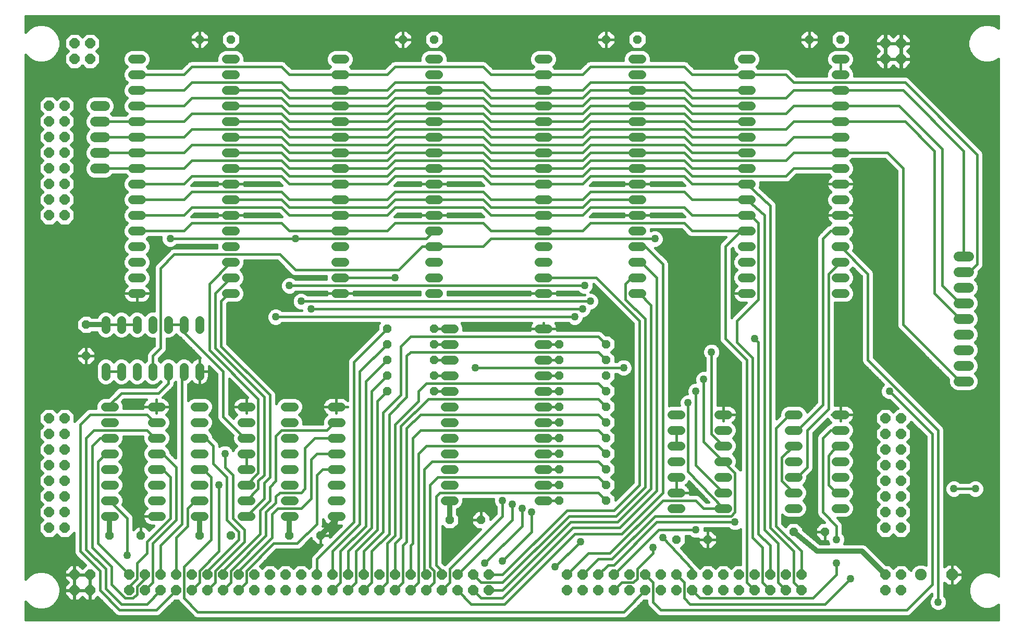
<source format=gbl>
G75*
%MOIN*%
%OFA0B0*%
%FSLAX24Y24*%
%IPPOS*%
%LPD*%
%AMOC8*
5,1,8,0,0,1.08239X$1,22.5*
%
%ADD10C,0.0560*%
%ADD11OC8,0.0640*%
%ADD12OC8,0.0560*%
%ADD13C,0.0750*%
%ADD14OC8,0.0750*%
%ADD15C,0.0640*%
%ADD16C,0.0160*%
%ADD17C,0.0320*%
%ADD18C,0.0500*%
D10*
X009360Y010890D02*
X009920Y010890D01*
X009920Y011890D02*
X009360Y011890D01*
X009360Y012890D02*
X009920Y012890D01*
X009920Y013890D02*
X009360Y013890D01*
X009360Y014890D02*
X009920Y014890D01*
X009920Y015890D02*
X009360Y015890D01*
X009360Y016890D02*
X009920Y016890D01*
X009920Y017890D02*
X009360Y017890D01*
X012360Y017890D02*
X012920Y017890D01*
X012920Y016890D02*
X012360Y016890D01*
X012360Y015890D02*
X012920Y015890D01*
X012920Y014890D02*
X012360Y014890D01*
X012360Y013890D02*
X012920Y013890D01*
X012920Y012890D02*
X012360Y012890D01*
X012360Y011890D02*
X012920Y011890D01*
X012920Y010890D02*
X012360Y010890D01*
X015110Y010890D02*
X015670Y010890D01*
X015670Y011890D02*
X015110Y011890D01*
X015110Y012890D02*
X015670Y012890D01*
X015670Y013890D02*
X015110Y013890D01*
X015110Y014890D02*
X015670Y014890D01*
X015670Y015890D02*
X015110Y015890D01*
X015110Y016890D02*
X015670Y016890D01*
X015670Y017890D02*
X015110Y017890D01*
X018110Y017890D02*
X018670Y017890D01*
X018670Y016890D02*
X018110Y016890D01*
X018110Y015890D02*
X018670Y015890D01*
X018670Y014890D02*
X018110Y014890D01*
X018110Y013890D02*
X018670Y013890D01*
X018670Y012890D02*
X018110Y012890D01*
X018110Y011890D02*
X018670Y011890D01*
X018670Y010890D02*
X018110Y010890D01*
X020860Y010890D02*
X021420Y010890D01*
X021420Y011890D02*
X020860Y011890D01*
X020860Y012890D02*
X021420Y012890D01*
X021420Y013890D02*
X020860Y013890D01*
X020860Y014890D02*
X021420Y014890D01*
X021420Y015890D02*
X020860Y015890D01*
X020860Y016890D02*
X021420Y016890D01*
X021420Y017890D02*
X020860Y017890D01*
X023860Y017890D02*
X024420Y017890D01*
X024420Y016890D02*
X023860Y016890D01*
X023860Y015890D02*
X024420Y015890D01*
X024420Y014890D02*
X023860Y014890D01*
X023860Y013890D02*
X024420Y013890D01*
X024420Y012890D02*
X023860Y012890D01*
X023860Y011890D02*
X024420Y011890D01*
X024420Y010890D02*
X023860Y010890D01*
X031110Y011890D02*
X031670Y011890D01*
X031670Y012890D02*
X031110Y012890D01*
X031110Y013890D02*
X031670Y013890D01*
X031670Y014890D02*
X031110Y014890D01*
X031110Y015890D02*
X031670Y015890D01*
X031670Y016890D02*
X031110Y016890D01*
X031110Y017890D02*
X031670Y017890D01*
X031670Y018890D02*
X031110Y018890D01*
X031110Y019890D02*
X031670Y019890D01*
X031670Y020890D02*
X031110Y020890D01*
X031110Y021890D02*
X031670Y021890D01*
X031670Y022890D02*
X031110Y022890D01*
X030670Y025140D02*
X030110Y025140D01*
X030110Y026140D02*
X030670Y026140D01*
X030670Y027140D02*
X030110Y027140D01*
X030110Y028140D02*
X030670Y028140D01*
X030670Y029140D02*
X030110Y029140D01*
X030110Y030140D02*
X030670Y030140D01*
X030670Y031140D02*
X030110Y031140D01*
X030110Y032140D02*
X030670Y032140D01*
X030670Y033140D02*
X030110Y033140D01*
X030110Y034140D02*
X030670Y034140D01*
X030670Y035140D02*
X030110Y035140D01*
X030110Y036140D02*
X030670Y036140D01*
X030670Y037140D02*
X030110Y037140D01*
X030110Y038140D02*
X030670Y038140D01*
X030670Y039140D02*
X030110Y039140D01*
X030110Y040140D02*
X030670Y040140D01*
X024670Y040140D02*
X024110Y040140D01*
X024110Y039140D02*
X024670Y039140D01*
X024670Y038140D02*
X024110Y038140D01*
X024110Y037140D02*
X024670Y037140D01*
X024670Y036140D02*
X024110Y036140D01*
X024110Y035140D02*
X024670Y035140D01*
X024670Y034140D02*
X024110Y034140D01*
X024110Y033140D02*
X024670Y033140D01*
X024670Y032140D02*
X024110Y032140D01*
X024110Y031140D02*
X024670Y031140D01*
X024670Y030140D02*
X024110Y030140D01*
X024110Y029140D02*
X024670Y029140D01*
X024670Y028140D02*
X024110Y028140D01*
X024110Y027140D02*
X024670Y027140D01*
X024670Y026140D02*
X024110Y026140D01*
X024110Y025140D02*
X024670Y025140D01*
X017670Y025140D02*
X017110Y025140D01*
X017110Y026140D02*
X017670Y026140D01*
X017670Y027140D02*
X017110Y027140D01*
X017110Y028140D02*
X017670Y028140D01*
X017670Y029140D02*
X017110Y029140D01*
X017110Y030140D02*
X017670Y030140D01*
X017670Y031140D02*
X017110Y031140D01*
X017110Y032140D02*
X017670Y032140D01*
X017670Y033140D02*
X017110Y033140D01*
X017110Y034140D02*
X017670Y034140D01*
X017670Y035140D02*
X017110Y035140D01*
X017110Y036140D02*
X017670Y036140D01*
X017670Y037140D02*
X017110Y037140D01*
X017110Y038140D02*
X017670Y038140D01*
X017670Y039140D02*
X017110Y039140D01*
X017110Y040140D02*
X017670Y040140D01*
X011670Y040140D02*
X011110Y040140D01*
X011110Y039140D02*
X011670Y039140D01*
X011670Y038140D02*
X011110Y038140D01*
X011110Y037140D02*
X011670Y037140D01*
X011670Y036140D02*
X011110Y036140D01*
X011110Y035140D02*
X011670Y035140D01*
X011670Y034140D02*
X011110Y034140D01*
X011110Y033140D02*
X011670Y033140D01*
X011670Y032140D02*
X011110Y032140D01*
X011110Y031140D02*
X011670Y031140D01*
X011670Y030140D02*
X011110Y030140D01*
X011110Y029140D02*
X011670Y029140D01*
X011670Y028140D02*
X011110Y028140D01*
X011110Y027140D02*
X011670Y027140D01*
X011670Y026140D02*
X011110Y026140D01*
X011110Y025140D02*
X011670Y025140D01*
X011390Y023420D02*
X011390Y022860D01*
X012390Y022860D02*
X012390Y023420D01*
X013390Y023420D02*
X013390Y022860D01*
X014390Y022860D02*
X014390Y023420D01*
X015390Y023420D02*
X015390Y022860D01*
X015390Y020420D02*
X015390Y019860D01*
X014390Y019860D02*
X014390Y020420D01*
X013390Y020420D02*
X013390Y019860D01*
X012390Y019860D02*
X012390Y020420D01*
X011390Y020420D02*
X011390Y019860D01*
X010390Y019860D02*
X010390Y020420D01*
X009390Y020420D02*
X009390Y019860D01*
X009390Y022860D02*
X009390Y023420D01*
X010390Y023420D02*
X010390Y022860D01*
X037110Y022890D02*
X037670Y022890D01*
X037670Y021890D02*
X037110Y021890D01*
X037110Y020890D02*
X037670Y020890D01*
X037670Y019890D02*
X037110Y019890D01*
X037110Y018890D02*
X037670Y018890D01*
X037670Y017890D02*
X037110Y017890D01*
X037110Y016890D02*
X037670Y016890D01*
X037670Y015890D02*
X037110Y015890D01*
X037110Y014890D02*
X037670Y014890D01*
X037670Y013890D02*
X037110Y013890D01*
X037110Y012890D02*
X037670Y012890D01*
X037670Y011890D02*
X037110Y011890D01*
X045610Y011390D02*
X046170Y011390D01*
X046170Y012390D02*
X045610Y012390D01*
X045610Y013390D02*
X046170Y013390D01*
X046170Y014390D02*
X045610Y014390D01*
X045610Y015390D02*
X046170Y015390D01*
X046170Y016390D02*
X045610Y016390D01*
X045610Y017390D02*
X046170Y017390D01*
X048610Y017390D02*
X049170Y017390D01*
X049170Y016390D02*
X048610Y016390D01*
X048610Y015390D02*
X049170Y015390D01*
X049170Y014390D02*
X048610Y014390D01*
X048610Y013390D02*
X049170Y013390D01*
X049170Y012390D02*
X048610Y012390D01*
X048610Y011390D02*
X049170Y011390D01*
X053110Y011390D02*
X053670Y011390D01*
X053670Y012390D02*
X053110Y012390D01*
X053110Y013390D02*
X053670Y013390D01*
X053670Y014390D02*
X053110Y014390D01*
X053110Y015390D02*
X053670Y015390D01*
X053670Y016390D02*
X053110Y016390D01*
X053110Y017390D02*
X053670Y017390D01*
X056110Y017390D02*
X056670Y017390D01*
X056670Y016390D02*
X056110Y016390D01*
X056110Y015390D02*
X056670Y015390D01*
X056670Y014390D02*
X056110Y014390D01*
X056110Y013390D02*
X056670Y013390D01*
X056670Y012390D02*
X056110Y012390D01*
X056110Y011390D02*
X056670Y011390D01*
X056670Y025140D02*
X056110Y025140D01*
X056110Y026140D02*
X056670Y026140D01*
X056670Y027140D02*
X056110Y027140D01*
X056110Y028140D02*
X056670Y028140D01*
X056670Y029140D02*
X056110Y029140D01*
X056110Y030140D02*
X056670Y030140D01*
X056670Y031140D02*
X056110Y031140D01*
X056110Y032140D02*
X056670Y032140D01*
X056670Y033140D02*
X056110Y033140D01*
X056110Y034140D02*
X056670Y034140D01*
X056670Y035140D02*
X056110Y035140D01*
X056110Y036140D02*
X056670Y036140D01*
X056670Y037140D02*
X056110Y037140D01*
X056110Y038140D02*
X056670Y038140D01*
X056670Y039140D02*
X056110Y039140D01*
X056110Y040140D02*
X056670Y040140D01*
X050670Y040140D02*
X050110Y040140D01*
X050110Y039140D02*
X050670Y039140D01*
X050670Y038140D02*
X050110Y038140D01*
X050110Y037140D02*
X050670Y037140D01*
X050670Y036140D02*
X050110Y036140D01*
X050110Y035140D02*
X050670Y035140D01*
X050670Y034140D02*
X050110Y034140D01*
X050110Y033140D02*
X050670Y033140D01*
X050670Y032140D02*
X050110Y032140D01*
X050110Y031140D02*
X050670Y031140D01*
X050670Y030140D02*
X050110Y030140D01*
X050110Y029140D02*
X050670Y029140D01*
X050670Y028140D02*
X050110Y028140D01*
X050110Y027140D02*
X050670Y027140D01*
X050670Y026140D02*
X050110Y026140D01*
X050110Y025140D02*
X050670Y025140D01*
X043670Y025140D02*
X043110Y025140D01*
X043110Y026140D02*
X043670Y026140D01*
X043670Y027140D02*
X043110Y027140D01*
X043110Y028140D02*
X043670Y028140D01*
X043670Y029140D02*
X043110Y029140D01*
X043110Y030140D02*
X043670Y030140D01*
X043670Y031140D02*
X043110Y031140D01*
X043110Y032140D02*
X043670Y032140D01*
X043670Y033140D02*
X043110Y033140D01*
X043110Y034140D02*
X043670Y034140D01*
X043670Y035140D02*
X043110Y035140D01*
X043110Y036140D02*
X043670Y036140D01*
X043670Y037140D02*
X043110Y037140D01*
X043110Y038140D02*
X043670Y038140D01*
X043670Y039140D02*
X043110Y039140D01*
X043110Y040140D02*
X043670Y040140D01*
X037670Y040140D02*
X037110Y040140D01*
X037110Y039140D02*
X037670Y039140D01*
X037670Y038140D02*
X037110Y038140D01*
X037110Y037140D02*
X037670Y037140D01*
X037670Y036140D02*
X037110Y036140D01*
X037110Y035140D02*
X037670Y035140D01*
X037670Y034140D02*
X037110Y034140D01*
X037110Y033140D02*
X037670Y033140D01*
X037670Y032140D02*
X037110Y032140D01*
X037110Y031140D02*
X037670Y031140D01*
X037670Y030140D02*
X037110Y030140D01*
X037110Y029140D02*
X037670Y029140D01*
X037670Y028140D02*
X037110Y028140D01*
X037110Y027140D02*
X037670Y027140D01*
X037670Y026140D02*
X037110Y026140D01*
X037110Y025140D02*
X037670Y025140D01*
D11*
X059265Y017140D03*
X060265Y017140D03*
X060265Y016140D03*
X059265Y016140D03*
X059265Y015140D03*
X060265Y015140D03*
X060265Y014140D03*
X059265Y014140D03*
X059265Y013140D03*
X060265Y013140D03*
X060265Y012140D03*
X059265Y012140D03*
X059265Y011140D03*
X060265Y011140D03*
X060265Y010140D03*
X059265Y010140D03*
X059265Y007140D03*
X060265Y007140D03*
X060265Y006140D03*
X059265Y006140D03*
X053890Y006140D03*
X053890Y007140D03*
X052890Y007140D03*
X051890Y007140D03*
X051890Y006140D03*
X052890Y006140D03*
X050890Y006140D03*
X049890Y006140D03*
X049890Y007140D03*
X050890Y007140D03*
X048890Y007140D03*
X047890Y007140D03*
X046890Y007140D03*
X046890Y006140D03*
X047890Y006140D03*
X048890Y006140D03*
X045890Y006140D03*
X044890Y006140D03*
X044890Y007140D03*
X045890Y007140D03*
X043890Y007140D03*
X042890Y007140D03*
X041890Y007140D03*
X041890Y006140D03*
X042890Y006140D03*
X043890Y006140D03*
X040890Y006140D03*
X039890Y006140D03*
X039890Y007140D03*
X040890Y007140D03*
X038890Y007140D03*
X038890Y006140D03*
X033890Y006140D03*
X032890Y006140D03*
X032890Y007140D03*
X033890Y007140D03*
X031890Y007140D03*
X030890Y007140D03*
X029890Y007140D03*
X029890Y006140D03*
X030890Y006140D03*
X031890Y006140D03*
X028890Y006140D03*
X027890Y006140D03*
X027890Y007140D03*
X028890Y007140D03*
X026890Y007140D03*
X025890Y007140D03*
X024890Y007140D03*
X024890Y006140D03*
X025890Y006140D03*
X026890Y006140D03*
X023890Y006140D03*
X022890Y006140D03*
X022890Y007140D03*
X023890Y007140D03*
X021890Y007140D03*
X020890Y007140D03*
X019890Y007140D03*
X019890Y006140D03*
X020890Y006140D03*
X021890Y006140D03*
X018890Y006140D03*
X017890Y006140D03*
X017890Y007140D03*
X018890Y007140D03*
X016890Y007140D03*
X015890Y007140D03*
X015890Y006140D03*
X016890Y006140D03*
X014890Y006140D03*
X013890Y006140D03*
X012890Y006140D03*
X012890Y007140D03*
X013890Y007140D03*
X014890Y007140D03*
X011890Y007140D03*
X010890Y007140D03*
X010890Y006140D03*
X011890Y006140D03*
X008390Y006140D03*
X007390Y006140D03*
X007390Y007140D03*
X008390Y007140D03*
X006765Y010140D03*
X005765Y010140D03*
X005765Y011140D03*
X006765Y011140D03*
X006765Y012140D03*
X005765Y012140D03*
X005765Y013140D03*
X006765Y013140D03*
X006765Y014140D03*
X005765Y014140D03*
X005765Y015140D03*
X006765Y015140D03*
X006765Y016140D03*
X005765Y016140D03*
X005765Y017140D03*
X006765Y017140D03*
X006765Y030140D03*
X005765Y030140D03*
X005765Y031140D03*
X006765Y031140D03*
X006765Y032140D03*
X005765Y032140D03*
X005765Y033140D03*
X006765Y033140D03*
X006765Y034140D03*
X005765Y034140D03*
X005765Y035140D03*
X006765Y035140D03*
X006765Y036140D03*
X005765Y036140D03*
X005765Y037140D03*
X006765Y037140D03*
X007390Y040140D03*
X008390Y040140D03*
X008390Y041140D03*
X007390Y041140D03*
X059265Y041140D03*
X060265Y041140D03*
X060265Y040140D03*
X059265Y040140D03*
D12*
X056390Y041390D03*
X054390Y041390D03*
X043390Y041390D03*
X041390Y041390D03*
X030390Y041390D03*
X028390Y041390D03*
X017390Y041390D03*
X015390Y041390D03*
X008140Y023140D03*
X008140Y021140D03*
X009640Y009640D03*
X011640Y009640D03*
X015390Y009640D03*
X017390Y009640D03*
X021140Y009640D03*
X023140Y009640D03*
X031390Y010640D03*
X033390Y010640D03*
X038390Y011890D03*
X038390Y012890D03*
X038390Y013890D03*
X038390Y014890D03*
X038390Y015890D03*
X038390Y016890D03*
X038390Y017890D03*
X038390Y018890D03*
X038390Y019890D03*
X038390Y020890D03*
X038390Y021890D03*
X041390Y021890D03*
X041390Y020890D03*
X041390Y019890D03*
X041390Y018890D03*
X041390Y017890D03*
X041390Y016890D03*
X041390Y015890D03*
X041390Y014890D03*
X041390Y013890D03*
X041390Y012890D03*
X041390Y011890D03*
X045890Y009390D03*
X047890Y009390D03*
X053390Y009890D03*
X055390Y009890D03*
X030390Y018890D03*
X030390Y019890D03*
X030390Y020890D03*
X030390Y021890D03*
X030390Y022890D03*
X027390Y022890D03*
X027390Y021890D03*
X027390Y020890D03*
X027390Y019890D03*
X027390Y018890D03*
D13*
X061515Y007140D03*
D14*
X063515Y007140D03*
D15*
X063945Y019515D02*
X064585Y019515D01*
X064585Y020515D02*
X063945Y020515D01*
X063945Y021515D02*
X064585Y021515D01*
X064585Y022515D02*
X063945Y022515D01*
X063945Y023515D02*
X064585Y023515D01*
X064585Y024515D02*
X063945Y024515D01*
X063945Y025515D02*
X064585Y025515D01*
X064585Y026515D02*
X063945Y026515D01*
X063945Y027515D02*
X064585Y027515D01*
X009335Y033140D02*
X008695Y033140D01*
X008695Y034140D02*
X009335Y034140D01*
X009335Y035140D02*
X008695Y035140D01*
X008695Y036140D02*
X009335Y036140D01*
X009335Y037140D02*
X008695Y037140D01*
D16*
X004270Y005423D02*
X004270Y004270D01*
X066502Y004270D01*
X066502Y005222D01*
X066483Y005204D01*
X066217Y005050D01*
X065919Y004970D01*
X065611Y004970D01*
X065313Y005050D01*
X065047Y005204D01*
X064829Y005422D01*
X064675Y005688D01*
X064595Y005986D01*
X064595Y006294D01*
X064675Y006592D01*
X064829Y006858D01*
X065047Y007076D01*
X065313Y007230D01*
X065611Y007310D01*
X065919Y007310D01*
X066217Y007230D01*
X066483Y007076D01*
X066502Y007058D01*
X066502Y040157D01*
X066236Y040003D01*
X065926Y039920D01*
X065604Y039920D01*
X065294Y040003D01*
X065016Y040164D01*
X064789Y040391D01*
X064628Y040669D01*
X064545Y040979D01*
X060905Y040979D01*
X060905Y040875D02*
X060905Y041120D01*
X060285Y041120D01*
X060285Y041160D01*
X060905Y041160D01*
X060905Y041405D01*
X060530Y041780D01*
X060285Y041780D01*
X060285Y041160D01*
X060245Y041160D01*
X060245Y041780D01*
X060000Y041780D01*
X059765Y041545D01*
X059530Y041780D01*
X059285Y041780D01*
X059285Y041160D01*
X059245Y041160D01*
X059245Y041780D01*
X059000Y041780D01*
X058625Y041405D01*
X058625Y041160D01*
X059245Y041160D01*
X059245Y041120D01*
X058625Y041120D01*
X058625Y040875D01*
X058860Y040640D01*
X058625Y040405D01*
X058625Y040160D01*
X059245Y040160D01*
X059245Y041120D01*
X059285Y041120D01*
X059285Y041160D01*
X060245Y041160D01*
X060245Y041120D01*
X059625Y041120D01*
X059285Y041120D01*
X059285Y040780D01*
X059285Y040160D01*
X059245Y040160D01*
X059245Y040120D01*
X059285Y040120D01*
X059285Y040160D01*
X060245Y040160D01*
X060245Y041120D01*
X060285Y041120D01*
X060285Y040500D01*
X060285Y040160D01*
X060905Y040160D01*
X060905Y040405D01*
X060670Y040640D01*
X060905Y040875D01*
X060851Y040821D02*
X064588Y040821D01*
X064545Y040979D02*
X064545Y041301D01*
X064628Y041611D01*
X064789Y041889D01*
X065016Y042116D01*
X065294Y042277D01*
X065604Y042360D01*
X065926Y042360D01*
X066236Y042277D01*
X066502Y042123D01*
X066502Y042880D01*
X004270Y042880D01*
X004270Y041857D01*
X004289Y041889D01*
X004516Y042116D01*
X004794Y042277D01*
X005104Y042360D01*
X005426Y042360D01*
X005736Y042277D01*
X006014Y042116D01*
X006241Y041889D01*
X006402Y041611D01*
X006485Y041301D01*
X006485Y040979D01*
X006750Y040979D01*
X006750Y040875D02*
X006985Y040640D01*
X006750Y040405D01*
X006750Y039875D01*
X007125Y039500D01*
X007655Y039500D01*
X007890Y039735D01*
X008125Y039500D01*
X008655Y039500D01*
X009030Y039875D01*
X009030Y040405D01*
X008795Y040640D01*
X009030Y040875D01*
X009030Y041405D01*
X008655Y041780D01*
X008125Y041780D01*
X007890Y041545D01*
X007655Y041780D01*
X007125Y041780D01*
X006750Y041405D01*
X006750Y040875D01*
X006804Y040821D02*
X006442Y040821D01*
X006402Y040669D02*
X006485Y040979D01*
X006485Y041138D02*
X006750Y041138D01*
X006750Y041296D02*
X006485Y041296D01*
X006444Y041455D02*
X006799Y041455D01*
X006958Y041613D02*
X006401Y041613D01*
X006309Y041772D02*
X007116Y041772D01*
X007664Y041772D02*
X008116Y041772D01*
X007958Y041613D02*
X007822Y041613D01*
X008664Y041772D02*
X014923Y041772D01*
X014790Y041639D02*
X014790Y041390D01*
X015390Y041390D01*
X015990Y041390D01*
X015990Y041639D01*
X015639Y041990D01*
X015390Y041990D01*
X015390Y041390D01*
X015390Y041390D01*
X015390Y041390D01*
X015990Y041390D01*
X015990Y041141D01*
X015639Y040790D01*
X015390Y040790D01*
X015390Y041390D01*
X015390Y041390D01*
X015390Y041390D01*
X015390Y041990D01*
X015141Y041990D01*
X014790Y041639D01*
X014790Y041613D02*
X008822Y041613D01*
X008981Y041455D02*
X014790Y041455D01*
X014790Y041390D02*
X014790Y041141D01*
X015141Y040790D01*
X015390Y040790D01*
X015390Y041390D01*
X014790Y041390D01*
X014790Y041296D02*
X009030Y041296D01*
X009030Y041138D02*
X014794Y041138D01*
X014952Y040979D02*
X009030Y040979D01*
X008976Y040821D02*
X015111Y040821D01*
X015390Y040821D02*
X015390Y040821D01*
X015390Y040979D02*
X015390Y040979D01*
X015390Y041138D02*
X015390Y041138D01*
X015390Y041296D02*
X015390Y041296D01*
X015390Y041455D02*
X015390Y041455D01*
X015390Y041613D02*
X015390Y041613D01*
X015390Y041772D02*
X015390Y041772D01*
X015390Y041930D02*
X015390Y041930D01*
X015698Y041930D02*
X017082Y041930D01*
X017141Y041990D02*
X016790Y041639D01*
X016790Y041141D01*
X017141Y040790D01*
X017639Y040790D01*
X017990Y041141D01*
X017990Y041639D01*
X017639Y041990D01*
X017141Y041990D01*
X016923Y041772D02*
X015857Y041772D01*
X015990Y041613D02*
X016790Y041613D01*
X016790Y041455D02*
X015990Y041455D01*
X015990Y041296D02*
X016790Y041296D01*
X016794Y041138D02*
X015986Y041138D01*
X015828Y040979D02*
X016952Y040979D01*
X017111Y040821D02*
X015669Y040821D01*
X016601Y040480D02*
X016510Y040259D01*
X016510Y040040D01*
X014810Y040040D01*
X014663Y039979D01*
X014224Y039540D01*
X012119Y039540D01*
X012019Y039640D01*
X012179Y039800D01*
X012270Y040021D01*
X012270Y040259D01*
X012179Y040480D01*
X012010Y040649D01*
X011789Y040740D01*
X010991Y040740D01*
X010770Y040649D01*
X010601Y040480D01*
X010510Y040259D01*
X010510Y040021D01*
X010601Y039800D01*
X010761Y039640D01*
X010601Y039480D01*
X010510Y039259D01*
X010510Y039021D01*
X010601Y038800D01*
X010761Y038640D01*
X010601Y038480D01*
X010510Y038259D01*
X010510Y038021D01*
X010601Y037800D01*
X010761Y037640D01*
X010601Y037480D01*
X010510Y037259D01*
X010510Y037021D01*
X010601Y036800D01*
X010761Y036640D01*
X010661Y036540D01*
X009840Y036540D01*
X009740Y036640D01*
X009878Y036777D01*
X009975Y037013D01*
X009975Y037267D01*
X009878Y037503D01*
X009698Y037683D01*
X009462Y037780D01*
X008568Y037780D01*
X008332Y037683D01*
X008152Y037503D01*
X008055Y037267D01*
X008055Y037013D01*
X008152Y036777D01*
X008290Y036640D01*
X008152Y036503D01*
X008055Y036267D01*
X008055Y036013D01*
X008152Y035777D01*
X008290Y035640D01*
X008152Y035503D01*
X008055Y035267D01*
X008055Y035013D01*
X008152Y034777D01*
X008290Y034640D01*
X008152Y034503D01*
X008055Y034267D01*
X008055Y034013D01*
X008152Y033777D01*
X008290Y033640D01*
X008152Y033503D01*
X008055Y033267D01*
X008055Y033013D01*
X008152Y032777D01*
X008332Y032597D01*
X008568Y032500D01*
X009462Y032500D01*
X009698Y032597D01*
X009840Y032740D01*
X010661Y032740D01*
X010761Y032640D01*
X010601Y032480D01*
X010510Y032259D01*
X010510Y032021D01*
X010601Y031800D01*
X010761Y031640D01*
X010601Y031480D01*
X010510Y031259D01*
X010510Y031021D01*
X010601Y030800D01*
X010761Y030640D01*
X010601Y030480D01*
X010510Y030259D01*
X010510Y030021D01*
X010601Y029800D01*
X010761Y029640D01*
X010601Y029480D01*
X010510Y029259D01*
X010510Y029021D01*
X010601Y028800D01*
X010761Y028640D01*
X010601Y028480D01*
X010510Y028259D01*
X010510Y028021D01*
X010601Y027800D01*
X010761Y027640D01*
X010601Y027480D01*
X010510Y027259D01*
X010510Y027021D01*
X010601Y026800D01*
X010761Y026640D01*
X010601Y026480D01*
X010510Y026259D01*
X010510Y026021D01*
X010601Y025800D01*
X010768Y025633D01*
X010719Y025598D01*
X010652Y025531D01*
X010597Y025454D01*
X010554Y025370D01*
X010525Y025280D01*
X010510Y025187D01*
X010510Y025140D01*
X011390Y025140D01*
X012270Y025140D01*
X012270Y025187D01*
X012255Y025280D01*
X012226Y025370D01*
X012183Y025454D01*
X012128Y025531D01*
X012061Y025598D01*
X012012Y025633D01*
X012179Y025800D01*
X012270Y026021D01*
X012270Y026259D01*
X012179Y026480D01*
X012019Y026640D01*
X012179Y026800D01*
X012270Y027021D01*
X012270Y027259D01*
X012179Y027480D01*
X012019Y027640D01*
X012179Y027800D01*
X012270Y028021D01*
X012270Y028259D01*
X012179Y028480D01*
X012019Y028640D01*
X012119Y028740D01*
X012945Y028740D01*
X012945Y028527D01*
X013032Y028317D01*
X013192Y028157D01*
X013402Y028070D01*
X013628Y028070D01*
X013838Y028157D01*
X013921Y028240D01*
X016510Y028240D01*
X016510Y028040D01*
X013685Y028040D01*
X013538Y027979D01*
X013426Y027867D01*
X012551Y026992D01*
X012490Y026845D01*
X012490Y024020D01*
X012271Y024020D01*
X012050Y023929D01*
X011890Y023769D01*
X011730Y023929D01*
X011509Y024020D01*
X011271Y024020D01*
X011050Y023929D01*
X010890Y023769D01*
X010730Y023929D01*
X010509Y024020D01*
X010271Y024020D01*
X010050Y023929D01*
X009890Y023769D01*
X009730Y023929D01*
X009509Y024020D01*
X009271Y024020D01*
X009050Y023929D01*
X008881Y023760D01*
X008823Y023620D01*
X008509Y023620D01*
X008389Y023740D01*
X007891Y023740D01*
X007540Y023389D01*
X007540Y022891D01*
X007891Y022540D01*
X008389Y022540D01*
X008509Y022660D01*
X008823Y022660D01*
X008881Y022520D01*
X009050Y022351D01*
X009271Y022260D01*
X009509Y022260D01*
X009730Y022351D01*
X009890Y022511D01*
X010050Y022351D01*
X010271Y022260D01*
X010509Y022260D01*
X010730Y022351D01*
X010890Y022511D01*
X011050Y022351D01*
X011271Y022260D01*
X011509Y022260D01*
X011730Y022351D01*
X011890Y022511D01*
X012050Y022351D01*
X012271Y022260D01*
X012490Y022260D01*
X012490Y021806D01*
X012163Y021479D01*
X012051Y021367D01*
X011990Y021220D01*
X011990Y020869D01*
X011890Y020769D01*
X011730Y020929D01*
X011509Y021020D01*
X011271Y021020D01*
X011050Y020929D01*
X010890Y020769D01*
X010730Y020929D01*
X010509Y021020D01*
X010271Y021020D01*
X010050Y020929D01*
X009890Y020769D01*
X009730Y020929D01*
X009509Y021020D01*
X009271Y021020D01*
X009050Y020929D01*
X008881Y020760D01*
X008790Y020539D01*
X008790Y019741D01*
X008881Y019520D01*
X009050Y019351D01*
X009271Y019260D01*
X009509Y019260D01*
X009730Y019351D01*
X009890Y019511D01*
X010050Y019351D01*
X010271Y019260D01*
X010509Y019260D01*
X010730Y019351D01*
X010890Y019511D01*
X011050Y019351D01*
X011271Y019260D01*
X011509Y019260D01*
X011730Y019351D01*
X011890Y019511D01*
X012050Y019351D01*
X012271Y019260D01*
X012509Y019260D01*
X012730Y019351D01*
X012890Y019511D01*
X012918Y019484D01*
X012599Y019165D01*
X010310Y019165D01*
X010163Y019104D01*
X009549Y018490D01*
X009241Y018490D01*
X009020Y018399D01*
X008851Y018230D01*
X008760Y018009D01*
X008760Y017790D01*
X008310Y017790D01*
X008163Y017729D01*
X008051Y017617D01*
X007426Y016992D01*
X007405Y016941D01*
X007405Y017405D01*
X007030Y017780D01*
X006500Y017780D01*
X006265Y017545D01*
X006030Y017780D01*
X005500Y017780D01*
X005125Y017405D01*
X005125Y016875D01*
X005360Y016640D01*
X005125Y016405D01*
X005125Y015875D01*
X005360Y015640D01*
X005125Y015405D01*
X005125Y014875D01*
X005360Y014640D01*
X005125Y014405D01*
X005125Y013875D01*
X005360Y013640D01*
X005125Y013405D01*
X005125Y012875D01*
X005360Y012640D01*
X005125Y012405D01*
X005125Y011875D01*
X005360Y011640D01*
X005125Y011405D01*
X005125Y010875D01*
X005360Y010640D01*
X005125Y010405D01*
X005125Y009875D01*
X005500Y009500D01*
X006030Y009500D01*
X006265Y009735D01*
X006500Y009500D01*
X007030Y009500D01*
X007365Y009835D01*
X007365Y008560D01*
X007426Y008413D01*
X007538Y008301D01*
X008092Y007747D01*
X007890Y007545D01*
X007655Y007780D01*
X007410Y007780D01*
X007410Y007160D01*
X007370Y007160D01*
X007370Y007780D01*
X007125Y007780D01*
X006750Y007405D01*
X006750Y007160D01*
X007370Y007160D01*
X007370Y007120D01*
X006750Y007120D01*
X006750Y006875D01*
X006985Y006640D01*
X006750Y006405D01*
X006750Y006160D01*
X007370Y006160D01*
X007370Y007120D01*
X007410Y007120D01*
X007410Y007160D01*
X008370Y007160D01*
X008370Y007120D01*
X008410Y007120D01*
X008410Y006500D01*
X008410Y006160D01*
X008370Y006160D01*
X008370Y007120D01*
X007750Y007120D01*
X007410Y007120D01*
X007410Y006500D01*
X007410Y006160D01*
X008370Y006160D01*
X008370Y006120D01*
X008410Y006120D01*
X008410Y005500D01*
X008655Y005500D01*
X008872Y005717D01*
X010038Y004551D01*
X010185Y004490D01*
X012720Y004490D01*
X012867Y004551D01*
X012979Y004663D01*
X013816Y005500D01*
X014015Y005500D01*
X014051Y005413D01*
X014926Y004538D01*
X015038Y004426D01*
X015185Y004365D01*
X042595Y004365D01*
X042742Y004426D01*
X043816Y005500D01*
X043990Y005500D01*
X043990Y005310D01*
X044051Y005163D01*
X044551Y004663D01*
X044663Y004551D01*
X044810Y004490D01*
X060720Y004490D01*
X060867Y004551D01*
X062240Y005924D01*
X062240Y005796D01*
X062157Y005713D01*
X062070Y005503D01*
X062070Y005277D01*
X062157Y005067D01*
X062317Y004907D01*
X062527Y004820D01*
X062753Y004820D01*
X062963Y004907D01*
X063123Y005067D01*
X063210Y005277D01*
X063210Y005503D01*
X063123Y005713D01*
X063040Y005796D01*
X063040Y006632D01*
X063227Y006445D01*
X063515Y006445D01*
X063803Y006445D01*
X064210Y006852D01*
X064210Y007140D01*
X064210Y007428D01*
X063803Y007835D01*
X063515Y007835D01*
X063515Y007140D01*
X063515Y007140D01*
X064210Y007140D01*
X063515Y007140D01*
X063515Y007140D01*
X063515Y007835D01*
X063227Y007835D01*
X063040Y007648D01*
X063040Y016470D01*
X062979Y016617D01*
X062867Y016729D01*
X058540Y021056D01*
X058540Y026470D01*
X058479Y026617D01*
X058367Y026729D01*
X057213Y027883D01*
X057270Y028021D01*
X057270Y028259D01*
X057179Y028480D01*
X057019Y028640D01*
X057179Y028800D01*
X057270Y029021D01*
X057270Y029259D01*
X057179Y029480D01*
X057012Y029647D01*
X057061Y029682D01*
X057128Y029749D01*
X057183Y029826D01*
X057226Y029910D01*
X057255Y029999D01*
X057270Y030093D01*
X057270Y030140D01*
X057270Y030187D01*
X057255Y030280D01*
X057226Y030370D01*
X057183Y030454D01*
X057128Y030531D01*
X057061Y030598D01*
X057012Y030633D01*
X057179Y030800D01*
X057270Y031021D01*
X057270Y031259D01*
X057179Y031480D01*
X057012Y031647D01*
X057061Y031682D01*
X057128Y031749D01*
X057183Y031826D01*
X057226Y031910D01*
X057255Y031999D01*
X057270Y032093D01*
X057270Y032140D01*
X057270Y032187D01*
X057255Y032280D01*
X057226Y032370D01*
X057183Y032454D01*
X057128Y032531D01*
X057061Y032598D01*
X057012Y032633D01*
X057179Y032800D01*
X057270Y033021D01*
X057270Y033259D01*
X057179Y033480D01*
X057019Y033640D01*
X057119Y033740D01*
X059224Y033740D01*
X059990Y032974D01*
X059990Y023060D01*
X060051Y022913D01*
X063310Y019654D01*
X063305Y019642D01*
X063305Y019388D01*
X063402Y019152D01*
X063582Y018972D01*
X063818Y018875D01*
X064712Y018875D01*
X064948Y018972D01*
X065128Y019152D01*
X065225Y019388D01*
X065225Y019642D01*
X065128Y019878D01*
X064990Y020015D01*
X065128Y020152D01*
X065225Y020388D01*
X065225Y020642D01*
X065128Y020878D01*
X064990Y021015D01*
X065128Y021152D01*
X065225Y021388D01*
X065225Y021642D01*
X066502Y021642D01*
X066502Y021484D02*
X065225Y021484D01*
X065225Y021642D02*
X065128Y021878D01*
X064990Y022015D01*
X065128Y022152D01*
X065225Y022388D01*
X065225Y022642D01*
X065128Y022878D01*
X064990Y023015D01*
X065128Y023152D01*
X065225Y023388D01*
X065225Y023642D01*
X065128Y023878D01*
X064990Y024015D01*
X065128Y024152D01*
X065225Y024388D01*
X065225Y024642D01*
X065128Y024878D01*
X064990Y025015D01*
X065128Y025152D01*
X065225Y025388D01*
X065225Y025642D01*
X065128Y025878D01*
X064990Y026015D01*
X065128Y026152D01*
X065225Y026388D01*
X065225Y026534D01*
X065367Y026676D01*
X065479Y026788D01*
X065540Y026935D01*
X065540Y034095D01*
X065479Y034242D01*
X060742Y038979D01*
X060595Y039040D01*
X057270Y039040D01*
X057270Y039259D01*
X057179Y039480D01*
X057019Y039640D01*
X057179Y039800D01*
X057270Y040021D01*
X057270Y040259D01*
X057179Y040480D01*
X057010Y040649D01*
X056789Y040740D01*
X055991Y040740D01*
X055770Y040649D01*
X055601Y040480D01*
X055510Y040259D01*
X055510Y040021D01*
X055601Y039800D01*
X055761Y039640D01*
X055601Y039480D01*
X055510Y039259D01*
X055510Y039040D01*
X053556Y039040D01*
X053229Y039367D01*
X053117Y039479D01*
X052970Y039540D01*
X051119Y039540D01*
X051019Y039640D01*
X051179Y039800D01*
X051270Y040021D01*
X051270Y040259D01*
X051179Y040480D01*
X051010Y040649D01*
X050789Y040740D01*
X049991Y040740D01*
X049770Y040649D01*
X049601Y040480D01*
X049510Y040259D01*
X049510Y040021D01*
X049601Y039800D01*
X049761Y039640D01*
X049661Y039540D01*
X047056Y039540D01*
X046729Y039867D01*
X046617Y039979D01*
X046470Y040040D01*
X044270Y040040D01*
X044270Y040259D01*
X044179Y040480D01*
X044010Y040649D01*
X043789Y040740D01*
X042991Y040740D01*
X042770Y040649D01*
X042601Y040480D01*
X042510Y040259D01*
X042510Y040040D01*
X040310Y040040D01*
X040163Y039979D01*
X039724Y039540D01*
X038119Y039540D01*
X038019Y039640D01*
X038179Y039800D01*
X038270Y040021D01*
X038270Y040259D01*
X038179Y040480D01*
X038010Y040649D01*
X037789Y040740D01*
X036991Y040740D01*
X036770Y040649D01*
X036601Y040480D01*
X036510Y040259D01*
X036510Y040021D01*
X036601Y039800D01*
X036761Y039640D01*
X036661Y039540D01*
X034181Y039540D01*
X033854Y039867D01*
X033742Y039979D01*
X033595Y040040D01*
X031270Y040040D01*
X031270Y040259D01*
X031179Y040480D01*
X031010Y040649D01*
X030789Y040740D01*
X029991Y040740D01*
X029770Y040649D01*
X029601Y040480D01*
X029510Y040259D01*
X029510Y040040D01*
X027810Y040040D01*
X027663Y039979D01*
X027224Y039540D01*
X025119Y039540D01*
X025019Y039640D01*
X025179Y039800D01*
X025270Y040021D01*
X025270Y040259D01*
X025179Y040480D01*
X025010Y040649D01*
X024789Y040740D01*
X023991Y040740D01*
X023770Y040649D01*
X023601Y040480D01*
X023510Y040259D01*
X023510Y040021D01*
X023601Y039800D01*
X023761Y039640D01*
X023661Y039540D01*
X021306Y039540D01*
X020979Y039867D01*
X020867Y039979D01*
X020720Y040040D01*
X018270Y040040D01*
X018270Y040259D01*
X018179Y040480D01*
X018010Y040649D01*
X017789Y040740D01*
X016991Y040740D01*
X016770Y040649D01*
X016601Y040480D01*
X016625Y040504D02*
X012155Y040504D01*
X012234Y040345D02*
X016546Y040345D01*
X016510Y040187D02*
X012270Y040187D01*
X012270Y040028D02*
X014782Y040028D01*
X014554Y039870D02*
X012207Y039870D01*
X012090Y039711D02*
X014395Y039711D01*
X014237Y039553D02*
X012106Y039553D01*
X011390Y039140D02*
X014390Y039140D01*
X014890Y039640D01*
X020640Y039640D01*
X021140Y039140D01*
X024390Y039140D01*
X027390Y039140D01*
X027890Y039640D01*
X033515Y039640D01*
X034015Y039140D01*
X037390Y039140D01*
X039890Y039140D01*
X040390Y039640D01*
X046390Y039640D01*
X046890Y039140D01*
X050390Y039140D01*
X052890Y039140D01*
X053390Y038640D01*
X060515Y038640D01*
X065140Y034015D01*
X065140Y027015D01*
X064640Y026515D01*
X064265Y026515D01*
X065055Y026080D02*
X066502Y026080D01*
X066502Y025922D02*
X065084Y025922D01*
X065175Y025763D02*
X066502Y025763D01*
X066502Y025605D02*
X065225Y025605D01*
X065225Y025446D02*
X066502Y025446D01*
X066502Y025288D02*
X065184Y025288D01*
X065104Y025129D02*
X066502Y025129D01*
X066502Y024971D02*
X065035Y024971D01*
X065155Y024812D02*
X066502Y024812D01*
X066502Y024654D02*
X065220Y024654D01*
X065225Y024495D02*
X066502Y024495D01*
X066502Y024337D02*
X065204Y024337D01*
X065138Y024178D02*
X066502Y024178D01*
X066502Y024020D02*
X064995Y024020D01*
X065134Y023861D02*
X066502Y023861D01*
X066502Y023703D02*
X065200Y023703D01*
X065225Y023544D02*
X066502Y023544D01*
X066502Y023386D02*
X065224Y023386D01*
X065158Y023227D02*
X066502Y023227D01*
X066502Y023069D02*
X065044Y023069D01*
X065095Y022910D02*
X066502Y022910D01*
X066502Y022752D02*
X065180Y022752D01*
X065225Y022593D02*
X066502Y022593D01*
X066502Y022435D02*
X065225Y022435D01*
X065179Y022276D02*
X066502Y022276D01*
X066502Y022118D02*
X065093Y022118D01*
X065046Y021959D02*
X066502Y021959D01*
X066502Y021801D02*
X065159Y021801D01*
X065199Y021325D02*
X066502Y021325D01*
X066502Y021167D02*
X065133Y021167D01*
X064997Y021008D02*
X066502Y021008D01*
X066502Y020850D02*
X065139Y020850D01*
X065205Y020691D02*
X066502Y020691D01*
X066502Y020533D02*
X065225Y020533D01*
X065219Y020374D02*
X066502Y020374D01*
X066502Y020216D02*
X065154Y020216D01*
X065032Y020057D02*
X066502Y020057D01*
X066502Y019899D02*
X065107Y019899D01*
X065185Y019740D02*
X066502Y019740D01*
X066502Y019582D02*
X065225Y019582D01*
X065225Y019423D02*
X066502Y019423D01*
X066502Y019265D02*
X065174Y019265D01*
X065081Y019106D02*
X066502Y019106D01*
X066502Y018948D02*
X064887Y018948D01*
X064265Y019515D02*
X064015Y019515D01*
X060390Y023140D01*
X060390Y033140D01*
X059390Y034140D01*
X056390Y034140D01*
X053390Y034140D01*
X052890Y033640D01*
X046890Y033640D01*
X046390Y034140D01*
X043390Y034140D01*
X040390Y034140D01*
X039890Y033640D01*
X034015Y033640D01*
X033515Y034140D01*
X030390Y034140D01*
X027890Y034140D01*
X027390Y033640D01*
X021140Y033640D01*
X020640Y034140D01*
X017390Y034140D01*
X017390Y033140D02*
X020640Y033140D01*
X021140Y032640D01*
X027390Y032640D01*
X027890Y033140D01*
X030390Y033140D01*
X033515Y033140D01*
X034015Y032640D01*
X039890Y032640D01*
X040390Y033140D01*
X043390Y033140D01*
X046390Y033140D01*
X046890Y032640D01*
X052890Y032640D01*
X053390Y033140D01*
X056390Y033140D01*
X055768Y032633D02*
X055719Y032598D01*
X055652Y032531D01*
X055597Y032454D01*
X055554Y032370D01*
X055525Y032280D01*
X055510Y032187D01*
X055510Y032140D01*
X056390Y032140D01*
X057270Y032140D01*
X056390Y032140D01*
X056390Y032140D01*
X056390Y032140D01*
X055510Y032140D01*
X055510Y032093D01*
X055525Y031999D01*
X055554Y031910D01*
X055597Y031826D01*
X055652Y031749D01*
X055719Y031682D01*
X055768Y031647D01*
X055601Y031480D01*
X055510Y031259D01*
X055510Y031021D01*
X055601Y030800D01*
X055768Y030633D01*
X055719Y030598D01*
X055652Y030531D01*
X055597Y030454D01*
X055554Y030370D01*
X055525Y030280D01*
X055510Y030187D01*
X055510Y030140D01*
X056390Y030140D01*
X057270Y030140D01*
X056390Y030140D01*
X056390Y030140D01*
X056390Y030140D01*
X055510Y030140D01*
X055510Y030093D01*
X055525Y029999D01*
X055554Y029910D01*
X055597Y029826D01*
X055652Y029749D01*
X055719Y029682D01*
X055768Y029647D01*
X055645Y029523D01*
X055538Y029479D01*
X055038Y028979D01*
X054926Y028867D01*
X054865Y028720D01*
X054865Y018181D01*
X054248Y017563D01*
X054179Y017730D01*
X054010Y017899D01*
X053789Y017990D01*
X052991Y017990D01*
X052770Y017899D01*
X052601Y017730D01*
X052510Y017509D01*
X052510Y017326D01*
X052290Y017106D01*
X052290Y030694D01*
X052293Y030703D01*
X052290Y030774D01*
X052290Y030845D01*
X052287Y030853D01*
X052286Y030862D01*
X052256Y030926D01*
X052229Y030992D01*
X052223Y030998D01*
X052219Y031006D01*
X052167Y031054D01*
X052117Y031104D01*
X052108Y031108D01*
X051227Y031916D01*
X051270Y032021D01*
X051270Y032240D01*
X052970Y032240D01*
X053117Y032301D01*
X053229Y032413D01*
X053556Y032740D01*
X055661Y032740D01*
X055768Y032633D01*
X055700Y032579D02*
X053394Y032579D01*
X053553Y032737D02*
X055664Y032737D01*
X055579Y032420D02*
X053236Y032420D01*
X053022Y032262D02*
X055522Y032262D01*
X055510Y032103D02*
X051270Y032103D01*
X051238Y031945D02*
X055543Y031945D01*
X055626Y031786D02*
X051368Y031786D01*
X051541Y031628D02*
X055749Y031628D01*
X055597Y031469D02*
X051714Y031469D01*
X051887Y031311D02*
X055531Y031311D01*
X055510Y031152D02*
X052060Y031152D01*
X052227Y030994D02*
X055521Y030994D01*
X055587Y030835D02*
X052290Y030835D01*
X052290Y030677D02*
X055725Y030677D01*
X055643Y030518D02*
X052290Y030518D01*
X052290Y030360D02*
X055550Y030360D01*
X055512Y030201D02*
X052290Y030201D01*
X052290Y030043D02*
X055518Y030043D01*
X055567Y029884D02*
X052290Y029884D01*
X052290Y029726D02*
X055676Y029726D01*
X055689Y029567D02*
X052290Y029567D01*
X052290Y029409D02*
X055468Y029409D01*
X055309Y029250D02*
X052290Y029250D01*
X052290Y029092D02*
X055151Y029092D01*
X054992Y028933D02*
X052290Y028933D01*
X052290Y028775D02*
X054888Y028775D01*
X054865Y028616D02*
X052290Y028616D01*
X052290Y028458D02*
X054865Y028458D01*
X054865Y028299D02*
X052290Y028299D01*
X052290Y028141D02*
X054865Y028141D01*
X054865Y027982D02*
X052290Y027982D01*
X052290Y027824D02*
X054865Y027824D01*
X054865Y027665D02*
X052290Y027665D01*
X052290Y027507D02*
X054865Y027507D01*
X054865Y027348D02*
X052290Y027348D01*
X052290Y027190D02*
X054865Y027190D01*
X054865Y027031D02*
X052290Y027031D01*
X052290Y026873D02*
X054865Y026873D01*
X054865Y026714D02*
X052290Y026714D01*
X052290Y026556D02*
X054865Y026556D01*
X054865Y026397D02*
X052290Y026397D01*
X052290Y026239D02*
X054865Y026239D01*
X054865Y026080D02*
X052290Y026080D01*
X052290Y025922D02*
X054865Y025922D01*
X054865Y025763D02*
X052290Y025763D01*
X052290Y025605D02*
X054865Y025605D01*
X054865Y025446D02*
X052290Y025446D01*
X052290Y025288D02*
X054865Y025288D01*
X054865Y025129D02*
X052290Y025129D01*
X052290Y024971D02*
X054865Y024971D01*
X054865Y024812D02*
X052290Y024812D01*
X052290Y024654D02*
X054865Y024654D01*
X054865Y024495D02*
X052290Y024495D01*
X052290Y024337D02*
X054865Y024337D01*
X054865Y024178D02*
X052290Y024178D01*
X052290Y024020D02*
X054865Y024020D01*
X054865Y023861D02*
X052290Y023861D01*
X052290Y023703D02*
X054865Y023703D01*
X054865Y023544D02*
X052290Y023544D01*
X052290Y023386D02*
X054865Y023386D01*
X054865Y023227D02*
X052290Y023227D01*
X052290Y023069D02*
X054865Y023069D01*
X054865Y022910D02*
X052290Y022910D01*
X052290Y022752D02*
X054865Y022752D01*
X054865Y022593D02*
X052290Y022593D01*
X052290Y022435D02*
X054865Y022435D01*
X054865Y022276D02*
X052290Y022276D01*
X052290Y022118D02*
X054865Y022118D01*
X054865Y021959D02*
X052290Y021959D01*
X052290Y021801D02*
X054865Y021801D01*
X054865Y021642D02*
X052290Y021642D01*
X052290Y021484D02*
X054865Y021484D01*
X054865Y021325D02*
X052290Y021325D01*
X052290Y021167D02*
X054865Y021167D01*
X054865Y021008D02*
X052290Y021008D01*
X052290Y020850D02*
X054865Y020850D01*
X054865Y020691D02*
X052290Y020691D01*
X052290Y020533D02*
X054865Y020533D01*
X054865Y020374D02*
X052290Y020374D01*
X052290Y020216D02*
X054865Y020216D01*
X054865Y020057D02*
X052290Y020057D01*
X052290Y019899D02*
X054865Y019899D01*
X054865Y019740D02*
X052290Y019740D01*
X052290Y019582D02*
X054865Y019582D01*
X054865Y019423D02*
X052290Y019423D01*
X052290Y019265D02*
X054865Y019265D01*
X054865Y019106D02*
X052290Y019106D01*
X052290Y018948D02*
X054865Y018948D01*
X054865Y018789D02*
X052290Y018789D01*
X052290Y018631D02*
X054865Y018631D01*
X054865Y018472D02*
X052290Y018472D01*
X052290Y018314D02*
X054865Y018314D01*
X054839Y018155D02*
X052290Y018155D01*
X052290Y017997D02*
X054681Y017997D01*
X054522Y017838D02*
X054071Y017838D01*
X054200Y017680D02*
X054364Y017680D01*
X055265Y018015D02*
X053640Y016390D01*
X053390Y016390D01*
X054265Y016390D02*
X054265Y014015D01*
X053640Y013390D01*
X053390Y013390D01*
X052640Y013140D02*
X052640Y014640D01*
X053390Y015390D01*
X054665Y015461D02*
X054865Y015461D01*
X054865Y015619D02*
X054665Y015619D01*
X054665Y015778D02*
X054865Y015778D01*
X054865Y015936D02*
X054665Y015936D01*
X054665Y016095D02*
X054917Y016095D01*
X054926Y016117D02*
X054865Y015970D01*
X054865Y011060D01*
X054926Y010913D01*
X055038Y010801D01*
X055349Y010490D01*
X055141Y010490D01*
X054790Y010139D01*
X054790Y009890D01*
X055390Y009890D01*
X055390Y009290D01*
X055570Y009290D01*
X055570Y009277D01*
X055635Y009120D01*
X055064Y009120D01*
X053990Y010015D01*
X053990Y010139D01*
X053639Y010490D01*
X053141Y010490D01*
X052874Y010222D01*
X052665Y010431D01*
X052665Y010986D01*
X052770Y010881D01*
X052991Y010790D01*
X053789Y010790D01*
X054010Y010881D01*
X054179Y011050D01*
X054270Y011271D01*
X054270Y011509D01*
X054179Y011730D01*
X054019Y011890D01*
X054179Y012050D01*
X054270Y012271D01*
X054270Y012509D01*
X054179Y012730D01*
X054019Y012890D01*
X054179Y013050D01*
X054270Y013271D01*
X054270Y013454D01*
X054604Y013788D01*
X054665Y013935D01*
X054665Y016224D01*
X055570Y017129D01*
X055597Y017076D01*
X055652Y016999D01*
X055719Y016932D01*
X055768Y016897D01*
X055645Y016773D01*
X055538Y016729D01*
X055426Y016617D01*
X055038Y016229D01*
X054926Y016117D01*
X055038Y016229D02*
X055038Y016229D01*
X055062Y016253D02*
X054694Y016253D01*
X054852Y016412D02*
X055221Y016412D01*
X055379Y016570D02*
X055011Y016570D01*
X055169Y016729D02*
X055538Y016729D01*
X055328Y016887D02*
X055758Y016887D01*
X055619Y017046D02*
X055486Y017046D01*
X055831Y017390D02*
X055831Y017390D01*
X056390Y017390D01*
X056390Y017390D01*
X056390Y017990D01*
X056717Y017990D01*
X056810Y017975D01*
X056900Y017946D01*
X056984Y017903D01*
X057061Y017848D01*
X057128Y017781D01*
X057183Y017704D01*
X057226Y017620D01*
X057255Y017530D01*
X057270Y017437D01*
X057270Y017390D01*
X056390Y017390D01*
X056390Y017390D01*
X056390Y017990D01*
X056063Y017990D01*
X056040Y017986D01*
X056040Y024540D01*
X056789Y024540D01*
X057010Y024631D01*
X057179Y024800D01*
X057270Y025021D01*
X057270Y025259D01*
X057179Y025480D01*
X057019Y025640D01*
X057179Y025800D01*
X057270Y026021D01*
X057270Y026259D01*
X057179Y026480D01*
X057019Y026640D01*
X057171Y026793D01*
X057740Y026224D01*
X057740Y020810D01*
X057801Y020663D01*
X059142Y019323D01*
X059032Y019213D01*
X058945Y019003D01*
X058945Y018777D01*
X059032Y018567D01*
X059192Y018407D01*
X059402Y018320D01*
X059519Y018320D01*
X060059Y017780D01*
X060000Y017780D01*
X059765Y017545D01*
X059530Y017780D01*
X059000Y017780D01*
X058625Y017405D01*
X058625Y016875D01*
X058860Y016640D01*
X058625Y016405D01*
X058625Y015875D01*
X058860Y015640D01*
X058625Y015405D01*
X058625Y014875D01*
X058860Y014640D01*
X058625Y014405D01*
X058625Y013875D01*
X058860Y013640D01*
X058625Y013405D01*
X058625Y012875D01*
X058860Y012640D01*
X058625Y012405D01*
X058625Y011875D01*
X058860Y011640D01*
X058625Y011405D01*
X058625Y010875D01*
X058860Y010640D01*
X058625Y010405D01*
X058625Y009875D01*
X059000Y009500D01*
X059530Y009500D01*
X059765Y009735D01*
X060000Y009500D01*
X060530Y009500D01*
X060905Y009875D01*
X060905Y010405D01*
X060670Y010640D01*
X060905Y010875D01*
X060905Y011405D01*
X060670Y011640D01*
X060905Y011875D01*
X060905Y012405D01*
X060670Y012640D01*
X060905Y012875D01*
X060905Y013405D01*
X060670Y013640D01*
X060905Y013875D01*
X060905Y014405D01*
X060670Y014640D01*
X060905Y014875D01*
X060905Y015405D01*
X060670Y015640D01*
X060905Y015875D01*
X060905Y016405D01*
X060670Y016640D01*
X060905Y016875D01*
X060905Y016934D01*
X061865Y015974D01*
X061865Y007747D01*
X061653Y007835D01*
X061377Y007835D01*
X061121Y007729D01*
X060926Y007534D01*
X060882Y007428D01*
X060530Y007780D01*
X060000Y007780D01*
X059765Y007545D01*
X059530Y007780D01*
X059304Y007780D01*
X058172Y008912D01*
X058037Y009047D01*
X057860Y009120D01*
X056645Y009120D01*
X056710Y009277D01*
X056710Y009503D01*
X056623Y009713D01*
X056540Y009796D01*
X056540Y010345D01*
X056479Y010492D01*
X056181Y010790D01*
X056789Y010790D01*
X057010Y010881D01*
X057179Y011050D01*
X057270Y011271D01*
X057270Y011509D01*
X057179Y011730D01*
X057019Y011890D01*
X057179Y012050D01*
X057270Y012271D01*
X057270Y012509D01*
X057179Y012730D01*
X057019Y012890D01*
X057179Y013050D01*
X057270Y013271D01*
X057270Y013509D01*
X057179Y013730D01*
X057019Y013890D01*
X057179Y014050D01*
X057270Y014271D01*
X057270Y014509D01*
X057179Y014730D01*
X057019Y014890D01*
X057179Y015050D01*
X057270Y015271D01*
X057270Y015509D01*
X057179Y015730D01*
X057019Y015890D01*
X057179Y016050D01*
X057270Y016271D01*
X057270Y016509D01*
X057179Y016730D01*
X057012Y016897D01*
X057061Y016932D01*
X057128Y016999D01*
X057183Y017076D01*
X057226Y017160D01*
X057255Y017249D01*
X057270Y017343D01*
X057270Y017390D01*
X056390Y017390D01*
X056390Y017390D01*
X056390Y016990D01*
X056390Y016990D01*
X056390Y017390D01*
X056390Y017390D01*
X055831Y017390D01*
X055640Y017765D02*
X054265Y016390D01*
X055265Y015890D02*
X055265Y011140D01*
X056140Y010265D01*
X056140Y009390D01*
X056672Y009596D02*
X058904Y009596D01*
X058745Y009755D02*
X056582Y009755D01*
X056540Y009913D02*
X058625Y009913D01*
X058625Y010072D02*
X056540Y010072D01*
X056540Y010230D02*
X058625Y010230D01*
X058625Y010389D02*
X056522Y010389D01*
X056424Y010547D02*
X058767Y010547D01*
X058794Y010706D02*
X056265Y010706D01*
X056968Y010864D02*
X058636Y010864D01*
X058625Y011023D02*
X057151Y011023D01*
X057233Y011181D02*
X058625Y011181D01*
X058625Y011340D02*
X057270Y011340D01*
X057270Y011498D02*
X058718Y011498D01*
X058843Y011657D02*
X057209Y011657D01*
X057094Y011815D02*
X058685Y011815D01*
X058625Y011974D02*
X057102Y011974D01*
X057213Y012132D02*
X058625Y012132D01*
X058625Y012291D02*
X057270Y012291D01*
X057270Y012449D02*
X058669Y012449D01*
X058827Y012608D02*
X057229Y012608D01*
X057143Y012766D02*
X058734Y012766D01*
X058625Y012925D02*
X057053Y012925D01*
X057192Y013083D02*
X058625Y013083D01*
X058625Y013242D02*
X057258Y013242D01*
X057270Y013400D02*
X058625Y013400D01*
X058778Y013559D02*
X057250Y013559D01*
X057184Y013717D02*
X058783Y013717D01*
X058625Y013876D02*
X057033Y013876D01*
X057163Y014034D02*
X058625Y014034D01*
X058625Y014193D02*
X057238Y014193D01*
X057270Y014351D02*
X058625Y014351D01*
X058729Y014510D02*
X057270Y014510D01*
X057204Y014668D02*
X058832Y014668D01*
X058673Y014827D02*
X057082Y014827D01*
X057114Y014985D02*
X058625Y014985D01*
X058625Y015144D02*
X057217Y015144D01*
X057270Y015302D02*
X058625Y015302D01*
X058680Y015461D02*
X057270Y015461D01*
X057225Y015619D02*
X058839Y015619D01*
X058722Y015778D02*
X057131Y015778D01*
X057065Y015936D02*
X058625Y015936D01*
X058625Y016095D02*
X057197Y016095D01*
X057263Y016253D02*
X058625Y016253D01*
X058631Y016412D02*
X057270Y016412D01*
X057245Y016570D02*
X058790Y016570D01*
X058771Y016729D02*
X057179Y016729D01*
X057022Y016887D02*
X058625Y016887D01*
X058625Y017046D02*
X057161Y017046D01*
X057240Y017204D02*
X058625Y017204D01*
X058625Y017363D02*
X057270Y017363D01*
X057257Y017521D02*
X058741Y017521D01*
X058899Y017680D02*
X057196Y017680D01*
X057071Y017838D02*
X060001Y017838D01*
X059899Y017680D02*
X059631Y017680D01*
X059843Y017997D02*
X056040Y017997D01*
X056040Y018155D02*
X059684Y018155D01*
X059526Y018314D02*
X056040Y018314D01*
X056040Y018472D02*
X059127Y018472D01*
X059006Y018631D02*
X056040Y018631D01*
X056040Y018789D02*
X058945Y018789D01*
X058945Y018948D02*
X056040Y018948D01*
X056040Y019106D02*
X058988Y019106D01*
X059083Y019265D02*
X056040Y019265D01*
X056040Y019423D02*
X059041Y019423D01*
X058883Y019582D02*
X056040Y019582D01*
X056040Y019740D02*
X058724Y019740D01*
X058566Y019899D02*
X056040Y019899D01*
X056040Y020057D02*
X058407Y020057D01*
X058249Y020216D02*
X056040Y020216D01*
X056040Y020374D02*
X058090Y020374D01*
X057932Y020533D02*
X056040Y020533D01*
X056040Y020691D02*
X057789Y020691D01*
X057740Y020850D02*
X056040Y020850D01*
X056040Y021008D02*
X057740Y021008D01*
X057740Y021167D02*
X056040Y021167D01*
X056040Y021325D02*
X057740Y021325D01*
X057740Y021484D02*
X056040Y021484D01*
X056040Y021642D02*
X057740Y021642D01*
X057740Y021801D02*
X056040Y021801D01*
X056040Y021959D02*
X057740Y021959D01*
X057740Y022118D02*
X056040Y022118D01*
X056040Y022276D02*
X057740Y022276D01*
X057740Y022435D02*
X056040Y022435D01*
X056040Y022593D02*
X057740Y022593D01*
X057740Y022752D02*
X056040Y022752D01*
X056040Y022910D02*
X057740Y022910D01*
X057740Y023069D02*
X056040Y023069D01*
X056040Y023227D02*
X057740Y023227D01*
X057740Y023386D02*
X056040Y023386D01*
X056040Y023544D02*
X057740Y023544D01*
X057740Y023703D02*
X056040Y023703D01*
X056040Y023861D02*
X057740Y023861D01*
X057740Y024020D02*
X056040Y024020D01*
X056040Y024178D02*
X057740Y024178D01*
X057740Y024337D02*
X056040Y024337D01*
X056040Y024495D02*
X057740Y024495D01*
X057740Y024654D02*
X057032Y024654D01*
X057184Y024812D02*
X057740Y024812D01*
X057740Y024971D02*
X057249Y024971D01*
X057270Y025129D02*
X057740Y025129D01*
X057740Y025288D02*
X057258Y025288D01*
X057193Y025446D02*
X057740Y025446D01*
X057740Y025605D02*
X057054Y025605D01*
X057142Y025763D02*
X057740Y025763D01*
X057740Y025922D02*
X057229Y025922D01*
X057270Y026080D02*
X057740Y026080D01*
X057726Y026239D02*
X057270Y026239D01*
X057213Y026397D02*
X057567Y026397D01*
X057409Y026556D02*
X057103Y026556D01*
X057093Y026714D02*
X057250Y026714D01*
X057748Y027348D02*
X059990Y027348D01*
X059990Y027190D02*
X057906Y027190D01*
X058065Y027031D02*
X059990Y027031D01*
X059990Y026873D02*
X058223Y026873D01*
X058382Y026714D02*
X059990Y026714D01*
X059990Y026556D02*
X058504Y026556D01*
X058540Y026397D02*
X059990Y026397D01*
X059990Y026239D02*
X058540Y026239D01*
X058540Y026080D02*
X059990Y026080D01*
X059990Y025922D02*
X058540Y025922D01*
X058540Y025763D02*
X059990Y025763D01*
X059990Y025605D02*
X058540Y025605D01*
X058540Y025446D02*
X059990Y025446D01*
X059990Y025288D02*
X058540Y025288D01*
X058540Y025129D02*
X059990Y025129D01*
X059990Y024971D02*
X058540Y024971D01*
X058540Y024812D02*
X059990Y024812D01*
X059990Y024654D02*
X058540Y024654D01*
X058540Y024495D02*
X059990Y024495D01*
X059990Y024337D02*
X058540Y024337D01*
X058540Y024178D02*
X059990Y024178D01*
X059990Y024020D02*
X058540Y024020D01*
X058540Y023861D02*
X059990Y023861D01*
X059990Y023703D02*
X058540Y023703D01*
X058540Y023544D02*
X059990Y023544D01*
X059990Y023386D02*
X058540Y023386D01*
X058540Y023227D02*
X059990Y023227D01*
X059990Y023069D02*
X058540Y023069D01*
X058540Y022910D02*
X060054Y022910D01*
X060213Y022752D02*
X058540Y022752D01*
X058540Y022593D02*
X060371Y022593D01*
X060530Y022435D02*
X058540Y022435D01*
X058540Y022276D02*
X060688Y022276D01*
X060847Y022118D02*
X058540Y022118D01*
X058540Y021959D02*
X061005Y021959D01*
X061164Y021801D02*
X058540Y021801D01*
X058540Y021642D02*
X061322Y021642D01*
X061481Y021484D02*
X058540Y021484D01*
X058540Y021325D02*
X061639Y021325D01*
X061798Y021167D02*
X058540Y021167D01*
X058588Y021008D02*
X061956Y021008D01*
X062115Y020850D02*
X058746Y020850D01*
X058905Y020691D02*
X062273Y020691D01*
X062432Y020533D02*
X059063Y020533D01*
X059222Y020374D02*
X062590Y020374D01*
X062749Y020216D02*
X059380Y020216D01*
X059539Y020057D02*
X062907Y020057D01*
X063066Y019899D02*
X059697Y019899D01*
X059856Y019740D02*
X063224Y019740D01*
X063305Y019582D02*
X060014Y019582D01*
X060173Y019423D02*
X063305Y019423D01*
X063356Y019265D02*
X060331Y019265D01*
X060490Y019106D02*
X063449Y019106D01*
X063643Y018948D02*
X060648Y018948D01*
X060807Y018789D02*
X066502Y018789D01*
X066502Y018631D02*
X060965Y018631D01*
X061124Y018472D02*
X066502Y018472D01*
X066502Y018314D02*
X061282Y018314D01*
X061441Y018155D02*
X066502Y018155D01*
X066502Y017997D02*
X061599Y017997D01*
X061758Y017838D02*
X066502Y017838D01*
X066502Y017680D02*
X061916Y017680D01*
X062075Y017521D02*
X066502Y017521D01*
X066502Y017363D02*
X062233Y017363D01*
X062392Y017204D02*
X066502Y017204D01*
X066502Y017046D02*
X062550Y017046D01*
X062709Y016887D02*
X066502Y016887D01*
X066502Y016729D02*
X062867Y016729D01*
X062998Y016570D02*
X066502Y016570D01*
X066502Y016412D02*
X063040Y016412D01*
X063040Y016253D02*
X066502Y016253D01*
X066502Y016095D02*
X063040Y016095D01*
X063040Y015936D02*
X066502Y015936D01*
X066502Y015778D02*
X063040Y015778D01*
X063040Y015619D02*
X066502Y015619D01*
X066502Y015461D02*
X063040Y015461D01*
X063040Y015302D02*
X066502Y015302D01*
X066502Y015144D02*
X063040Y015144D01*
X063040Y014985D02*
X066502Y014985D01*
X066502Y014827D02*
X063040Y014827D01*
X063040Y014668D02*
X066502Y014668D01*
X066502Y014510D02*
X063040Y014510D01*
X063040Y014351D02*
X066502Y014351D01*
X066502Y014193D02*
X063040Y014193D01*
X063040Y014034D02*
X066502Y014034D01*
X066502Y013876D02*
X063040Y013876D01*
X063040Y013717D02*
X066502Y013717D01*
X066502Y013559D02*
X063040Y013559D01*
X063040Y013400D02*
X066502Y013400D01*
X066502Y013242D02*
X063040Y013242D01*
X063040Y013083D02*
X063277Y013083D01*
X063317Y013123D02*
X063157Y012963D01*
X063070Y012753D01*
X063070Y012527D01*
X063157Y012317D01*
X063317Y012157D01*
X063527Y012070D01*
X063753Y012070D01*
X063963Y012157D01*
X064046Y012240D01*
X064609Y012240D01*
X064692Y012157D01*
X064902Y012070D01*
X065128Y012070D01*
X065338Y012157D01*
X065498Y012317D01*
X065585Y012527D01*
X065585Y012753D01*
X065498Y012963D01*
X065338Y013123D01*
X065128Y013210D01*
X064902Y013210D01*
X064692Y013123D01*
X064609Y013040D01*
X064046Y013040D01*
X063963Y013123D01*
X063753Y013210D01*
X063527Y013210D01*
X063317Y013123D01*
X063141Y012925D02*
X063040Y012925D01*
X063040Y012766D02*
X063075Y012766D01*
X063070Y012608D02*
X063040Y012608D01*
X063040Y012449D02*
X063102Y012449D01*
X063040Y012291D02*
X063183Y012291D01*
X063040Y012132D02*
X063377Y012132D01*
X063040Y011974D02*
X066502Y011974D01*
X066502Y012132D02*
X065278Y012132D01*
X065472Y012291D02*
X066502Y012291D01*
X066502Y012449D02*
X065553Y012449D01*
X065585Y012608D02*
X066502Y012608D01*
X066502Y012766D02*
X065580Y012766D01*
X065514Y012925D02*
X066502Y012925D01*
X066502Y013083D02*
X065378Y013083D01*
X065015Y012640D02*
X063640Y012640D01*
X063903Y012132D02*
X064752Y012132D01*
X064652Y013083D02*
X064003Y013083D01*
X063040Y011815D02*
X066502Y011815D01*
X066502Y011657D02*
X063040Y011657D01*
X063040Y011498D02*
X066502Y011498D01*
X066502Y011340D02*
X063040Y011340D01*
X063040Y011181D02*
X066502Y011181D01*
X066502Y011023D02*
X063040Y011023D01*
X063040Y010864D02*
X066502Y010864D01*
X066502Y010706D02*
X063040Y010706D01*
X063040Y010547D02*
X066502Y010547D01*
X066502Y010389D02*
X063040Y010389D01*
X063040Y010230D02*
X066502Y010230D01*
X066502Y010072D02*
X063040Y010072D01*
X063040Y009913D02*
X066502Y009913D01*
X066502Y009755D02*
X063040Y009755D01*
X063040Y009596D02*
X066502Y009596D01*
X066502Y009438D02*
X063040Y009438D01*
X063040Y009279D02*
X066502Y009279D01*
X066502Y009121D02*
X063040Y009121D01*
X063040Y008962D02*
X066502Y008962D01*
X066502Y008804D02*
X063040Y008804D01*
X063040Y008645D02*
X066502Y008645D01*
X066502Y008487D02*
X063040Y008487D01*
X063040Y008328D02*
X066502Y008328D01*
X066502Y008170D02*
X063040Y008170D01*
X063040Y008011D02*
X066502Y008011D01*
X066502Y007853D02*
X063040Y007853D01*
X063040Y007694D02*
X063086Y007694D01*
X063515Y007694D02*
X063515Y007694D01*
X063515Y007536D02*
X063515Y007536D01*
X063515Y007377D02*
X063515Y007377D01*
X063515Y007219D02*
X063515Y007219D01*
X063515Y007140D02*
X063515Y006445D01*
X063515Y007140D01*
X063515Y007140D01*
X063515Y007060D02*
X063515Y007060D01*
X063515Y006902D02*
X063515Y006902D01*
X063515Y006743D02*
X063515Y006743D01*
X063515Y006585D02*
X063515Y006585D01*
X063942Y006585D02*
X064673Y006585D01*
X064630Y006426D02*
X063040Y006426D01*
X063040Y006268D02*
X064595Y006268D01*
X064595Y006109D02*
X063040Y006109D01*
X063040Y005951D02*
X064605Y005951D01*
X064647Y005792D02*
X063044Y005792D01*
X063156Y005634D02*
X064706Y005634D01*
X064798Y005475D02*
X063210Y005475D01*
X063210Y005317D02*
X064934Y005317D01*
X065126Y005158D02*
X063161Y005158D01*
X063056Y005000D02*
X065501Y005000D01*
X066029Y005000D02*
X066502Y005000D01*
X066502Y005158D02*
X066404Y005158D01*
X066502Y004841D02*
X062804Y004841D01*
X062476Y004841D02*
X061157Y004841D01*
X061315Y005000D02*
X062224Y005000D01*
X062119Y005158D02*
X061474Y005158D01*
X061632Y005317D02*
X062070Y005317D01*
X062070Y005475D02*
X061791Y005475D01*
X061949Y005634D02*
X062124Y005634D01*
X062108Y005792D02*
X062236Y005792D01*
X062640Y005390D02*
X062640Y016390D01*
X058140Y020890D01*
X058140Y026390D01*
X056390Y028140D01*
X057042Y028616D02*
X059990Y028616D01*
X059990Y028458D02*
X057188Y028458D01*
X057254Y028299D02*
X059990Y028299D01*
X059990Y028141D02*
X057270Y028141D01*
X057254Y027982D02*
X059990Y027982D01*
X059990Y027824D02*
X057272Y027824D01*
X057431Y027665D02*
X059990Y027665D01*
X059990Y027507D02*
X057589Y027507D01*
X056390Y027140D02*
X055640Y026390D01*
X055640Y017765D01*
X055265Y018015D02*
X055265Y028640D01*
X055765Y029140D01*
X056390Y029140D01*
X057091Y029567D02*
X059990Y029567D01*
X059990Y029409D02*
X057208Y029409D01*
X057270Y029250D02*
X059990Y029250D01*
X059990Y029092D02*
X057270Y029092D01*
X057234Y028933D02*
X059990Y028933D01*
X059990Y028775D02*
X057153Y028775D01*
X057104Y029726D02*
X059990Y029726D01*
X059990Y029884D02*
X057213Y029884D01*
X057262Y030043D02*
X059990Y030043D01*
X059990Y030201D02*
X057268Y030201D01*
X057230Y030360D02*
X059990Y030360D01*
X059990Y030518D02*
X057137Y030518D01*
X057055Y030677D02*
X059990Y030677D01*
X059990Y030835D02*
X057193Y030835D01*
X057259Y030994D02*
X059990Y030994D01*
X059990Y031152D02*
X057270Y031152D01*
X057249Y031311D02*
X059990Y031311D01*
X059990Y031469D02*
X057183Y031469D01*
X057031Y031628D02*
X059990Y031628D01*
X059990Y031786D02*
X057154Y031786D01*
X057237Y031945D02*
X059990Y031945D01*
X059990Y032103D02*
X057270Y032103D01*
X057258Y032262D02*
X059990Y032262D01*
X059990Y032420D02*
X057201Y032420D01*
X057080Y032579D02*
X059990Y032579D01*
X059990Y032737D02*
X057116Y032737D01*
X057218Y032896D02*
X059990Y032896D01*
X059910Y033054D02*
X057270Y033054D01*
X057270Y033213D02*
X059752Y033213D01*
X059593Y033371D02*
X057224Y033371D01*
X057129Y033530D02*
X059435Y033530D01*
X059276Y033688D02*
X057067Y033688D01*
X056390Y035140D02*
X053390Y035140D01*
X052890Y034640D01*
X046890Y034640D01*
X046390Y035140D01*
X043390Y035140D01*
X040390Y035140D01*
X039890Y034640D01*
X034015Y034640D01*
X033515Y035140D01*
X030390Y035140D01*
X027890Y035140D01*
X027390Y034640D01*
X021140Y034640D01*
X020640Y035140D01*
X017390Y035140D01*
X017390Y036140D02*
X020640Y036140D01*
X021140Y035640D01*
X027390Y035640D01*
X027890Y036140D01*
X030390Y036140D01*
X033515Y036140D01*
X034015Y035640D01*
X039890Y035640D01*
X040390Y036140D01*
X043390Y036140D01*
X046390Y036140D01*
X046890Y035640D01*
X052890Y035640D01*
X053390Y036140D01*
X056390Y036140D01*
X060515Y036140D01*
X062390Y034265D01*
X062390Y025140D01*
X064015Y023515D01*
X064265Y023515D01*
X064265Y024515D02*
X064015Y024515D01*
X062890Y025640D01*
X062890Y034390D01*
X060140Y037140D01*
X056390Y037140D01*
X053390Y037140D01*
X052890Y036640D01*
X046890Y036640D01*
X046390Y037140D01*
X043390Y037140D01*
X040390Y037140D01*
X039890Y036640D01*
X034015Y036640D01*
X033515Y037140D01*
X030390Y037140D01*
X027890Y037140D01*
X027390Y036640D01*
X021140Y036640D01*
X020640Y037140D01*
X017390Y037140D01*
X017390Y038140D02*
X020640Y038140D01*
X021140Y037640D01*
X027390Y037640D01*
X027890Y038140D01*
X030390Y038140D01*
X033515Y038140D01*
X034015Y037640D01*
X039890Y037640D01*
X040390Y038140D01*
X043390Y038140D01*
X046390Y038140D01*
X046890Y037640D01*
X052890Y037640D01*
X053390Y038140D01*
X056390Y038140D01*
X060390Y038140D01*
X064265Y034265D01*
X064265Y027515D01*
X065540Y027507D02*
X066502Y027507D01*
X066502Y027665D02*
X065540Y027665D01*
X065540Y027824D02*
X066502Y027824D01*
X066502Y027982D02*
X065540Y027982D01*
X065540Y028141D02*
X066502Y028141D01*
X066502Y028299D02*
X065540Y028299D01*
X065540Y028458D02*
X066502Y028458D01*
X066502Y028616D02*
X065540Y028616D01*
X065540Y028775D02*
X066502Y028775D01*
X066502Y028933D02*
X065540Y028933D01*
X065540Y029092D02*
X066502Y029092D01*
X066502Y029250D02*
X065540Y029250D01*
X065540Y029409D02*
X066502Y029409D01*
X066502Y029567D02*
X065540Y029567D01*
X065540Y029726D02*
X066502Y029726D01*
X066502Y029884D02*
X065540Y029884D01*
X065540Y030043D02*
X066502Y030043D01*
X066502Y030201D02*
X065540Y030201D01*
X065540Y030360D02*
X066502Y030360D01*
X066502Y030518D02*
X065540Y030518D01*
X065540Y030677D02*
X066502Y030677D01*
X066502Y030835D02*
X065540Y030835D01*
X065540Y030994D02*
X066502Y030994D01*
X066502Y031152D02*
X065540Y031152D01*
X065540Y031311D02*
X066502Y031311D01*
X066502Y031469D02*
X065540Y031469D01*
X065540Y031628D02*
X066502Y031628D01*
X066502Y031786D02*
X065540Y031786D01*
X065540Y031945D02*
X066502Y031945D01*
X066502Y032103D02*
X065540Y032103D01*
X065540Y032262D02*
X066502Y032262D01*
X066502Y032420D02*
X065540Y032420D01*
X065540Y032579D02*
X066502Y032579D01*
X066502Y032737D02*
X065540Y032737D01*
X065540Y032896D02*
X066502Y032896D01*
X066502Y033054D02*
X065540Y033054D01*
X065540Y033213D02*
X066502Y033213D01*
X066502Y033371D02*
X065540Y033371D01*
X065540Y033530D02*
X066502Y033530D01*
X066502Y033688D02*
X065540Y033688D01*
X065540Y033847D02*
X066502Y033847D01*
X066502Y034005D02*
X065540Y034005D01*
X065511Y034164D02*
X066502Y034164D01*
X066502Y034322D02*
X065399Y034322D01*
X065240Y034481D02*
X066502Y034481D01*
X066502Y034639D02*
X065082Y034639D01*
X064923Y034798D02*
X066502Y034798D01*
X066502Y034956D02*
X064765Y034956D01*
X064606Y035115D02*
X066502Y035115D01*
X066502Y035273D02*
X064448Y035273D01*
X064289Y035432D02*
X066502Y035432D01*
X066502Y035590D02*
X064131Y035590D01*
X063972Y035749D02*
X066502Y035749D01*
X066502Y035907D02*
X063814Y035907D01*
X063655Y036066D02*
X066502Y036066D01*
X066502Y036224D02*
X063497Y036224D01*
X063338Y036383D02*
X066502Y036383D01*
X066502Y036541D02*
X063180Y036541D01*
X063021Y036700D02*
X066502Y036700D01*
X066502Y036858D02*
X062863Y036858D01*
X062704Y037017D02*
X066502Y037017D01*
X066502Y037175D02*
X062546Y037175D01*
X062387Y037334D02*
X066502Y037334D01*
X066502Y037492D02*
X062229Y037492D01*
X062070Y037651D02*
X066502Y037651D01*
X066502Y037809D02*
X061912Y037809D01*
X061753Y037968D02*
X066502Y037968D01*
X066502Y038126D02*
X061595Y038126D01*
X061436Y038285D02*
X066502Y038285D01*
X066502Y038443D02*
X061278Y038443D01*
X061119Y038602D02*
X066502Y038602D01*
X066502Y038760D02*
X060961Y038760D01*
X060802Y038919D02*
X066502Y038919D01*
X066502Y039077D02*
X057270Y039077D01*
X057270Y039236D02*
X066502Y039236D01*
X066502Y039394D02*
X057214Y039394D01*
X057106Y039553D02*
X058947Y039553D01*
X059000Y039500D02*
X059245Y039500D01*
X059245Y040120D01*
X058625Y040120D01*
X058625Y039875D01*
X059000Y039500D01*
X059245Y039553D02*
X059285Y039553D01*
X059285Y039500D02*
X059530Y039500D01*
X059765Y039735D01*
X060000Y039500D01*
X060245Y039500D01*
X060245Y040120D01*
X060285Y040120D01*
X060285Y040160D01*
X060245Y040160D01*
X060245Y040120D01*
X059905Y040120D01*
X059285Y040120D01*
X059285Y039500D01*
X059285Y039711D02*
X059245Y039711D01*
X059245Y039870D02*
X059285Y039870D01*
X059285Y040028D02*
X059245Y040028D01*
X059245Y040187D02*
X059285Y040187D01*
X059285Y040345D02*
X059245Y040345D01*
X059245Y040504D02*
X059285Y040504D01*
X059285Y040662D02*
X059245Y040662D01*
X059245Y040821D02*
X059285Y040821D01*
X059285Y040979D02*
X059245Y040979D01*
X059245Y041138D02*
X056986Y041138D01*
X056990Y041141D02*
X056639Y040790D01*
X056141Y040790D01*
X055790Y041141D01*
X055790Y041639D01*
X056141Y041990D01*
X056639Y041990D01*
X056990Y041639D01*
X056990Y041141D01*
X056990Y041296D02*
X058625Y041296D01*
X058674Y041455D02*
X056990Y041455D01*
X056990Y041613D02*
X058833Y041613D01*
X058991Y041772D02*
X056857Y041772D01*
X056698Y041930D02*
X064830Y041930D01*
X064721Y041772D02*
X060539Y041772D01*
X060697Y041613D02*
X064629Y041613D01*
X064586Y041455D02*
X060856Y041455D01*
X060905Y041296D02*
X064545Y041296D01*
X064545Y041138D02*
X060285Y041138D01*
X060245Y041138D02*
X059285Y041138D01*
X059285Y041296D02*
X059245Y041296D01*
X059245Y041455D02*
X059285Y041455D01*
X059285Y041613D02*
X059245Y041613D01*
X059245Y041772D02*
X059285Y041772D01*
X059539Y041772D02*
X059991Y041772D01*
X059833Y041613D02*
X059697Y041613D01*
X060245Y041613D02*
X060285Y041613D01*
X060285Y041455D02*
X060245Y041455D01*
X060245Y041296D02*
X060285Y041296D01*
X060285Y040979D02*
X060245Y040979D01*
X060245Y040821D02*
X060285Y040821D01*
X060285Y040662D02*
X060245Y040662D01*
X060245Y040504D02*
X060285Y040504D01*
X060285Y040345D02*
X060245Y040345D01*
X060245Y040187D02*
X060285Y040187D01*
X060285Y040120D02*
X060905Y040120D01*
X060905Y039875D01*
X060530Y039500D01*
X060285Y039500D01*
X060285Y040120D01*
X060285Y040028D02*
X060245Y040028D01*
X060245Y039870D02*
X060285Y039870D01*
X060285Y039711D02*
X060245Y039711D01*
X060245Y039553D02*
X060285Y039553D01*
X060583Y039553D02*
X066502Y039553D01*
X066502Y039711D02*
X060741Y039711D01*
X060900Y039870D02*
X066502Y039870D01*
X066502Y040028D02*
X066279Y040028D01*
X065251Y040028D02*
X060905Y040028D01*
X060905Y040187D02*
X064993Y040187D01*
X064835Y040345D02*
X060905Y040345D01*
X060807Y040504D02*
X064724Y040504D01*
X064632Y040662D02*
X060692Y040662D01*
X060285Y041772D02*
X060245Y041772D01*
X058838Y040662D02*
X056978Y040662D01*
X057155Y040504D02*
X058723Y040504D01*
X058625Y040345D02*
X057234Y040345D01*
X057270Y040187D02*
X058625Y040187D01*
X058625Y040028D02*
X057270Y040028D01*
X057207Y039870D02*
X058630Y039870D01*
X058789Y039711D02*
X057090Y039711D01*
X056390Y040140D02*
X056390Y039140D01*
X055674Y039553D02*
X051106Y039553D01*
X051090Y039711D02*
X055690Y039711D01*
X055573Y039870D02*
X051207Y039870D01*
X051270Y040028D02*
X055510Y040028D01*
X055510Y040187D02*
X051270Y040187D01*
X051234Y040345D02*
X055546Y040345D01*
X055625Y040504D02*
X051155Y040504D01*
X050978Y040662D02*
X055802Y040662D01*
X056111Y040821D02*
X054669Y040821D01*
X054639Y040790D02*
X054990Y041141D01*
X054990Y041390D01*
X054990Y041639D01*
X054639Y041990D01*
X054390Y041990D01*
X054390Y041390D01*
X054990Y041390D01*
X054390Y041390D01*
X054390Y041390D01*
X054390Y041390D01*
X054390Y040790D01*
X054639Y040790D01*
X054390Y040790D02*
X054390Y041390D01*
X054390Y041390D01*
X054390Y041390D01*
X053790Y041390D01*
X053790Y041639D01*
X054141Y041990D01*
X054390Y041990D01*
X054390Y041390D01*
X053790Y041390D01*
X053790Y041141D01*
X054141Y040790D01*
X054390Y040790D01*
X054390Y040821D02*
X054390Y040821D01*
X054390Y040979D02*
X054390Y040979D01*
X054390Y041138D02*
X054390Y041138D01*
X054390Y041296D02*
X054390Y041296D01*
X054390Y041455D02*
X054390Y041455D01*
X054390Y041613D02*
X054390Y041613D01*
X054390Y041772D02*
X054390Y041772D01*
X054390Y041930D02*
X054390Y041930D01*
X054698Y041930D02*
X056082Y041930D01*
X055923Y041772D02*
X054857Y041772D01*
X054990Y041613D02*
X055790Y041613D01*
X055790Y041455D02*
X054990Y041455D01*
X054990Y041296D02*
X055790Y041296D01*
X055794Y041138D02*
X054986Y041138D01*
X054828Y040979D02*
X055952Y040979D01*
X056669Y040821D02*
X058679Y040821D01*
X058625Y040979D02*
X056828Y040979D01*
X055566Y039394D02*
X053202Y039394D01*
X053229Y039367D02*
X053229Y039367D01*
X053360Y039236D02*
X055510Y039236D01*
X055510Y039077D02*
X053519Y039077D01*
X054111Y040821D02*
X043669Y040821D01*
X043639Y040790D02*
X043990Y041141D01*
X043990Y041639D01*
X043639Y041990D01*
X043141Y041990D01*
X042790Y041639D01*
X042790Y041141D01*
X043141Y040790D01*
X043639Y040790D01*
X043828Y040979D02*
X053952Y040979D01*
X053794Y041138D02*
X043986Y041138D01*
X043990Y041296D02*
X053790Y041296D01*
X053790Y041455D02*
X043990Y041455D01*
X043990Y041613D02*
X053790Y041613D01*
X053923Y041772D02*
X043857Y041772D01*
X043698Y041930D02*
X054082Y041930D01*
X049802Y040662D02*
X043978Y040662D01*
X044155Y040504D02*
X049625Y040504D01*
X049546Y040345D02*
X044234Y040345D01*
X044270Y040187D02*
X049510Y040187D01*
X049510Y040028D02*
X046498Y040028D01*
X046726Y039870D02*
X049573Y039870D01*
X049690Y039711D02*
X046885Y039711D01*
X047043Y039553D02*
X049674Y039553D01*
X050390Y038140D02*
X046890Y038140D01*
X046390Y038640D01*
X040390Y038640D01*
X039890Y038140D01*
X037390Y038140D01*
X034015Y038140D01*
X033515Y038640D01*
X027890Y038640D01*
X027390Y038140D01*
X024390Y038140D01*
X021140Y038140D01*
X020640Y038640D01*
X014890Y038640D01*
X014390Y038140D01*
X011390Y038140D01*
X010751Y037651D02*
X009730Y037651D01*
X009882Y037492D02*
X010614Y037492D01*
X010541Y037334D02*
X009948Y037334D01*
X009975Y037175D02*
X010510Y037175D01*
X010512Y037017D02*
X009975Y037017D01*
X009911Y036858D02*
X010577Y036858D01*
X010702Y036700D02*
X009800Y036700D01*
X009839Y036541D02*
X010663Y036541D01*
X011390Y036140D02*
X009015Y036140D01*
X008191Y036541D02*
X007269Y036541D01*
X007170Y036640D02*
X007405Y036875D01*
X007405Y037405D01*
X007030Y037780D01*
X006500Y037780D01*
X006265Y037545D01*
X006030Y037780D01*
X005500Y037780D01*
X005125Y037405D01*
X005125Y036875D01*
X005360Y036640D01*
X005125Y036405D01*
X005125Y035875D01*
X005360Y035640D01*
X005125Y035405D01*
X005125Y034875D01*
X005360Y034640D01*
X005125Y034405D01*
X005125Y033875D01*
X005360Y033640D01*
X005125Y033405D01*
X005125Y032875D01*
X005360Y032640D01*
X005125Y032405D01*
X005125Y031875D01*
X005360Y031640D01*
X005125Y031405D01*
X005125Y030875D01*
X005360Y030640D01*
X005125Y030405D01*
X005125Y029875D01*
X005500Y029500D01*
X006030Y029500D01*
X006265Y029735D01*
X006500Y029500D01*
X007030Y029500D01*
X007405Y029875D01*
X007405Y030405D01*
X007170Y030640D01*
X007405Y030875D01*
X007405Y031405D01*
X007170Y031640D01*
X007405Y031875D01*
X007405Y032405D01*
X007170Y032640D01*
X007405Y032875D01*
X007405Y033405D01*
X007170Y033640D01*
X007405Y033875D01*
X007405Y034405D01*
X007170Y034640D01*
X007405Y034875D01*
X007405Y035405D01*
X007170Y035640D01*
X007405Y035875D01*
X007405Y036405D01*
X007170Y036640D01*
X007230Y036700D02*
X008230Y036700D01*
X008119Y036858D02*
X007388Y036858D01*
X007405Y037017D02*
X008055Y037017D01*
X008055Y037175D02*
X007405Y037175D01*
X007405Y037334D02*
X008082Y037334D01*
X008148Y037492D02*
X007318Y037492D01*
X007160Y037651D02*
X008300Y037651D01*
X008103Y036383D02*
X007405Y036383D01*
X007405Y036224D02*
X008055Y036224D01*
X008055Y036066D02*
X007405Y036066D01*
X007405Y035907D02*
X008099Y035907D01*
X008181Y035749D02*
X007279Y035749D01*
X007220Y035590D02*
X008240Y035590D01*
X008123Y035432D02*
X007379Y035432D01*
X007405Y035273D02*
X008057Y035273D01*
X008055Y035115D02*
X007405Y035115D01*
X007405Y034956D02*
X008078Y034956D01*
X008144Y034798D02*
X007328Y034798D01*
X007171Y034639D02*
X008289Y034639D01*
X008143Y034481D02*
X007330Y034481D01*
X007405Y034322D02*
X008078Y034322D01*
X008055Y034164D02*
X007405Y034164D01*
X007405Y034005D02*
X008058Y034005D01*
X008124Y033847D02*
X007377Y033847D01*
X007218Y033688D02*
X008242Y033688D01*
X008179Y033530D02*
X007281Y033530D01*
X007405Y033371D02*
X008098Y033371D01*
X008055Y033213D02*
X007405Y033213D01*
X007405Y033054D02*
X008055Y033054D01*
X008104Y032896D02*
X007405Y032896D01*
X007267Y032737D02*
X008193Y032737D01*
X008378Y032579D02*
X007232Y032579D01*
X007390Y032420D02*
X010577Y032420D01*
X010511Y032262D02*
X007405Y032262D01*
X007405Y032103D02*
X010510Y032103D01*
X010542Y031945D02*
X007405Y031945D01*
X007316Y031786D02*
X010615Y031786D01*
X010749Y031628D02*
X007183Y031628D01*
X007341Y031469D02*
X010597Y031469D01*
X010531Y031311D02*
X007405Y031311D01*
X007405Y031152D02*
X010510Y031152D01*
X010521Y030994D02*
X007405Y030994D01*
X007365Y030835D02*
X010587Y030835D01*
X010725Y030677D02*
X007207Y030677D01*
X007292Y030518D02*
X010640Y030518D01*
X010552Y030360D02*
X007405Y030360D01*
X007405Y030201D02*
X010510Y030201D01*
X010510Y030043D02*
X007405Y030043D01*
X007405Y029884D02*
X010567Y029884D01*
X010676Y029726D02*
X007256Y029726D01*
X007097Y029567D02*
X010689Y029567D01*
X010572Y029409D02*
X004270Y029409D01*
X004270Y029567D02*
X005433Y029567D01*
X005274Y029726D02*
X004270Y029726D01*
X004270Y029884D02*
X005125Y029884D01*
X005125Y030043D02*
X004270Y030043D01*
X004270Y030201D02*
X005125Y030201D01*
X005125Y030360D02*
X004270Y030360D01*
X004270Y030518D02*
X005238Y030518D01*
X005323Y030677D02*
X004270Y030677D01*
X004270Y030835D02*
X005165Y030835D01*
X005125Y030994D02*
X004270Y030994D01*
X004270Y031152D02*
X005125Y031152D01*
X005125Y031311D02*
X004270Y031311D01*
X004270Y031469D02*
X005189Y031469D01*
X005347Y031628D02*
X004270Y031628D01*
X004270Y031786D02*
X005214Y031786D01*
X005125Y031945D02*
X004270Y031945D01*
X004270Y032103D02*
X005125Y032103D01*
X005125Y032262D02*
X004270Y032262D01*
X004270Y032420D02*
X005140Y032420D01*
X005298Y032579D02*
X004270Y032579D01*
X004270Y032737D02*
X005263Y032737D01*
X005125Y032896D02*
X004270Y032896D01*
X004270Y033054D02*
X005125Y033054D01*
X005125Y033213D02*
X004270Y033213D01*
X004270Y033371D02*
X005125Y033371D01*
X005249Y033530D02*
X004270Y033530D01*
X004270Y033688D02*
X005312Y033688D01*
X005153Y033847D02*
X004270Y033847D01*
X004270Y034005D02*
X005125Y034005D01*
X005125Y034164D02*
X004270Y034164D01*
X004270Y034322D02*
X005125Y034322D01*
X005200Y034481D02*
X004270Y034481D01*
X004270Y034639D02*
X005359Y034639D01*
X005202Y034798D02*
X004270Y034798D01*
X004270Y034956D02*
X005125Y034956D01*
X005125Y035115D02*
X004270Y035115D01*
X004270Y035273D02*
X005125Y035273D01*
X005151Y035432D02*
X004270Y035432D01*
X004270Y035590D02*
X005310Y035590D01*
X005251Y035749D02*
X004270Y035749D01*
X004270Y035907D02*
X005125Y035907D01*
X005125Y036066D02*
X004270Y036066D01*
X004270Y036224D02*
X005125Y036224D01*
X005125Y036383D02*
X004270Y036383D01*
X004270Y036541D02*
X005261Y036541D01*
X005300Y036700D02*
X004270Y036700D01*
X004270Y036858D02*
X005142Y036858D01*
X005125Y037017D02*
X004270Y037017D01*
X004270Y037175D02*
X005125Y037175D01*
X005125Y037334D02*
X004270Y037334D01*
X004270Y037492D02*
X005212Y037492D01*
X005370Y037651D02*
X004270Y037651D01*
X004270Y037809D02*
X010598Y037809D01*
X010532Y037968D02*
X004270Y037968D01*
X004270Y038126D02*
X010510Y038126D01*
X010520Y038285D02*
X004270Y038285D01*
X004270Y038443D02*
X010586Y038443D01*
X010723Y038602D02*
X004270Y038602D01*
X004270Y038760D02*
X010641Y038760D01*
X010552Y038919D02*
X004270Y038919D01*
X004270Y039077D02*
X010510Y039077D01*
X010510Y039236D02*
X004270Y039236D01*
X004270Y039394D02*
X010566Y039394D01*
X010674Y039553D02*
X008708Y039553D01*
X008866Y039711D02*
X010690Y039711D01*
X010573Y039870D02*
X009025Y039870D01*
X009030Y040028D02*
X010510Y040028D01*
X010510Y040187D02*
X009030Y040187D01*
X009030Y040345D02*
X010546Y040345D01*
X010625Y040504D02*
X008932Y040504D01*
X008817Y040662D02*
X010802Y040662D01*
X011978Y040662D02*
X016802Y040662D01*
X017669Y040821D02*
X028111Y040821D01*
X028141Y040790D02*
X028390Y040790D01*
X028639Y040790D01*
X028990Y041141D01*
X028990Y041390D01*
X028990Y041639D01*
X028639Y041990D01*
X028390Y041990D01*
X028390Y041390D01*
X028990Y041390D01*
X028390Y041390D01*
X028390Y041390D01*
X028390Y041390D01*
X028390Y040790D01*
X028390Y041390D01*
X028390Y041390D01*
X028390Y041390D01*
X027790Y041390D01*
X027790Y041639D01*
X028141Y041990D01*
X028390Y041990D01*
X028390Y041390D01*
X027790Y041390D01*
X027790Y041141D01*
X028141Y040790D01*
X028390Y040821D02*
X028390Y040821D01*
X028390Y040979D02*
X028390Y040979D01*
X028390Y041138D02*
X028390Y041138D01*
X028390Y041296D02*
X028390Y041296D01*
X028390Y041455D02*
X028390Y041455D01*
X028390Y041613D02*
X028390Y041613D01*
X028390Y041772D02*
X028390Y041772D01*
X028390Y041930D02*
X028390Y041930D01*
X028698Y041930D02*
X030082Y041930D01*
X030141Y041990D02*
X029790Y041639D01*
X029790Y041141D01*
X030141Y040790D01*
X030639Y040790D01*
X030990Y041141D01*
X030990Y041639D01*
X030639Y041990D01*
X030141Y041990D01*
X029923Y041772D02*
X028857Y041772D01*
X028990Y041613D02*
X029790Y041613D01*
X029790Y041455D02*
X028990Y041455D01*
X028990Y041296D02*
X029790Y041296D01*
X029794Y041138D02*
X028986Y041138D01*
X028828Y040979D02*
X029952Y040979D01*
X030111Y040821D02*
X028669Y040821D01*
X027952Y040979D02*
X017828Y040979D01*
X017986Y041138D02*
X027794Y041138D01*
X027790Y041296D02*
X017990Y041296D01*
X017990Y041455D02*
X027790Y041455D01*
X027790Y041613D02*
X017990Y041613D01*
X017857Y041772D02*
X027923Y041772D01*
X028082Y041930D02*
X017698Y041930D01*
X017978Y040662D02*
X023802Y040662D01*
X023625Y040504D02*
X018155Y040504D01*
X018234Y040345D02*
X023546Y040345D01*
X023510Y040187D02*
X018270Y040187D01*
X020748Y040028D02*
X023510Y040028D01*
X023573Y039870D02*
X020976Y039870D01*
X021135Y039711D02*
X023690Y039711D01*
X023674Y039553D02*
X021293Y039553D01*
X020640Y037640D02*
X014890Y037640D01*
X014390Y037140D01*
X011390Y037140D01*
X011390Y036140D02*
X014390Y036140D01*
X014890Y036640D01*
X020640Y036640D01*
X021140Y036140D01*
X024390Y036140D01*
X027390Y036140D01*
X027890Y036640D01*
X033515Y036640D01*
X034015Y036140D01*
X037390Y036140D01*
X039890Y036140D01*
X040390Y036640D01*
X046390Y036640D01*
X046890Y036140D01*
X050390Y036140D01*
X050390Y035140D02*
X046890Y035140D01*
X046390Y035640D01*
X040390Y035640D01*
X039890Y035140D01*
X037390Y035140D01*
X034015Y035140D01*
X033515Y035640D01*
X027890Y035640D01*
X027390Y035140D01*
X024390Y035140D01*
X021140Y035140D01*
X020640Y035640D01*
X014890Y035640D01*
X014390Y035140D01*
X011390Y035140D01*
X009015Y035140D01*
X009015Y034140D02*
X011390Y034140D01*
X014390Y034140D01*
X014890Y034640D01*
X020640Y034640D01*
X021140Y034140D01*
X024390Y034140D01*
X027390Y034140D01*
X027890Y034640D01*
X033515Y034640D01*
X034015Y034140D01*
X037390Y034140D01*
X039890Y034140D01*
X040390Y034640D01*
X046390Y034640D01*
X046890Y034140D01*
X050390Y034140D01*
X050390Y033140D02*
X046890Y033140D01*
X046390Y033640D01*
X040390Y033640D01*
X039890Y033140D01*
X037390Y033140D01*
X034015Y033140D01*
X033515Y033640D01*
X027890Y033640D01*
X027390Y033140D01*
X024390Y033140D01*
X021140Y033140D01*
X020640Y033640D01*
X014890Y033640D01*
X014390Y033140D01*
X011390Y033140D01*
X009015Y033140D01*
X009652Y032579D02*
X010700Y032579D01*
X010664Y032737D02*
X009837Y032737D01*
X011390Y032140D02*
X014390Y032140D01*
X014890Y032640D01*
X020640Y032640D01*
X021140Y032140D01*
X024390Y032140D01*
X027390Y032140D01*
X027890Y032640D01*
X033515Y032640D01*
X034015Y032140D01*
X037390Y032140D01*
X039890Y032140D01*
X040390Y032640D01*
X046390Y032640D01*
X046890Y032140D01*
X050390Y032140D01*
X051890Y030765D01*
X051890Y010140D01*
X053390Y008640D01*
X053390Y006640D01*
X053890Y006140D01*
X054640Y005640D02*
X056140Y007140D01*
X056140Y007890D01*
X057015Y006890D02*
X055390Y005265D01*
X046765Y005265D01*
X046390Y005640D01*
X046390Y006640D01*
X045890Y007140D01*
X046890Y007140D02*
X046890Y007515D01*
X045015Y009515D01*
X044765Y010015D02*
X047140Y010015D01*
X046734Y009615D02*
X046817Y009532D01*
X047027Y009445D01*
X047253Y009445D01*
X047290Y009460D01*
X047290Y009390D01*
X047890Y009390D01*
X047890Y009390D01*
X047890Y009990D01*
X048139Y009990D01*
X048490Y009639D01*
X048490Y009390D01*
X047890Y009390D01*
X047890Y009390D01*
X047890Y009990D01*
X047710Y009990D01*
X047710Y010115D01*
X049234Y010115D01*
X049317Y010032D01*
X049527Y009945D01*
X049753Y009945D01*
X049963Y010032D01*
X049990Y010059D01*
X049990Y007780D01*
X049625Y007780D01*
X049390Y007545D01*
X049155Y007780D01*
X048625Y007780D01*
X048390Y007545D01*
X048155Y007780D01*
X047625Y007780D01*
X047390Y007545D01*
X047255Y007680D01*
X047236Y007731D01*
X047232Y007735D01*
X047229Y007742D01*
X047177Y007793D01*
X046192Y008844D01*
X046490Y009141D01*
X046490Y009615D01*
X046734Y009615D01*
X046753Y009596D02*
X046490Y009596D01*
X046490Y009438D02*
X047290Y009438D01*
X047290Y009390D02*
X047290Y009141D01*
X047641Y008790D01*
X047890Y008790D01*
X048139Y008790D01*
X048490Y009141D01*
X048490Y009390D01*
X047890Y009390D01*
X047890Y008790D01*
X047890Y009390D01*
X047890Y009390D01*
X047890Y009390D01*
X047290Y009390D01*
X047290Y009279D02*
X046490Y009279D01*
X046469Y009121D02*
X047311Y009121D01*
X047469Y008962D02*
X046311Y008962D01*
X046230Y008804D02*
X047628Y008804D01*
X047890Y008804D02*
X047890Y008804D01*
X047890Y008962D02*
X047890Y008962D01*
X047890Y009121D02*
X047890Y009121D01*
X047890Y009279D02*
X047890Y009279D01*
X047890Y009438D02*
X047890Y009438D01*
X047890Y009596D02*
X047890Y009596D01*
X047890Y009755D02*
X047890Y009755D01*
X047890Y009913D02*
X047890Y009913D01*
X047710Y010072D02*
X049277Y010072D01*
X049640Y010515D02*
X044640Y010515D01*
X041890Y007765D01*
X041515Y007765D01*
X040890Y007140D01*
X039890Y007140D02*
X040890Y008140D01*
X041765Y008140D01*
X044515Y010890D01*
X049390Y010890D01*
X049640Y011140D01*
X049640Y013640D01*
X048890Y014390D01*
X047640Y015640D01*
X047640Y019640D01*
X047251Y020057D02*
X045415Y020057D01*
X045415Y019899D02*
X047130Y019899D01*
X047157Y019963D02*
X047070Y019753D01*
X047070Y019527D01*
X047098Y019460D01*
X047027Y019460D01*
X046817Y019373D01*
X046657Y019213D01*
X046570Y019003D01*
X046570Y018777D01*
X046598Y018710D01*
X046527Y018710D01*
X046317Y018623D01*
X046157Y018463D01*
X046070Y018253D01*
X046070Y018027D01*
X046085Y017990D01*
X045491Y017990D01*
X045415Y017959D01*
X045415Y027095D01*
X045354Y027242D01*
X044526Y028070D01*
X044628Y028070D01*
X044838Y028157D01*
X044998Y028317D01*
X045085Y028527D01*
X045085Y028753D01*
X044998Y028963D01*
X044838Y029123D01*
X044628Y029210D01*
X044402Y029210D01*
X044270Y029155D01*
X044270Y029240D01*
X046224Y029240D01*
X046663Y028801D01*
X046810Y028740D01*
X049049Y028740D01*
X048676Y028367D01*
X048615Y028220D01*
X048615Y022185D01*
X048676Y022038D01*
X049990Y020724D01*
X049990Y013840D01*
X049979Y013867D01*
X049713Y014133D01*
X049770Y014271D01*
X049770Y014509D01*
X049679Y014730D01*
X049519Y014890D01*
X049679Y015050D01*
X049770Y015271D01*
X049770Y015509D01*
X049679Y015730D01*
X049519Y015890D01*
X049679Y016050D01*
X049770Y016271D01*
X049770Y016509D01*
X049679Y016730D01*
X049512Y016897D01*
X049561Y016932D01*
X049628Y016999D01*
X049683Y017076D01*
X049726Y017160D01*
X049755Y017249D01*
X049770Y017343D01*
X049770Y017390D01*
X049770Y017437D01*
X049755Y017530D01*
X049726Y017620D01*
X049683Y017704D01*
X049628Y017781D01*
X049561Y017848D01*
X049484Y017903D01*
X049400Y017946D01*
X049310Y017975D01*
X049217Y017990D01*
X048890Y017990D01*
X048890Y017390D01*
X048890Y017390D01*
X049770Y017390D01*
X048890Y017390D01*
X048890Y017390D01*
X048540Y017390D01*
X048540Y017390D01*
X048890Y017390D01*
X048890Y017390D01*
X048890Y017990D01*
X048563Y017990D01*
X048540Y017986D01*
X048540Y020984D01*
X048623Y021067D01*
X048710Y021277D01*
X048710Y021503D01*
X048623Y021713D01*
X048463Y021873D01*
X048253Y021960D01*
X048027Y021960D01*
X047817Y021873D01*
X047657Y021713D01*
X047570Y021503D01*
X047570Y021277D01*
X047657Y021067D01*
X047740Y020984D01*
X047740Y020210D01*
X047527Y020210D01*
X047317Y020123D01*
X047157Y019963D01*
X047070Y019740D02*
X045415Y019740D01*
X045415Y019582D02*
X047070Y019582D01*
X046937Y019423D02*
X045415Y019423D01*
X045415Y019265D02*
X046708Y019265D01*
X046613Y019106D02*
X045415Y019106D01*
X045415Y018948D02*
X046570Y018948D01*
X046570Y018789D02*
X045415Y018789D01*
X045415Y018631D02*
X046335Y018631D01*
X046166Y018472D02*
X045415Y018472D01*
X045415Y018314D02*
X046095Y018314D01*
X046070Y018155D02*
X045415Y018155D01*
X045415Y017997D02*
X046082Y017997D01*
X046640Y018140D02*
X046640Y013765D01*
X048890Y011390D01*
X047640Y011390D01*
X047140Y011890D01*
X045015Y011890D01*
X041640Y008515D01*
X040265Y008515D01*
X038890Y007140D01*
X038140Y007640D02*
X039765Y009265D01*
X039390Y009765D02*
X042390Y009765D01*
X045015Y012390D01*
X045015Y027015D01*
X043890Y028140D01*
X043390Y028140D01*
X044515Y028640D02*
X034015Y028640D01*
X033515Y028140D01*
X030390Y028140D01*
X029640Y028140D01*
X028140Y026640D01*
X021515Y026640D01*
X020515Y027640D01*
X013765Y027640D01*
X012890Y026765D01*
X012890Y021640D01*
X012390Y021140D01*
X012390Y020140D01*
X012802Y019423D02*
X012857Y019423D01*
X012699Y019265D02*
X012520Y019265D01*
X012260Y019265D02*
X011520Y019265D01*
X011260Y019265D02*
X010520Y019265D01*
X010260Y019265D02*
X009520Y019265D01*
X009260Y019265D02*
X004270Y019265D01*
X004270Y019423D02*
X008978Y019423D01*
X008856Y019582D02*
X004270Y019582D01*
X004270Y019740D02*
X008790Y019740D01*
X008790Y019899D02*
X004270Y019899D01*
X004270Y020057D02*
X008790Y020057D01*
X008790Y020216D02*
X004270Y020216D01*
X004270Y020374D02*
X008790Y020374D01*
X008790Y020533D02*
X004270Y020533D01*
X004270Y020691D02*
X007740Y020691D01*
X007891Y020540D02*
X007540Y020891D01*
X007540Y021140D01*
X008140Y021140D01*
X008140Y021140D01*
X008140Y021740D01*
X008389Y021740D01*
X008740Y021389D01*
X008740Y021140D01*
X008140Y021140D01*
X008140Y021140D01*
X008140Y021140D01*
X008140Y021740D01*
X007891Y021740D01*
X007540Y021389D01*
X007540Y021140D01*
X008140Y021140D01*
X008740Y021140D01*
X008740Y020891D01*
X008389Y020540D01*
X008140Y020540D01*
X008140Y021140D01*
X008140Y021140D01*
X008140Y020540D01*
X007891Y020540D01*
X008140Y020691D02*
X008140Y020691D01*
X008140Y020850D02*
X008140Y020850D01*
X008140Y021008D02*
X008140Y021008D01*
X008140Y021167D02*
X008140Y021167D01*
X008140Y021325D02*
X008140Y021325D01*
X008140Y021484D02*
X008140Y021484D01*
X008140Y021642D02*
X008140Y021642D01*
X008486Y021642D02*
X012326Y021642D01*
X012168Y021484D02*
X008645Y021484D01*
X008740Y021325D02*
X012034Y021325D01*
X011990Y021167D02*
X008740Y021167D01*
X008740Y021008D02*
X009242Y021008D01*
X009538Y021008D02*
X010242Y021008D01*
X010538Y021008D02*
X011242Y021008D01*
X011538Y021008D02*
X011990Y021008D01*
X011971Y020850D02*
X011809Y020850D01*
X010971Y020850D02*
X010809Y020850D01*
X009971Y020850D02*
X009809Y020850D01*
X008971Y020850D02*
X008698Y020850D01*
X008853Y020691D02*
X008540Y020691D01*
X009390Y020140D02*
X010390Y020140D01*
X010802Y019423D02*
X010978Y019423D01*
X011802Y019423D02*
X011978Y019423D01*
X012765Y018765D02*
X010390Y018765D01*
X009640Y018015D01*
X009640Y017890D01*
X008935Y018314D02*
X004270Y018314D01*
X004270Y018472D02*
X009197Y018472D01*
X008820Y018155D02*
X004270Y018155D01*
X004270Y017997D02*
X008760Y017997D01*
X008760Y017838D02*
X004270Y017838D01*
X004270Y017680D02*
X005399Y017680D01*
X005241Y017521D02*
X004270Y017521D01*
X004270Y017363D02*
X005125Y017363D01*
X005125Y017204D02*
X004270Y017204D01*
X004270Y017046D02*
X005125Y017046D01*
X005125Y016887D02*
X004270Y016887D01*
X004270Y016729D02*
X005271Y016729D01*
X005290Y016570D02*
X004270Y016570D01*
X004270Y016412D02*
X005131Y016412D01*
X005125Y016253D02*
X004270Y016253D01*
X004270Y016095D02*
X005125Y016095D01*
X005125Y015936D02*
X004270Y015936D01*
X004270Y015778D02*
X005222Y015778D01*
X005339Y015619D02*
X004270Y015619D01*
X004270Y015461D02*
X005180Y015461D01*
X005125Y015302D02*
X004270Y015302D01*
X004270Y015144D02*
X005125Y015144D01*
X005125Y014985D02*
X004270Y014985D01*
X004270Y014827D02*
X005173Y014827D01*
X005332Y014668D02*
X004270Y014668D01*
X004270Y014510D02*
X005229Y014510D01*
X005125Y014351D02*
X004270Y014351D01*
X004270Y014193D02*
X005125Y014193D01*
X005125Y014034D02*
X004270Y014034D01*
X004270Y013876D02*
X005125Y013876D01*
X005283Y013717D02*
X004270Y013717D01*
X004270Y013559D02*
X005278Y013559D01*
X005125Y013400D02*
X004270Y013400D01*
X004270Y013242D02*
X005125Y013242D01*
X005125Y013083D02*
X004270Y013083D01*
X004270Y012925D02*
X005125Y012925D01*
X005234Y012766D02*
X004270Y012766D01*
X004270Y012608D02*
X005327Y012608D01*
X005169Y012449D02*
X004270Y012449D01*
X004270Y012291D02*
X005125Y012291D01*
X005125Y012132D02*
X004270Y012132D01*
X004270Y011974D02*
X005125Y011974D01*
X005185Y011815D02*
X004270Y011815D01*
X004270Y011657D02*
X005343Y011657D01*
X005218Y011498D02*
X004270Y011498D01*
X004270Y011340D02*
X005125Y011340D01*
X005125Y011181D02*
X004270Y011181D01*
X004270Y011023D02*
X005125Y011023D01*
X005136Y010864D02*
X004270Y010864D01*
X004270Y010706D02*
X005294Y010706D01*
X005267Y010547D02*
X004270Y010547D01*
X004270Y010389D02*
X005125Y010389D01*
X005125Y010230D02*
X004270Y010230D01*
X004270Y010072D02*
X005125Y010072D01*
X005125Y009913D02*
X004270Y009913D01*
X004270Y009755D02*
X005245Y009755D01*
X005404Y009596D02*
X004270Y009596D01*
X004270Y009438D02*
X007365Y009438D01*
X007365Y009596D02*
X007126Y009596D01*
X007285Y009755D02*
X007365Y009755D01*
X007365Y009279D02*
X004270Y009279D01*
X004270Y009121D02*
X007365Y009121D01*
X007365Y008962D02*
X004270Y008962D01*
X004270Y008804D02*
X007365Y008804D01*
X007365Y008645D02*
X004270Y008645D01*
X004270Y008487D02*
X007396Y008487D01*
X007511Y008328D02*
X004270Y008328D01*
X004270Y008170D02*
X007670Y008170D01*
X007828Y008011D02*
X004270Y008011D01*
X004270Y007853D02*
X007987Y007853D01*
X008039Y007694D02*
X007741Y007694D01*
X007410Y007694D02*
X007370Y007694D01*
X007370Y007536D02*
X007410Y007536D01*
X007410Y007377D02*
X007370Y007377D01*
X007370Y007219D02*
X007410Y007219D01*
X007410Y007060D02*
X007370Y007060D01*
X007370Y006902D02*
X007410Y006902D01*
X007410Y006743D02*
X007370Y006743D01*
X007370Y006585D02*
X007410Y006585D01*
X007410Y006426D02*
X007370Y006426D01*
X007370Y006268D02*
X007410Y006268D01*
X007410Y006160D02*
X007370Y006160D01*
X007370Y006120D01*
X007410Y006120D01*
X007410Y006160D01*
X007410Y006120D02*
X007750Y006120D01*
X008370Y006120D01*
X008370Y005500D01*
X008125Y005500D01*
X007890Y005735D01*
X007655Y005500D01*
X007410Y005500D01*
X007410Y006120D01*
X007410Y006109D02*
X007370Y006109D01*
X007370Y006120D02*
X007370Y005500D01*
X007125Y005500D01*
X006750Y005875D01*
X006750Y006120D01*
X007370Y006120D01*
X007370Y005951D02*
X007410Y005951D01*
X007410Y005792D02*
X007370Y005792D01*
X007370Y005634D02*
X007410Y005634D01*
X007789Y005634D02*
X007991Y005634D01*
X008370Y005634D02*
X008410Y005634D01*
X008410Y005792D02*
X008370Y005792D01*
X008370Y005951D02*
X008410Y005951D01*
X008410Y006109D02*
X008370Y006109D01*
X008370Y006268D02*
X008410Y006268D01*
X008410Y006426D02*
X008370Y006426D01*
X008370Y006585D02*
X008410Y006585D01*
X008410Y006743D02*
X008370Y006743D01*
X008370Y006902D02*
X008410Y006902D01*
X008410Y007060D02*
X008370Y007060D01*
X009015Y007390D02*
X009015Y006140D01*
X010265Y004890D01*
X012640Y004890D01*
X013890Y006140D01*
X012890Y006140D02*
X012015Y005265D01*
X010390Y005265D01*
X009390Y006265D01*
X009390Y007515D01*
X008140Y008765D01*
X008140Y015890D01*
X008640Y016390D01*
X012015Y016390D01*
X012515Y015890D01*
X012640Y015890D01*
X013269Y015390D02*
X013429Y015550D01*
X013520Y015771D01*
X013520Y016009D01*
X013429Y016230D01*
X013269Y016390D01*
X013429Y016550D01*
X013520Y016771D01*
X013520Y017009D01*
X013429Y017230D01*
X013262Y017397D01*
X013311Y017432D01*
X013378Y017499D01*
X013433Y017576D01*
X013476Y017660D01*
X013505Y017749D01*
X013520Y017843D01*
X013520Y017890D01*
X013520Y017937D01*
X013505Y018030D01*
X013476Y018120D01*
X013433Y018204D01*
X013378Y018281D01*
X013311Y018348D01*
X013234Y018403D01*
X013150Y018446D01*
X013060Y018475D01*
X013044Y018478D01*
X013104Y018538D01*
X013729Y019163D01*
X013790Y019310D01*
X013790Y019411D01*
X013865Y019486D01*
X013865Y014606D01*
X013520Y014951D01*
X013520Y015009D01*
X013429Y015230D01*
X013269Y015390D01*
X013339Y015461D02*
X013865Y015461D01*
X013865Y015619D02*
X013457Y015619D01*
X013520Y015778D02*
X013865Y015778D01*
X013865Y015936D02*
X013520Y015936D01*
X013485Y016095D02*
X013865Y016095D01*
X013865Y016253D02*
X013406Y016253D01*
X013290Y016412D02*
X013865Y016412D01*
X013865Y016570D02*
X013437Y016570D01*
X013503Y016729D02*
X013865Y016729D01*
X013865Y016887D02*
X013520Y016887D01*
X013505Y017046D02*
X013865Y017046D01*
X013865Y017204D02*
X013439Y017204D01*
X013296Y017363D02*
X013865Y017363D01*
X013865Y017521D02*
X013394Y017521D01*
X013482Y017680D02*
X013865Y017680D01*
X013865Y017838D02*
X013519Y017838D01*
X013520Y017890D02*
X012640Y017890D01*
X013520Y017890D01*
X013511Y017997D02*
X013865Y017997D01*
X013865Y018155D02*
X013458Y018155D01*
X013345Y018314D02*
X013865Y018314D01*
X013865Y018472D02*
X013070Y018472D01*
X013196Y018631D02*
X013865Y018631D01*
X013865Y018789D02*
X013355Y018789D01*
X013513Y018948D02*
X013865Y018948D01*
X013865Y019106D02*
X013672Y019106D01*
X013771Y019265D02*
X013865Y019265D01*
X013865Y019423D02*
X013802Y019423D01*
X013390Y019390D02*
X013390Y020140D01*
X013390Y019390D02*
X012765Y018765D01*
X012640Y018365D02*
X012640Y017890D01*
X012640Y017890D01*
X012640Y017890D01*
X012640Y017490D01*
X012640Y017490D01*
X012640Y017890D01*
X012640Y017890D01*
X012640Y017890D01*
X011760Y017890D01*
X011760Y017937D01*
X011775Y018030D01*
X011804Y018120D01*
X011847Y018204D01*
X011902Y018281D01*
X011969Y018348D01*
X011993Y018365D01*
X010556Y018365D01*
X010425Y018234D01*
X010429Y018230D01*
X010520Y018009D01*
X010520Y017790D01*
X011768Y017790D01*
X011760Y017843D01*
X011760Y017890D01*
X012640Y017890D01*
X012640Y018365D01*
X012640Y018365D01*
X012640Y018314D02*
X012640Y018314D01*
X012640Y018155D02*
X012640Y018155D01*
X012640Y017997D02*
X012640Y017997D01*
X012640Y017838D02*
X012640Y017838D01*
X012640Y017680D02*
X012640Y017680D01*
X012640Y017521D02*
X012640Y017521D01*
X012015Y017390D02*
X012515Y016890D01*
X012640Y016890D01*
X012015Y017390D02*
X008390Y017390D01*
X007765Y016765D01*
X007765Y008640D01*
X009015Y007390D01*
X009765Y007640D02*
X008515Y008890D01*
X008515Y015390D01*
X009015Y015890D01*
X009640Y015890D01*
X010269Y015390D02*
X010429Y015550D01*
X010520Y015771D01*
X010520Y015990D01*
X011760Y015990D01*
X011760Y015771D01*
X011851Y015550D01*
X012011Y015390D01*
X011851Y015230D01*
X011760Y015009D01*
X011760Y014771D01*
X011851Y014550D01*
X012011Y014390D01*
X011851Y014230D01*
X011760Y014009D01*
X011760Y013771D01*
X011851Y013550D01*
X012011Y013390D01*
X011851Y013230D01*
X011760Y013009D01*
X011760Y012771D01*
X011851Y012550D01*
X012011Y012390D01*
X011851Y012230D01*
X011760Y012009D01*
X011760Y011771D01*
X011851Y011550D01*
X012018Y011383D01*
X011969Y011348D01*
X011902Y011281D01*
X011847Y011204D01*
X011804Y011120D01*
X011775Y011030D01*
X011760Y010937D01*
X011760Y010890D01*
X012640Y010890D01*
X012640Y010890D01*
X011760Y010890D01*
X011760Y010843D01*
X011775Y010749D01*
X011804Y010660D01*
X011847Y010576D01*
X011902Y010499D01*
X011969Y010432D01*
X012046Y010377D01*
X012130Y010334D01*
X012219Y010305D01*
X012313Y010290D01*
X012474Y010290D01*
X012156Y009972D01*
X011889Y010240D01*
X011640Y010240D01*
X011640Y009640D01*
X011640Y009640D01*
X011640Y010240D01*
X011391Y010240D01*
X011165Y010014D01*
X011165Y010845D01*
X011104Y010992D01*
X010463Y011633D01*
X010520Y011771D01*
X010520Y012009D01*
X010429Y012230D01*
X010269Y012390D01*
X010429Y012550D01*
X010520Y012771D01*
X010520Y013009D01*
X010429Y013230D01*
X010269Y013390D01*
X010429Y013550D01*
X010520Y013771D01*
X010520Y014009D01*
X010429Y014230D01*
X010269Y014390D01*
X010429Y014550D01*
X010520Y014771D01*
X010520Y015009D01*
X010429Y015230D01*
X010269Y015390D01*
X010339Y015461D02*
X011941Y015461D01*
X011923Y015302D02*
X010357Y015302D01*
X010464Y015144D02*
X011816Y015144D01*
X011760Y014985D02*
X010520Y014985D01*
X010520Y014827D02*
X011760Y014827D01*
X011803Y014668D02*
X010477Y014668D01*
X010388Y014510D02*
X011892Y014510D01*
X011972Y014351D02*
X010308Y014351D01*
X010444Y014193D02*
X011836Y014193D01*
X011770Y014034D02*
X010510Y014034D01*
X010520Y013876D02*
X011760Y013876D01*
X011782Y013717D02*
X010498Y013717D01*
X010432Y013559D02*
X011848Y013559D01*
X012001Y013400D02*
X010279Y013400D01*
X010417Y013242D02*
X011863Y013242D01*
X011791Y013083D02*
X010489Y013083D01*
X010520Y012925D02*
X011760Y012925D01*
X011762Y012766D02*
X010518Y012766D01*
X010452Y012608D02*
X011828Y012608D01*
X011952Y012449D02*
X010328Y012449D01*
X010368Y012291D02*
X011912Y012291D01*
X011811Y012132D02*
X010469Y012132D01*
X010520Y011974D02*
X011760Y011974D01*
X011760Y011815D02*
X010520Y011815D01*
X010473Y011657D02*
X011807Y011657D01*
X011903Y011498D02*
X010598Y011498D01*
X010756Y011340D02*
X011961Y011340D01*
X011835Y011181D02*
X010915Y011181D01*
X011073Y011023D02*
X011774Y011023D01*
X011760Y010864D02*
X011157Y010864D01*
X011165Y010706D02*
X011789Y010706D01*
X011868Y010547D02*
X011165Y010547D01*
X011165Y010389D02*
X012029Y010389D01*
X011899Y010230D02*
X012414Y010230D01*
X012256Y010072D02*
X012057Y010072D01*
X011640Y010072D02*
X011640Y010072D01*
X011640Y010230D02*
X011640Y010230D01*
X011381Y010230D02*
X011165Y010230D01*
X011165Y010072D02*
X011223Y010072D01*
X011640Y009913D02*
X011640Y009913D01*
X011640Y009755D02*
X011640Y009755D01*
X012015Y009265D02*
X013515Y010765D01*
X013515Y013390D01*
X013015Y013890D01*
X012640Y013890D01*
X012640Y014890D02*
X013015Y014890D01*
X013890Y014015D01*
X013890Y010640D01*
X012390Y009140D01*
X012390Y006640D01*
X011890Y006140D01*
X011390Y006390D02*
X011390Y005890D01*
X011140Y005640D01*
X010640Y005640D01*
X009765Y006515D01*
X009765Y007640D01*
X010890Y007140D02*
X008890Y009140D01*
X008890Y014390D01*
X009390Y014890D01*
X009640Y014890D01*
X010457Y015619D02*
X011823Y015619D01*
X011760Y015778D02*
X010520Y015778D01*
X010520Y015936D02*
X011760Y015936D01*
X013357Y015302D02*
X013865Y015302D01*
X013865Y015144D02*
X013464Y015144D01*
X013520Y014985D02*
X013865Y014985D01*
X013865Y014827D02*
X013644Y014827D01*
X013803Y014668D02*
X013865Y014668D01*
X015390Y013890D02*
X015640Y013890D01*
X016140Y013390D01*
X016140Y009390D01*
X014390Y007640D01*
X014390Y005640D01*
X015265Y004765D01*
X042515Y004765D01*
X043890Y006140D01*
X044390Y006640D02*
X044390Y005390D01*
X044890Y004890D01*
X060640Y004890D01*
X062265Y006515D01*
X062265Y016140D01*
X059515Y018890D01*
X056390Y017838D02*
X056390Y017838D01*
X056390Y017680D02*
X056390Y017680D01*
X056390Y017521D02*
X056390Y017521D01*
X056390Y017363D02*
X056390Y017363D01*
X056390Y017204D02*
X056390Y017204D01*
X056390Y017046D02*
X056390Y017046D01*
X056390Y016390D02*
X055765Y016390D01*
X055265Y015890D01*
X054865Y015302D02*
X054665Y015302D01*
X054665Y015144D02*
X054865Y015144D01*
X054865Y014985D02*
X054665Y014985D01*
X054665Y014827D02*
X054865Y014827D01*
X054865Y014668D02*
X054665Y014668D01*
X054665Y014510D02*
X054865Y014510D01*
X054865Y014351D02*
X054665Y014351D01*
X054665Y014193D02*
X054865Y014193D01*
X054865Y014034D02*
X054665Y014034D01*
X054640Y013876D02*
X054865Y013876D01*
X054865Y013717D02*
X054533Y013717D01*
X054374Y013559D02*
X054865Y013559D01*
X054865Y013400D02*
X054270Y013400D01*
X054258Y013242D02*
X054865Y013242D01*
X054865Y013083D02*
X054192Y013083D01*
X054053Y012925D02*
X054865Y012925D01*
X054865Y012766D02*
X054143Y012766D01*
X054229Y012608D02*
X054865Y012608D01*
X054865Y012449D02*
X054270Y012449D01*
X054270Y012291D02*
X054865Y012291D01*
X054865Y012132D02*
X054213Y012132D01*
X054102Y011974D02*
X054865Y011974D01*
X054865Y011815D02*
X054094Y011815D01*
X054209Y011657D02*
X054865Y011657D01*
X054865Y011498D02*
X054270Y011498D01*
X054270Y011340D02*
X054865Y011340D01*
X054865Y011181D02*
X054233Y011181D01*
X054151Y011023D02*
X054881Y011023D01*
X054975Y010864D02*
X053968Y010864D01*
X053740Y010389D02*
X055040Y010389D01*
X054881Y010230D02*
X053899Y010230D01*
X053990Y010072D02*
X054790Y010072D01*
X054790Y009913D02*
X054112Y009913D01*
X054302Y009755D02*
X054790Y009755D01*
X054790Y009641D02*
X055141Y009290D01*
X055390Y009290D01*
X055390Y009890D01*
X055390Y009890D01*
X055390Y009890D01*
X054790Y009890D01*
X054790Y009641D01*
X054835Y009596D02*
X054493Y009596D01*
X054683Y009438D02*
X054994Y009438D01*
X054873Y009279D02*
X055570Y009279D01*
X055635Y009121D02*
X055063Y009121D01*
X055390Y009438D02*
X055390Y009438D01*
X055390Y009596D02*
X055390Y009596D01*
X055390Y009755D02*
X055390Y009755D01*
X056710Y009438D02*
X061865Y009438D01*
X061865Y009596D02*
X060626Y009596D01*
X060785Y009755D02*
X061865Y009755D01*
X061865Y009913D02*
X060905Y009913D01*
X060905Y010072D02*
X061865Y010072D01*
X061865Y010230D02*
X060905Y010230D01*
X060905Y010389D02*
X061865Y010389D01*
X061865Y010547D02*
X060763Y010547D01*
X060736Y010706D02*
X061865Y010706D01*
X061865Y010864D02*
X060894Y010864D01*
X060905Y011023D02*
X061865Y011023D01*
X061865Y011181D02*
X060905Y011181D01*
X060905Y011340D02*
X061865Y011340D01*
X061865Y011498D02*
X060812Y011498D01*
X060687Y011657D02*
X061865Y011657D01*
X061865Y011815D02*
X060845Y011815D01*
X060905Y011974D02*
X061865Y011974D01*
X061865Y012132D02*
X060905Y012132D01*
X060905Y012291D02*
X061865Y012291D01*
X061865Y012449D02*
X060861Y012449D01*
X060703Y012608D02*
X061865Y012608D01*
X061865Y012766D02*
X060796Y012766D01*
X060905Y012925D02*
X061865Y012925D01*
X061865Y013083D02*
X060905Y013083D01*
X060905Y013242D02*
X061865Y013242D01*
X061865Y013400D02*
X060905Y013400D01*
X060752Y013559D02*
X061865Y013559D01*
X061865Y013717D02*
X060747Y013717D01*
X060905Y013876D02*
X061865Y013876D01*
X061865Y014034D02*
X060905Y014034D01*
X060905Y014193D02*
X061865Y014193D01*
X061865Y014351D02*
X060905Y014351D01*
X060801Y014510D02*
X061865Y014510D01*
X061865Y014668D02*
X060698Y014668D01*
X060857Y014827D02*
X061865Y014827D01*
X061865Y014985D02*
X060905Y014985D01*
X060905Y015144D02*
X061865Y015144D01*
X061865Y015302D02*
X060905Y015302D01*
X060850Y015461D02*
X061865Y015461D01*
X061865Y015619D02*
X060691Y015619D01*
X060808Y015778D02*
X061865Y015778D01*
X061865Y015936D02*
X060905Y015936D01*
X060905Y016095D02*
X061745Y016095D01*
X061586Y016253D02*
X060905Y016253D01*
X060899Y016412D02*
X061428Y016412D01*
X061269Y016570D02*
X060740Y016570D01*
X060759Y016729D02*
X061111Y016729D01*
X060952Y016887D02*
X060905Y016887D01*
X056390Y015390D02*
X056140Y015390D01*
X055640Y014765D01*
X055640Y012890D01*
X056140Y012390D01*
X056390Y012390D01*
X055134Y010706D02*
X052665Y010706D01*
X052665Y010864D02*
X052812Y010864D01*
X052665Y010547D02*
X055292Y010547D01*
X056710Y009279D02*
X061865Y009279D01*
X061865Y009121D02*
X056645Y009121D01*
X058122Y008962D02*
X061865Y008962D01*
X061865Y008804D02*
X058280Y008804D01*
X058439Y008645D02*
X061865Y008645D01*
X061865Y008487D02*
X058597Y008487D01*
X058756Y008328D02*
X061865Y008328D01*
X061865Y008170D02*
X058914Y008170D01*
X059073Y008011D02*
X061865Y008011D01*
X061865Y007853D02*
X059231Y007853D01*
X059616Y007694D02*
X059914Y007694D01*
X060616Y007694D02*
X061086Y007694D01*
X060928Y007536D02*
X060775Y007536D01*
X063040Y006585D02*
X063088Y006585D01*
X064101Y006743D02*
X064762Y006743D01*
X064872Y006902D02*
X064210Y006902D01*
X064210Y007060D02*
X065030Y007060D01*
X065293Y007219D02*
X064210Y007219D01*
X064210Y007377D02*
X066502Y007377D01*
X066502Y007219D02*
X066237Y007219D01*
X066500Y007060D02*
X066502Y007060D01*
X066502Y007536D02*
X064102Y007536D01*
X063944Y007694D02*
X066502Y007694D01*
X066502Y004683D02*
X060998Y004683D01*
X060802Y004524D02*
X066502Y004524D01*
X066502Y004366D02*
X042596Y004366D01*
X042840Y004524D02*
X044728Y004524D01*
X044532Y004683D02*
X042998Y004683D01*
X043157Y004841D02*
X044373Y004841D01*
X044215Y005000D02*
X043315Y005000D01*
X043474Y005158D02*
X044056Y005158D01*
X043990Y005317D02*
X043632Y005317D01*
X043791Y005475D02*
X043990Y005475D01*
X044390Y006640D02*
X043890Y007140D01*
X043390Y006890D02*
X043390Y007515D01*
X044390Y008515D01*
X044390Y008890D01*
X044765Y010015D02*
X041890Y007140D01*
X042390Y006640D02*
X041890Y006140D01*
X042390Y006640D02*
X043140Y006640D01*
X043390Y006890D01*
X046379Y008645D02*
X049990Y008645D01*
X049990Y008487D02*
X046528Y008487D01*
X046676Y008328D02*
X049990Y008328D01*
X049990Y008170D02*
X046825Y008170D01*
X046973Y008011D02*
X049990Y008011D01*
X049990Y007853D02*
X047122Y007853D01*
X047250Y007694D02*
X047539Y007694D01*
X048241Y007694D02*
X048539Y007694D01*
X049241Y007694D02*
X049539Y007694D01*
X049990Y008804D02*
X048152Y008804D01*
X048311Y008962D02*
X049990Y008962D01*
X049990Y009121D02*
X048469Y009121D01*
X048490Y009279D02*
X049990Y009279D01*
X049990Y009438D02*
X048490Y009438D01*
X048490Y009596D02*
X049990Y009596D01*
X049990Y009755D02*
X048374Y009755D01*
X048216Y009913D02*
X049990Y009913D01*
X050765Y009515D02*
X050765Y021015D01*
X049765Y022015D01*
X049765Y023390D01*
X051140Y024765D01*
X051140Y029640D01*
X050640Y030140D01*
X050390Y030140D01*
X046890Y030140D01*
X046390Y030640D01*
X040390Y030640D01*
X039890Y030140D01*
X037390Y030140D01*
X034015Y030140D01*
X033515Y030640D01*
X027890Y030640D01*
X027390Y030140D01*
X024390Y030140D01*
X021140Y030140D01*
X020640Y030640D01*
X014890Y030640D01*
X014390Y030140D01*
X011390Y030140D01*
X011390Y029140D02*
X014390Y029140D01*
X014890Y029640D01*
X020640Y029640D01*
X021140Y029140D01*
X024390Y029140D01*
X027390Y029140D01*
X027890Y029640D01*
X033515Y029640D01*
X034015Y029140D01*
X037390Y029140D01*
X039890Y029140D01*
X040390Y029640D01*
X046390Y029640D01*
X046890Y029140D01*
X050390Y029140D01*
X050015Y029140D01*
X049015Y028140D01*
X049015Y022265D01*
X050390Y020890D01*
X050390Y006640D01*
X050890Y006140D01*
X051390Y006640D02*
X051390Y008890D01*
X050765Y009515D01*
X051140Y009765D02*
X051140Y022015D01*
X050890Y022265D01*
X049389Y021325D02*
X048710Y021325D01*
X048710Y021484D02*
X049231Y021484D01*
X049072Y021642D02*
X048653Y021642D01*
X048536Y021801D02*
X048914Y021801D01*
X048755Y021959D02*
X048256Y021959D01*
X048024Y021959D02*
X045415Y021959D01*
X045415Y021801D02*
X047744Y021801D01*
X047627Y021642D02*
X045415Y021642D01*
X045415Y021484D02*
X047570Y021484D01*
X047570Y021325D02*
X045415Y021325D01*
X045415Y021167D02*
X047616Y021167D01*
X047716Y021008D02*
X045415Y021008D01*
X045415Y020850D02*
X047740Y020850D01*
X047740Y020691D02*
X045415Y020691D01*
X045415Y020533D02*
X047740Y020533D01*
X047740Y020374D02*
X045415Y020374D01*
X045415Y020216D02*
X047740Y020216D01*
X048540Y020216D02*
X049990Y020216D01*
X049990Y020374D02*
X048540Y020374D01*
X048540Y020533D02*
X049990Y020533D01*
X049990Y020691D02*
X048540Y020691D01*
X048540Y020850D02*
X049865Y020850D01*
X049706Y021008D02*
X048564Y021008D01*
X048664Y021167D02*
X049548Y021167D01*
X049990Y020057D02*
X048540Y020057D01*
X048540Y019899D02*
X049990Y019899D01*
X049990Y019740D02*
X048540Y019740D01*
X048540Y019582D02*
X049990Y019582D01*
X049990Y019423D02*
X048540Y019423D01*
X048540Y019265D02*
X049990Y019265D01*
X049990Y019106D02*
X048540Y019106D01*
X048540Y018948D02*
X049990Y018948D01*
X049990Y018789D02*
X048540Y018789D01*
X048540Y018631D02*
X049990Y018631D01*
X049990Y018472D02*
X048540Y018472D01*
X048540Y018314D02*
X049990Y018314D01*
X049990Y018155D02*
X048540Y018155D01*
X048540Y017997D02*
X049990Y017997D01*
X049990Y017838D02*
X049571Y017838D01*
X049696Y017680D02*
X049990Y017680D01*
X049990Y017521D02*
X049757Y017521D01*
X049770Y017363D02*
X049990Y017363D01*
X049990Y017204D02*
X049740Y017204D01*
X049661Y017046D02*
X049990Y017046D01*
X049990Y016887D02*
X049522Y016887D01*
X049679Y016729D02*
X049990Y016729D01*
X049990Y016570D02*
X049745Y016570D01*
X049770Y016412D02*
X049990Y016412D01*
X049990Y016253D02*
X049763Y016253D01*
X049697Y016095D02*
X049990Y016095D01*
X049990Y015936D02*
X049565Y015936D01*
X049631Y015778D02*
X049990Y015778D01*
X049990Y015619D02*
X049725Y015619D01*
X049770Y015461D02*
X049990Y015461D01*
X049990Y015302D02*
X049770Y015302D01*
X049717Y015144D02*
X049990Y015144D01*
X049990Y014985D02*
X049614Y014985D01*
X049582Y014827D02*
X049990Y014827D01*
X049990Y014668D02*
X049704Y014668D01*
X049770Y014510D02*
X049990Y014510D01*
X049990Y014351D02*
X049770Y014351D01*
X049738Y014193D02*
X049990Y014193D01*
X049990Y014034D02*
X049812Y014034D01*
X049970Y013876D02*
X049990Y013876D01*
X048890Y012390D02*
X047140Y014140D01*
X047140Y018890D01*
X048890Y017838D02*
X048890Y017838D01*
X048890Y017680D02*
X048890Y017680D01*
X048890Y017521D02*
X048890Y017521D01*
X048890Y017390D02*
X048890Y016990D01*
X048890Y016990D01*
X048890Y017390D01*
X048890Y017390D01*
X048890Y017363D02*
X048890Y017363D01*
X048890Y017204D02*
X048890Y017204D01*
X048890Y017046D02*
X048890Y017046D01*
X048140Y016140D02*
X048140Y021390D01*
X048643Y022118D02*
X045415Y022118D01*
X045415Y022276D02*
X048615Y022276D01*
X048615Y022435D02*
X045415Y022435D01*
X045415Y022593D02*
X048615Y022593D01*
X048615Y022752D02*
X045415Y022752D01*
X045415Y022910D02*
X048615Y022910D01*
X048615Y023069D02*
X045415Y023069D01*
X045415Y023227D02*
X048615Y023227D01*
X048615Y023386D02*
X045415Y023386D01*
X045415Y023544D02*
X048615Y023544D01*
X048615Y023703D02*
X045415Y023703D01*
X045415Y023861D02*
X048615Y023861D01*
X048615Y024020D02*
X045415Y024020D01*
X045415Y024178D02*
X048615Y024178D01*
X048615Y024337D02*
X045415Y024337D01*
X045415Y024495D02*
X048615Y024495D01*
X048615Y024654D02*
X045415Y024654D01*
X045415Y024812D02*
X048615Y024812D01*
X048615Y024971D02*
X045415Y024971D01*
X045415Y025129D02*
X048615Y025129D01*
X048615Y025288D02*
X045415Y025288D01*
X045415Y025446D02*
X048615Y025446D01*
X048615Y025605D02*
X045415Y025605D01*
X045415Y025763D02*
X048615Y025763D01*
X048615Y025922D02*
X045415Y025922D01*
X045415Y026080D02*
X048615Y026080D01*
X048615Y026239D02*
X045415Y026239D01*
X045415Y026397D02*
X048615Y026397D01*
X048615Y026556D02*
X045415Y026556D01*
X045415Y026714D02*
X048615Y026714D01*
X048615Y026873D02*
X045415Y026873D01*
X045415Y027031D02*
X048615Y027031D01*
X048615Y027190D02*
X045376Y027190D01*
X045248Y027348D02*
X048615Y027348D01*
X048615Y027507D02*
X045089Y027507D01*
X044931Y027665D02*
X048615Y027665D01*
X048615Y027824D02*
X044772Y027824D01*
X044614Y027982D02*
X048615Y027982D01*
X048615Y028141D02*
X044799Y028141D01*
X044980Y028299D02*
X048648Y028299D01*
X048767Y028458D02*
X045056Y028458D01*
X045085Y028616D02*
X048925Y028616D01*
X049510Y028069D02*
X049510Y028021D01*
X049601Y027800D01*
X049761Y027640D01*
X049601Y027480D01*
X049510Y027259D01*
X049510Y027021D01*
X049601Y026800D01*
X049761Y026640D01*
X049601Y026480D01*
X049510Y026259D01*
X049510Y026021D01*
X049601Y025800D01*
X049768Y025633D01*
X049719Y025598D01*
X049652Y025531D01*
X049597Y025454D01*
X049554Y025370D01*
X049525Y025280D01*
X049510Y025187D01*
X049510Y025140D01*
X050390Y025140D01*
X050390Y025140D01*
X049510Y025140D01*
X049510Y025093D01*
X049525Y024999D01*
X049554Y024910D01*
X049597Y024826D01*
X049652Y024749D01*
X049719Y024682D01*
X049796Y024627D01*
X049880Y024584D01*
X049969Y024555D01*
X050063Y024540D01*
X050349Y024540D01*
X049426Y023617D01*
X049415Y023590D01*
X049415Y027974D01*
X049510Y028069D01*
X049526Y027982D02*
X049423Y027982D01*
X049415Y027824D02*
X049592Y027824D01*
X049736Y027665D02*
X049415Y027665D01*
X049415Y027507D02*
X049628Y027507D01*
X049547Y027348D02*
X049415Y027348D01*
X049415Y027190D02*
X049510Y027190D01*
X049510Y027031D02*
X049415Y027031D01*
X049415Y026873D02*
X049571Y026873D01*
X049687Y026714D02*
X049415Y026714D01*
X049415Y026556D02*
X049677Y026556D01*
X049567Y026397D02*
X049415Y026397D01*
X049415Y026239D02*
X049510Y026239D01*
X049510Y026080D02*
X049415Y026080D01*
X049415Y025922D02*
X049551Y025922D01*
X049638Y025763D02*
X049415Y025763D01*
X049415Y025605D02*
X049729Y025605D01*
X049593Y025446D02*
X049415Y025446D01*
X049415Y025288D02*
X049527Y025288D01*
X049510Y025129D02*
X049415Y025129D01*
X049415Y024971D02*
X049534Y024971D01*
X049607Y024812D02*
X049415Y024812D01*
X049415Y024654D02*
X049759Y024654D01*
X049415Y024495D02*
X050304Y024495D01*
X050146Y024337D02*
X049415Y024337D01*
X049415Y024178D02*
X049987Y024178D01*
X049829Y024020D02*
X049415Y024020D01*
X049415Y023861D02*
X049670Y023861D01*
X049512Y023703D02*
X049415Y023703D01*
X044265Y024390D02*
X043515Y025140D01*
X043390Y025140D01*
X042640Y024765D02*
X042640Y025765D01*
X043015Y026140D01*
X043390Y026140D01*
X043640Y027140D02*
X044640Y026140D01*
X044640Y012515D01*
X042265Y010140D01*
X039265Y010140D01*
X034765Y005640D01*
X033390Y005640D01*
X032890Y006140D01*
X033390Y006640D02*
X034765Y006640D01*
X039015Y010890D01*
X042015Y010890D01*
X043890Y012765D01*
X043890Y023515D01*
X042640Y024765D01*
X042161Y024178D02*
X040734Y024178D01*
X040713Y024157D02*
X040873Y024317D01*
X040960Y024527D01*
X040960Y024753D01*
X040873Y024963D01*
X040713Y025123D01*
X040503Y025210D01*
X040391Y025210D01*
X040498Y025317D01*
X040585Y025527D01*
X040585Y025740D01*
X040599Y025740D01*
X043115Y023224D01*
X043115Y013056D01*
X041990Y011931D01*
X041990Y012139D01*
X041739Y012390D01*
X041990Y012641D01*
X041990Y013139D01*
X041739Y013390D01*
X041990Y013641D01*
X041990Y014139D01*
X041739Y014390D01*
X041990Y014641D01*
X041990Y015139D01*
X041739Y015390D01*
X041990Y015641D01*
X041990Y016139D01*
X041739Y016390D01*
X041990Y016641D01*
X041990Y017139D01*
X041739Y017390D01*
X041990Y017641D01*
X041990Y018139D01*
X041739Y018390D01*
X041990Y018641D01*
X041990Y019139D01*
X041739Y019390D01*
X041990Y019641D01*
X041990Y019990D01*
X042109Y019990D01*
X042192Y019907D01*
X042402Y019820D01*
X042628Y019820D01*
X042838Y019907D01*
X042998Y020067D01*
X043085Y020277D01*
X043085Y020503D01*
X042998Y020713D01*
X042838Y020873D01*
X042628Y020960D01*
X042402Y020960D01*
X042192Y020873D01*
X042109Y020790D01*
X041990Y020790D01*
X041990Y021139D01*
X041739Y021390D01*
X041990Y021641D01*
X041990Y022139D01*
X041639Y022490D01*
X041356Y022490D01*
X041117Y022729D01*
X040970Y022790D01*
X038262Y022790D01*
X038270Y022843D01*
X038270Y022890D01*
X038270Y022937D01*
X038255Y023030D01*
X038226Y023120D01*
X038183Y023204D01*
X038157Y023240D01*
X038984Y023240D01*
X039067Y023157D01*
X039277Y023070D01*
X039503Y023070D01*
X039713Y023157D01*
X039873Y023317D01*
X039960Y023527D01*
X039960Y023570D01*
X040003Y023570D01*
X040213Y023657D01*
X040373Y023817D01*
X040460Y024027D01*
X040460Y024070D01*
X040503Y024070D01*
X040713Y024157D01*
X040881Y024337D02*
X042003Y024337D01*
X041844Y024495D02*
X040947Y024495D01*
X040960Y024654D02*
X041686Y024654D01*
X041527Y024812D02*
X040936Y024812D01*
X040866Y024971D02*
X041369Y024971D01*
X041210Y025129D02*
X040699Y025129D01*
X040469Y025288D02*
X041052Y025288D01*
X040893Y025446D02*
X040552Y025446D01*
X040585Y025605D02*
X040735Y025605D01*
X040765Y026140D02*
X037390Y026140D01*
X037390Y025140D02*
X036510Y025140D01*
X036510Y025187D01*
X036518Y025240D01*
X031270Y025240D01*
X031270Y025040D01*
X036518Y025040D01*
X036510Y025093D01*
X036510Y025140D01*
X037390Y025140D01*
X038270Y025140D01*
X038270Y025187D01*
X038262Y025240D01*
X039609Y025240D01*
X039692Y025157D01*
X039902Y025070D01*
X040014Y025070D01*
X039984Y025040D01*
X038262Y025040D01*
X038270Y025093D01*
X038270Y025140D01*
X037390Y025140D01*
X037390Y025140D01*
X037390Y025140D01*
X038270Y025129D02*
X039759Y025129D01*
X040015Y025640D02*
X021140Y025640D01*
X021546Y026040D02*
X021463Y026123D01*
X021253Y026210D01*
X021027Y026210D01*
X020817Y026123D01*
X020657Y025963D01*
X020570Y025753D01*
X020570Y025527D01*
X020657Y025317D01*
X020817Y025157D01*
X021027Y025070D01*
X021253Y025070D01*
X021463Y025157D01*
X021546Y025240D01*
X023518Y025240D01*
X023510Y025187D01*
X023510Y025140D01*
X024390Y025140D01*
X025270Y025140D01*
X025270Y025187D01*
X025262Y025240D01*
X029510Y025240D01*
X029510Y025040D01*
X025262Y025040D01*
X025270Y025093D01*
X025270Y025140D01*
X024390Y025140D01*
X024390Y025140D01*
X024390Y025140D01*
X023510Y025140D01*
X023510Y025093D01*
X023518Y025040D01*
X022296Y025040D01*
X022213Y025123D01*
X022003Y025210D01*
X021777Y025210D01*
X021567Y025123D01*
X021407Y024963D01*
X021320Y024753D01*
X021320Y024527D01*
X021407Y024317D01*
X021567Y024157D01*
X021777Y024070D01*
X021945Y024070D01*
X021945Y024040D01*
X020671Y024040D01*
X020588Y024123D01*
X020378Y024210D01*
X020152Y024210D01*
X019942Y024123D01*
X019782Y023963D01*
X019695Y023753D01*
X019695Y023527D01*
X019782Y023317D01*
X019942Y023157D01*
X020152Y023070D01*
X020378Y023070D01*
X020588Y023157D01*
X020671Y023240D01*
X026891Y023240D01*
X026790Y023139D01*
X026790Y022856D01*
X024926Y020992D01*
X024865Y020845D01*
X024865Y018294D01*
X024811Y018348D01*
X024734Y018403D01*
X024650Y018446D01*
X024560Y018475D01*
X024467Y018490D01*
X024140Y018490D01*
X024140Y017890D01*
X024140Y017890D01*
X024865Y017890D01*
X024865Y017890D01*
X024140Y017890D01*
X024140Y017890D01*
X024140Y017490D01*
X024140Y017490D01*
X024140Y017890D01*
X024140Y017890D01*
X024140Y017890D01*
X023260Y017890D01*
X023260Y017937D01*
X023275Y018030D01*
X023304Y018120D01*
X023347Y018204D01*
X023402Y018281D01*
X023469Y018348D01*
X023546Y018403D01*
X023630Y018446D01*
X023719Y018475D01*
X023813Y018490D01*
X024140Y018490D01*
X024140Y017890D01*
X023260Y017890D01*
X023260Y017843D01*
X023275Y017749D01*
X023304Y017660D01*
X023347Y017576D01*
X023402Y017499D01*
X023469Y017432D01*
X023518Y017397D01*
X023351Y017230D01*
X023260Y017009D01*
X023260Y016790D01*
X022020Y016790D01*
X022020Y017009D01*
X021929Y017230D01*
X021769Y017390D01*
X021929Y017550D01*
X022020Y017771D01*
X022020Y018009D01*
X021929Y018230D01*
X021760Y018399D01*
X021539Y018490D01*
X020741Y018490D01*
X020520Y018399D01*
X020351Y018230D01*
X020290Y018082D01*
X020290Y018720D01*
X020229Y018867D01*
X017165Y021931D01*
X017165Y024474D01*
X017231Y024540D01*
X017789Y024540D01*
X018010Y024631D01*
X018179Y024800D01*
X018270Y025021D01*
X018270Y025259D01*
X018179Y025480D01*
X018019Y025640D01*
X018179Y025800D01*
X018270Y026021D01*
X018270Y026259D01*
X018179Y026480D01*
X018019Y026640D01*
X018179Y026800D01*
X018270Y027021D01*
X018270Y027240D01*
X020349Y027240D01*
X021176Y026413D01*
X021288Y026301D01*
X021435Y026240D01*
X023510Y026240D01*
X023510Y026040D01*
X021546Y026040D01*
X021506Y026080D02*
X023510Y026080D01*
X023510Y026239D02*
X018270Y026239D01*
X018270Y026080D02*
X020774Y026080D01*
X020640Y025922D02*
X018229Y025922D01*
X018142Y025763D02*
X020574Y025763D01*
X020570Y025605D02*
X018054Y025605D01*
X018193Y025446D02*
X020603Y025446D01*
X020686Y025288D02*
X018258Y025288D01*
X018270Y025129D02*
X020884Y025129D01*
X021396Y025129D02*
X021581Y025129D01*
X021414Y024971D02*
X018249Y024971D01*
X018184Y024812D02*
X021344Y024812D01*
X021320Y024654D02*
X018032Y024654D01*
X017390Y025140D02*
X017265Y025140D01*
X016765Y024640D01*
X016765Y021765D01*
X019890Y018640D01*
X019890Y013390D01*
X019515Y013015D01*
X019515Y012015D01*
X018390Y010890D01*
X017515Y010765D02*
X017515Y013515D01*
X017015Y014015D01*
X017015Y014890D01*
X017546Y015097D02*
X017498Y015213D01*
X017338Y015373D01*
X017128Y015460D01*
X016902Y015460D01*
X016692Y015373D01*
X016665Y015346D01*
X016665Y015470D01*
X016604Y015617D01*
X016270Y015951D01*
X016270Y016009D01*
X016179Y016230D01*
X016019Y016390D01*
X016179Y016550D01*
X016270Y016771D01*
X016270Y017009D01*
X016179Y017230D01*
X016019Y017390D01*
X016179Y017550D01*
X016270Y017771D01*
X016270Y018009D01*
X016179Y018230D01*
X016010Y018399D01*
X015789Y018490D01*
X014991Y018490D01*
X014770Y018399D01*
X014665Y018294D01*
X014665Y019324D01*
X014730Y019351D01*
X014897Y019518D01*
X014932Y019469D01*
X014999Y019402D01*
X015076Y019347D01*
X015160Y019304D01*
X015249Y019275D01*
X015343Y019260D01*
X015390Y019260D01*
X015437Y019260D01*
X015530Y019275D01*
X015620Y019304D01*
X015704Y019347D01*
X015781Y019402D01*
X015848Y019469D01*
X015903Y019546D01*
X015946Y019630D01*
X015975Y019719D01*
X015990Y019813D01*
X015990Y020140D01*
X015990Y020467D01*
X015989Y020476D01*
X016490Y019974D01*
X016490Y017185D01*
X016551Y017038D01*
X016663Y016926D01*
X016663Y016926D01*
X017530Y016059D01*
X017510Y016009D01*
X017510Y015771D01*
X017601Y015550D01*
X017768Y015383D01*
X017719Y015348D01*
X017652Y015281D01*
X017597Y015204D01*
X017554Y015120D01*
X017546Y015097D01*
X017527Y015144D02*
X017566Y015144D01*
X017673Y015302D02*
X017409Y015302D01*
X017691Y015461D02*
X016665Y015461D01*
X016602Y015619D02*
X017573Y015619D01*
X017510Y015778D02*
X016443Y015778D01*
X016285Y015936D02*
X017510Y015936D01*
X017495Y016095D02*
X016235Y016095D01*
X016156Y016253D02*
X017336Y016253D01*
X017178Y016412D02*
X016040Y016412D01*
X016187Y016570D02*
X017019Y016570D01*
X016861Y016729D02*
X016253Y016729D01*
X016270Y016887D02*
X016702Y016887D01*
X016548Y017046D02*
X016255Y017046D01*
X016189Y017204D02*
X016490Y017204D01*
X016490Y017363D02*
X016046Y017363D01*
X016150Y017521D02*
X016490Y017521D01*
X016490Y017680D02*
X016232Y017680D01*
X016270Y017838D02*
X016490Y017838D01*
X016490Y017997D02*
X016270Y017997D01*
X016210Y018155D02*
X016490Y018155D01*
X016490Y018314D02*
X016095Y018314D01*
X015833Y018472D02*
X016490Y018472D01*
X016490Y018631D02*
X014665Y018631D01*
X014665Y018789D02*
X016490Y018789D01*
X016490Y018948D02*
X014665Y018948D01*
X014665Y019106D02*
X016490Y019106D01*
X016490Y019265D02*
X015466Y019265D01*
X015390Y019265D02*
X015390Y019265D01*
X015390Y019260D02*
X015390Y020140D01*
X015390Y020140D01*
X015390Y021020D01*
X015437Y021020D01*
X015446Y021019D01*
X014163Y022301D01*
X014157Y022307D01*
X014050Y022351D01*
X013890Y022511D01*
X013730Y022351D01*
X013509Y022260D01*
X013290Y022260D01*
X013290Y021720D01*
X013290Y021560D01*
X013229Y021413D01*
X012790Y020974D01*
X012790Y020869D01*
X012890Y020769D01*
X013050Y020929D01*
X013271Y021020D01*
X013509Y021020D01*
X013730Y020929D01*
X013890Y020769D01*
X014050Y020929D01*
X014271Y021020D01*
X014509Y021020D01*
X014730Y020929D01*
X014897Y020762D01*
X014932Y020811D01*
X014999Y020878D01*
X015076Y020933D01*
X015160Y020976D01*
X015249Y021005D01*
X015343Y021020D01*
X015390Y021020D01*
X015390Y020140D01*
X015990Y020140D01*
X015390Y020140D01*
X015390Y020140D01*
X015390Y019260D01*
X015314Y019265D02*
X014665Y019265D01*
X014802Y019423D02*
X014978Y019423D01*
X015390Y019423D02*
X015390Y019423D01*
X015390Y019582D02*
X015390Y019582D01*
X015390Y019740D02*
X015390Y019740D01*
X015390Y019899D02*
X015390Y019899D01*
X015390Y020057D02*
X015390Y020057D01*
X015390Y020140D02*
X015390Y020140D01*
X015390Y020216D02*
X015390Y020216D01*
X015390Y020374D02*
X015390Y020374D01*
X015390Y020533D02*
X015390Y020533D01*
X015390Y020691D02*
X015390Y020691D01*
X015390Y020850D02*
X015390Y020850D01*
X015390Y021008D02*
X015390Y021008D01*
X015267Y021008D02*
X014538Y021008D01*
X014242Y021008D02*
X013538Y021008D01*
X013242Y021008D02*
X012824Y021008D01*
X012809Y020850D02*
X012971Y020850D01*
X012982Y021167D02*
X015298Y021167D01*
X015139Y021325D02*
X013141Y021325D01*
X013258Y021484D02*
X014981Y021484D01*
X014822Y021642D02*
X013290Y021642D01*
X013290Y021801D02*
X014664Y021801D01*
X014505Y021959D02*
X013290Y021959D01*
X013290Y022118D02*
X014347Y022118D01*
X014188Y022276D02*
X013548Y022276D01*
X013813Y022435D02*
X013967Y022435D01*
X014390Y022640D02*
X014390Y023140D01*
X013390Y023140D01*
X012270Y024020D02*
X011510Y024020D01*
X011270Y024020D02*
X010510Y024020D01*
X010270Y024020D02*
X009510Y024020D01*
X009270Y024020D02*
X004270Y024020D01*
X004270Y024178D02*
X012490Y024178D01*
X012490Y024337D02*
X004270Y024337D01*
X004270Y024495D02*
X012490Y024495D01*
X012490Y024654D02*
X012021Y024654D01*
X011984Y024627D02*
X012061Y024682D01*
X012128Y024749D01*
X012183Y024826D01*
X012226Y024910D01*
X012255Y024999D01*
X012270Y025093D01*
X012270Y025140D01*
X011390Y025140D01*
X011390Y025140D01*
X011390Y024540D01*
X011717Y024540D01*
X011810Y024555D01*
X011900Y024584D01*
X011984Y024627D01*
X012173Y024812D02*
X012490Y024812D01*
X012490Y024971D02*
X012246Y024971D01*
X012270Y025129D02*
X012490Y025129D01*
X012490Y025288D02*
X012253Y025288D01*
X012187Y025446D02*
X012490Y025446D01*
X012490Y025605D02*
X012051Y025605D01*
X012142Y025763D02*
X012490Y025763D01*
X012490Y025922D02*
X012229Y025922D01*
X012270Y026080D02*
X012490Y026080D01*
X012490Y026239D02*
X012270Y026239D01*
X012213Y026397D02*
X012490Y026397D01*
X012490Y026556D02*
X012103Y026556D01*
X012093Y026714D02*
X012490Y026714D01*
X012502Y026873D02*
X012209Y026873D01*
X012270Y027031D02*
X012590Y027031D01*
X012749Y027190D02*
X012270Y027190D01*
X012233Y027348D02*
X012907Y027348D01*
X013066Y027507D02*
X012152Y027507D01*
X012044Y027665D02*
X013224Y027665D01*
X013383Y027824D02*
X012188Y027824D01*
X012254Y027982D02*
X013546Y027982D01*
X013799Y028141D02*
X016510Y028141D01*
X017390Y027140D02*
X016015Y025765D01*
X016015Y021515D01*
X019140Y018390D01*
X019140Y013640D01*
X018390Y012890D01*
X019140Y012640D02*
X019140Y013140D01*
X019515Y013515D01*
X019515Y018515D01*
X016390Y021640D01*
X016390Y025140D01*
X017390Y026140D01*
X018103Y026556D02*
X021034Y026556D01*
X020875Y026714D02*
X018093Y026714D01*
X018209Y026873D02*
X020717Y026873D01*
X020558Y027031D02*
X018270Y027031D01*
X018270Y027190D02*
X020400Y027190D01*
X021192Y026397D02*
X018213Y026397D01*
X017186Y024495D02*
X021333Y024495D01*
X021399Y024337D02*
X017165Y024337D01*
X017165Y024178D02*
X020074Y024178D01*
X019838Y024020D02*
X017165Y024020D01*
X017165Y023861D02*
X019740Y023861D01*
X019695Y023703D02*
X017165Y023703D01*
X017165Y023544D02*
X019695Y023544D01*
X019753Y023386D02*
X017165Y023386D01*
X017165Y023227D02*
X019872Y023227D01*
X020265Y023640D02*
X039390Y023640D01*
X039783Y023227D02*
X043112Y023227D01*
X043115Y023069D02*
X038243Y023069D01*
X038270Y022910D02*
X043115Y022910D01*
X043115Y022752D02*
X041062Y022752D01*
X041253Y022593D02*
X043115Y022593D01*
X043115Y022435D02*
X041694Y022435D01*
X041852Y022276D02*
X043115Y022276D01*
X043115Y022118D02*
X041990Y022118D01*
X041990Y021959D02*
X043115Y021959D01*
X043115Y021801D02*
X041990Y021801D01*
X041990Y021642D02*
X043115Y021642D01*
X043115Y021484D02*
X041832Y021484D01*
X041803Y021325D02*
X043115Y021325D01*
X043115Y021167D02*
X041962Y021167D01*
X041990Y021008D02*
X043115Y021008D01*
X043115Y020850D02*
X042862Y020850D01*
X043007Y020691D02*
X043115Y020691D01*
X043115Y020533D02*
X043073Y020533D01*
X043085Y020374D02*
X043115Y020374D01*
X043115Y020216D02*
X043060Y020216D01*
X043115Y020057D02*
X042988Y020057D01*
X043115Y019899D02*
X042818Y019899D01*
X043115Y019740D02*
X041990Y019740D01*
X041990Y019899D02*
X042212Y019899D01*
X041930Y019582D02*
X043115Y019582D01*
X043115Y019423D02*
X041772Y019423D01*
X041864Y019265D02*
X043115Y019265D01*
X043115Y019106D02*
X041990Y019106D01*
X041990Y018948D02*
X043115Y018948D01*
X043115Y018789D02*
X041990Y018789D01*
X041979Y018631D02*
X043115Y018631D01*
X043115Y018472D02*
X041821Y018472D01*
X041815Y018314D02*
X043115Y018314D01*
X043115Y018155D02*
X041974Y018155D01*
X041990Y017997D02*
X043115Y017997D01*
X043115Y017838D02*
X041990Y017838D01*
X041990Y017680D02*
X043115Y017680D01*
X043115Y017521D02*
X041870Y017521D01*
X041766Y017363D02*
X043115Y017363D01*
X043115Y017204D02*
X041925Y017204D01*
X041990Y017046D02*
X043115Y017046D01*
X043115Y016887D02*
X041990Y016887D01*
X041990Y016729D02*
X043115Y016729D01*
X043115Y016570D02*
X041919Y016570D01*
X041760Y016412D02*
X043115Y016412D01*
X043115Y016253D02*
X041876Y016253D01*
X041990Y016095D02*
X043115Y016095D01*
X043115Y015936D02*
X041990Y015936D01*
X041990Y015778D02*
X043115Y015778D01*
X043115Y015619D02*
X041968Y015619D01*
X041809Y015461D02*
X043115Y015461D01*
X043115Y015302D02*
X041827Y015302D01*
X041985Y015144D02*
X043115Y015144D01*
X043115Y014985D02*
X041990Y014985D01*
X041990Y014827D02*
X043115Y014827D01*
X043115Y014668D02*
X041990Y014668D01*
X041858Y014510D02*
X043115Y014510D01*
X043115Y014351D02*
X041778Y014351D01*
X041936Y014193D02*
X043115Y014193D01*
X043115Y014034D02*
X041990Y014034D01*
X041990Y013876D02*
X043115Y013876D01*
X043115Y013717D02*
X041990Y013717D01*
X041907Y013559D02*
X043115Y013559D01*
X043115Y013400D02*
X041749Y013400D01*
X041887Y013242D02*
X043115Y013242D01*
X043115Y013083D02*
X041990Y013083D01*
X041990Y012925D02*
X042984Y012925D01*
X042825Y012766D02*
X041990Y012766D01*
X041956Y012608D02*
X042667Y012608D01*
X042508Y012449D02*
X041798Y012449D01*
X041838Y012291D02*
X042350Y012291D01*
X042191Y012132D02*
X041990Y012132D01*
X041990Y011974D02*
X042033Y011974D01*
X041390Y011890D02*
X040890Y012390D01*
X030765Y012390D01*
X030515Y012140D01*
X030515Y007765D01*
X030890Y007390D01*
X030890Y007140D01*
X030390Y007390D02*
X030390Y006640D01*
X029890Y006140D01*
X029390Y006640D02*
X029390Y014890D01*
X029890Y015390D01*
X040890Y015390D01*
X041390Y014890D01*
X040890Y014390D02*
X041390Y013890D01*
X040890Y013390D02*
X041390Y012890D01*
X040890Y013390D02*
X030640Y013390D01*
X030140Y012890D01*
X030140Y007640D01*
X030390Y007390D01*
X029890Y007140D02*
X029765Y007265D01*
X029765Y013890D01*
X030265Y014390D01*
X040890Y014390D01*
X041390Y015890D02*
X040890Y016390D01*
X029515Y016390D01*
X029015Y015890D01*
X029015Y009140D01*
X028890Y009015D01*
X028890Y007140D01*
X028390Y006640D02*
X028390Y009015D01*
X028640Y009265D01*
X028640Y016515D01*
X029515Y017390D01*
X040890Y017390D01*
X041390Y016890D01*
X041390Y017890D02*
X040890Y018390D01*
X030015Y018390D01*
X028265Y016640D01*
X028265Y009515D01*
X027890Y009140D01*
X027890Y007140D01*
X027390Y006640D02*
X027390Y009140D01*
X027890Y009640D01*
X027890Y016765D01*
X029390Y018265D01*
X029390Y018890D01*
X029890Y019390D01*
X040890Y019390D01*
X041390Y018890D01*
X042515Y020390D02*
X033015Y020390D01*
X031390Y019890D02*
X030390Y019890D01*
X030390Y018890D02*
X031390Y018890D01*
X031390Y020890D02*
X030390Y020890D01*
X030390Y021890D02*
X031390Y021890D01*
X031390Y022890D02*
X030390Y022890D01*
X028890Y022390D02*
X040890Y022390D01*
X041390Y021890D01*
X040890Y021390D02*
X041390Y020890D01*
X041990Y020850D02*
X042168Y020850D01*
X040890Y021390D02*
X028890Y021390D01*
X028640Y021140D01*
X028640Y018515D01*
X027515Y017390D01*
X027515Y009765D01*
X026390Y008640D01*
X026390Y006640D01*
X025890Y006140D01*
X025390Y006640D02*
X025390Y008640D01*
X026765Y010015D01*
X026765Y018265D01*
X027390Y018890D01*
X028265Y018640D02*
X028265Y021765D01*
X028890Y022390D01*
X027390Y021890D02*
X025640Y020140D01*
X025640Y010390D01*
X023890Y008640D01*
X023890Y007140D01*
X024390Y006640D02*
X024390Y008640D01*
X026015Y010265D01*
X026015Y019515D01*
X027390Y020890D01*
X027390Y019890D02*
X026390Y018890D01*
X026390Y010140D01*
X024890Y008640D01*
X024890Y007140D01*
X024390Y006640D02*
X023890Y006140D01*
X024890Y006140D02*
X025390Y006640D01*
X025890Y007140D02*
X025890Y008640D01*
X027140Y009890D01*
X027140Y017515D01*
X028265Y018640D01*
X024865Y018631D02*
X020290Y018631D01*
X020290Y018472D02*
X020697Y018472D01*
X020435Y018314D02*
X020290Y018314D01*
X020290Y018155D02*
X020320Y018155D01*
X020261Y018789D02*
X024865Y018789D01*
X024865Y018948D02*
X020148Y018948D01*
X019990Y019106D02*
X024865Y019106D01*
X024865Y019265D02*
X019831Y019265D01*
X019673Y019423D02*
X024865Y019423D01*
X024865Y019582D02*
X019514Y019582D01*
X019356Y019740D02*
X024865Y019740D01*
X024865Y019899D02*
X019197Y019899D01*
X019039Y020057D02*
X024865Y020057D01*
X024865Y020216D02*
X018880Y020216D01*
X018722Y020374D02*
X024865Y020374D01*
X024865Y020533D02*
X018563Y020533D01*
X018405Y020691D02*
X024865Y020691D01*
X024867Y020850D02*
X018246Y020850D01*
X018088Y021008D02*
X024942Y021008D01*
X025101Y021167D02*
X017929Y021167D01*
X017771Y021325D02*
X025259Y021325D01*
X025418Y021484D02*
X017612Y021484D01*
X017454Y021642D02*
X025576Y021642D01*
X025735Y021801D02*
X017295Y021801D01*
X017165Y021959D02*
X025893Y021959D01*
X026052Y022118D02*
X017165Y022118D01*
X017165Y022276D02*
X026210Y022276D01*
X026369Y022435D02*
X017165Y022435D01*
X017165Y022593D02*
X026527Y022593D01*
X026686Y022752D02*
X017165Y022752D01*
X017165Y022910D02*
X026790Y022910D01*
X026790Y023069D02*
X017165Y023069D01*
X014390Y022640D02*
X016890Y020140D01*
X016890Y017265D01*
X018265Y015890D01*
X018390Y015890D01*
X018390Y014890D02*
X018390Y014290D01*
X018390Y013890D01*
X018390Y013890D01*
X018390Y014890D01*
X018390Y014890D01*
X018390Y014827D02*
X018390Y014827D01*
X018390Y014668D02*
X018390Y014668D01*
X018390Y014510D02*
X018390Y014510D01*
X018390Y014351D02*
X018390Y014351D01*
X018390Y014193D02*
X018390Y014193D01*
X018390Y014034D02*
X018390Y014034D01*
X017140Y013390D02*
X016265Y014265D01*
X016265Y015390D01*
X015765Y015890D01*
X015390Y015890D01*
X017290Y017431D02*
X017290Y019674D01*
X018474Y018490D01*
X018390Y018490D01*
X018390Y017890D01*
X018390Y017890D01*
X018740Y017890D01*
X018740Y017890D01*
X018390Y017890D01*
X018390Y017890D01*
X018390Y017490D01*
X018390Y017490D01*
X018390Y017890D01*
X018390Y017890D01*
X018390Y017890D01*
X017510Y017890D01*
X017510Y017937D01*
X017525Y018030D01*
X017554Y018120D01*
X017597Y018204D01*
X017652Y018281D01*
X017719Y018348D01*
X017796Y018403D01*
X017880Y018446D01*
X017969Y018475D01*
X018063Y018490D01*
X018390Y018490D01*
X018390Y017890D01*
X017510Y017890D01*
X017510Y017843D01*
X017525Y017749D01*
X017554Y017660D01*
X017597Y017576D01*
X017652Y017499D01*
X017719Y017432D01*
X017768Y017397D01*
X017601Y017230D01*
X017569Y017152D01*
X017290Y017431D01*
X017290Y017521D02*
X017636Y017521D01*
X017548Y017680D02*
X017290Y017680D01*
X017290Y017838D02*
X017511Y017838D01*
X017519Y017997D02*
X017290Y017997D01*
X017290Y018155D02*
X017572Y018155D01*
X017685Y018314D02*
X017290Y018314D01*
X017290Y018472D02*
X017960Y018472D01*
X018175Y018789D02*
X017290Y018789D01*
X017290Y018631D02*
X018334Y018631D01*
X018390Y018472D02*
X018390Y018472D01*
X018390Y018314D02*
X018390Y018314D01*
X018390Y018155D02*
X018390Y018155D01*
X018390Y017997D02*
X018390Y017997D01*
X018390Y017838D02*
X018390Y017838D01*
X018390Y017680D02*
X018390Y017680D01*
X018390Y017521D02*
X018390Y017521D01*
X017734Y017363D02*
X017358Y017363D01*
X017517Y017204D02*
X017591Y017204D01*
X014947Y018472D02*
X014665Y018472D01*
X014665Y018314D02*
X014685Y018314D01*
X015802Y019423D02*
X016490Y019423D01*
X016490Y019582D02*
X015922Y019582D01*
X015978Y019740D02*
X016490Y019740D01*
X016490Y019899D02*
X015990Y019899D01*
X015990Y020057D02*
X016407Y020057D01*
X016249Y020216D02*
X015990Y020216D01*
X015990Y020374D02*
X016090Y020374D01*
X014971Y020850D02*
X014809Y020850D01*
X013971Y020850D02*
X013809Y020850D01*
X014390Y020140D02*
X014265Y020015D01*
X014265Y010390D01*
X012890Y009015D01*
X012890Y007140D01*
X013890Y007140D02*
X013890Y009515D01*
X014640Y010265D01*
X014640Y011390D01*
X015140Y011890D01*
X015390Y011890D01*
X016640Y012890D02*
X016640Y008640D01*
X015390Y007390D01*
X015390Y006640D01*
X014890Y006140D01*
X015890Y006140D02*
X016390Y006640D01*
X016390Y007390D01*
X018265Y009265D01*
X018265Y010015D01*
X017515Y010765D01*
X017140Y010640D02*
X017140Y013390D01*
X018390Y011890D02*
X019140Y012640D01*
X019890Y012765D02*
X019890Y011890D01*
X019265Y011265D01*
X019265Y009765D01*
X016890Y007390D01*
X016890Y007140D01*
X017390Y007390D02*
X017390Y006640D01*
X016890Y006140D01*
X017890Y006140D02*
X018390Y006640D01*
X018390Y007390D01*
X020140Y009140D01*
X021640Y009140D01*
X022890Y010390D01*
X022890Y013515D01*
X023265Y013890D01*
X024140Y013890D01*
X024140Y014890D02*
X022890Y014890D01*
X022515Y014515D01*
X022515Y012015D01*
X021890Y011390D01*
X020390Y011390D01*
X020015Y011015D01*
X020015Y009515D01*
X017890Y007390D01*
X017890Y007140D01*
X017390Y007390D02*
X019640Y009640D01*
X019640Y011140D01*
X020265Y011765D01*
X020265Y012140D01*
X020515Y012390D01*
X021890Y012390D01*
X022140Y012640D01*
X022140Y015265D01*
X022765Y015890D01*
X024140Y015890D01*
X023515Y016390D02*
X024015Y016890D01*
X024140Y016890D01*
X023515Y016390D02*
X020640Y016390D01*
X020265Y016015D01*
X020265Y013140D01*
X019890Y012765D01*
X017140Y010640D02*
X017890Y009890D01*
X017890Y009390D01*
X015890Y007390D01*
X015890Y007140D01*
X014025Y005475D02*
X013791Y005475D01*
X013632Y005317D02*
X014148Y005317D01*
X014306Y005158D02*
X013474Y005158D01*
X013315Y005000D02*
X014465Y005000D01*
X014623Y004841D02*
X013157Y004841D01*
X012998Y004683D02*
X014782Y004683D01*
X014940Y004524D02*
X012802Y004524D01*
X015184Y004366D02*
X004270Y004366D01*
X004270Y004524D02*
X010103Y004524D01*
X009907Y004683D02*
X004270Y004683D01*
X004270Y004841D02*
X009748Y004841D01*
X009590Y005000D02*
X005722Y005000D01*
X005736Y005003D02*
X006014Y005164D01*
X006241Y005391D01*
X006402Y005669D01*
X006485Y005979D01*
X006485Y006301D01*
X006402Y006611D01*
X006241Y006889D01*
X006014Y007116D01*
X005736Y007277D01*
X005426Y007360D01*
X005104Y007360D01*
X004794Y007277D01*
X004516Y007116D01*
X004289Y006889D01*
X004270Y006857D01*
X004270Y040423D01*
X004289Y040391D01*
X004516Y040164D01*
X004794Y040003D01*
X005104Y039920D01*
X005426Y039920D01*
X005736Y040003D01*
X006014Y040164D01*
X006241Y040391D01*
X006402Y040669D01*
X006398Y040662D02*
X006963Y040662D01*
X006848Y040504D02*
X006306Y040504D01*
X006195Y040345D02*
X006750Y040345D01*
X006750Y040187D02*
X006037Y040187D01*
X005779Y040028D02*
X006750Y040028D01*
X006755Y039870D02*
X004270Y039870D01*
X004270Y040028D02*
X004751Y040028D01*
X004493Y040187D02*
X004270Y040187D01*
X004270Y040345D02*
X004335Y040345D01*
X004270Y039711D02*
X006914Y039711D01*
X007072Y039553D02*
X004270Y039553D01*
X006160Y037651D02*
X006370Y037651D01*
X007708Y039553D02*
X008072Y039553D01*
X007914Y039711D02*
X007866Y039711D01*
X006200Y041930D02*
X015082Y041930D01*
X020640Y037640D02*
X021140Y037140D01*
X024390Y037140D01*
X027390Y037140D01*
X027890Y037640D01*
X033515Y037640D01*
X034015Y037140D01*
X037390Y037140D01*
X039890Y037140D01*
X040390Y037640D01*
X046390Y037640D01*
X046890Y037140D01*
X050390Y037140D01*
X046224Y032240D02*
X044262Y032240D01*
X044270Y032187D01*
X044270Y032140D01*
X043390Y032140D01*
X043390Y032140D01*
X044270Y032140D01*
X044270Y032093D01*
X044262Y032040D01*
X046424Y032040D01*
X046224Y032240D01*
X046361Y032103D02*
X044270Y032103D01*
X043390Y032140D02*
X042510Y032140D01*
X043390Y032140D01*
X043390Y032140D01*
X042518Y032040D02*
X040356Y032040D01*
X040556Y032240D01*
X042518Y032240D01*
X042510Y032187D01*
X042510Y032140D01*
X042510Y032093D01*
X042518Y032040D01*
X042510Y032103D02*
X040419Y032103D01*
X040390Y031640D02*
X039890Y031140D01*
X037390Y031140D01*
X034015Y031140D01*
X033515Y031640D01*
X027890Y031640D01*
X027390Y031140D01*
X024390Y031140D01*
X021140Y031140D01*
X020640Y031640D01*
X014890Y031640D01*
X014390Y031140D01*
X011390Y031140D01*
X010510Y029250D02*
X004270Y029250D01*
X004270Y029092D02*
X010510Y029092D01*
X010546Y028933D02*
X004270Y028933D01*
X004270Y028775D02*
X010627Y028775D01*
X010738Y028616D02*
X004270Y028616D01*
X004270Y028458D02*
X010592Y028458D01*
X010526Y028299D02*
X004270Y028299D01*
X004270Y028141D02*
X010510Y028141D01*
X010526Y027982D02*
X004270Y027982D01*
X004270Y027824D02*
X010592Y027824D01*
X010736Y027665D02*
X004270Y027665D01*
X004270Y027507D02*
X010628Y027507D01*
X010547Y027348D02*
X004270Y027348D01*
X004270Y027190D02*
X010510Y027190D01*
X010510Y027031D02*
X004270Y027031D01*
X004270Y026873D02*
X010571Y026873D01*
X010687Y026714D02*
X004270Y026714D01*
X004270Y026556D02*
X010677Y026556D01*
X010567Y026397D02*
X004270Y026397D01*
X004270Y026239D02*
X010510Y026239D01*
X010510Y026080D02*
X004270Y026080D01*
X004270Y025922D02*
X010551Y025922D01*
X010638Y025763D02*
X004270Y025763D01*
X004270Y025605D02*
X010729Y025605D01*
X010593Y025446D02*
X004270Y025446D01*
X004270Y025288D02*
X010527Y025288D01*
X010510Y025140D02*
X010510Y025093D01*
X010525Y024999D01*
X010554Y024910D01*
X010597Y024826D01*
X010652Y024749D01*
X010719Y024682D01*
X010796Y024627D01*
X010880Y024584D01*
X010969Y024555D01*
X011063Y024540D01*
X011390Y024540D01*
X011390Y025140D01*
X011390Y025140D01*
X011390Y025140D01*
X010510Y025140D01*
X010510Y025129D02*
X004270Y025129D01*
X004270Y024971D02*
X010534Y024971D01*
X010607Y024812D02*
X004270Y024812D01*
X004270Y024654D02*
X010759Y024654D01*
X011390Y024654D02*
X011390Y024654D01*
X011390Y024812D02*
X011390Y024812D01*
X011390Y024971D02*
X011390Y024971D01*
X011390Y025129D02*
X011390Y025129D01*
X010983Y023861D02*
X010797Y023861D01*
X009983Y023861D02*
X009797Y023861D01*
X008983Y023861D02*
X004270Y023861D01*
X004270Y023703D02*
X007854Y023703D01*
X007696Y023544D02*
X004270Y023544D01*
X004270Y023386D02*
X007540Y023386D01*
X007540Y023227D02*
X004270Y023227D01*
X004270Y023069D02*
X007540Y023069D01*
X007540Y022910D02*
X004270Y022910D01*
X004270Y022752D02*
X007680Y022752D01*
X007838Y022593D02*
X004270Y022593D01*
X004270Y022435D02*
X008967Y022435D01*
X008851Y022593D02*
X008442Y022593D01*
X009232Y022276D02*
X004270Y022276D01*
X004270Y022118D02*
X012490Y022118D01*
X012490Y021959D02*
X004270Y021959D01*
X004270Y021801D02*
X012485Y021801D01*
X012232Y022276D02*
X011548Y022276D01*
X011813Y022435D02*
X011967Y022435D01*
X011232Y022276D02*
X010548Y022276D01*
X010813Y022435D02*
X010967Y022435D01*
X010232Y022276D02*
X009548Y022276D01*
X009813Y022435D02*
X009967Y022435D01*
X010390Y023140D02*
X009390Y023140D01*
X008858Y023703D02*
X008426Y023703D01*
X010390Y023140D02*
X011390Y023140D01*
X011797Y023861D02*
X011983Y023861D01*
X007794Y021642D02*
X004270Y021642D01*
X004270Y021484D02*
X007635Y021484D01*
X007540Y021325D02*
X004270Y021325D01*
X004270Y021167D02*
X007540Y021167D01*
X007540Y021008D02*
X004270Y021008D01*
X004270Y020850D02*
X007582Y020850D01*
X009802Y019423D02*
X009978Y019423D01*
X010168Y019106D02*
X004270Y019106D01*
X004270Y018948D02*
X010007Y018948D01*
X009848Y018789D02*
X004270Y018789D01*
X004270Y018631D02*
X009690Y018631D01*
X010504Y018314D02*
X011935Y018314D01*
X011822Y018155D02*
X010460Y018155D01*
X010520Y017997D02*
X011769Y017997D01*
X011761Y017838D02*
X010520Y017838D01*
X008114Y017680D02*
X007131Y017680D01*
X007289Y017521D02*
X007955Y017521D01*
X007797Y017363D02*
X007405Y017363D01*
X007405Y017204D02*
X007638Y017204D01*
X007480Y017046D02*
X007405Y017046D01*
X006399Y017680D02*
X006131Y017680D01*
X009640Y011890D02*
X010765Y010765D01*
X010765Y008390D01*
X011390Y007890D02*
X012015Y008515D01*
X012015Y009265D01*
X011390Y007890D02*
X011390Y006890D01*
X010890Y006390D01*
X010890Y006140D01*
X011390Y006390D02*
X011890Y006890D01*
X011890Y007140D01*
X009273Y005317D02*
X006167Y005317D01*
X006290Y005475D02*
X009114Y005475D01*
X008956Y005634D02*
X008789Y005634D01*
X009431Y005158D02*
X006004Y005158D01*
X005736Y005003D02*
X005426Y004920D01*
X005104Y004920D01*
X004794Y005003D01*
X004516Y005164D01*
X004289Y005391D01*
X004270Y005423D01*
X004270Y005317D02*
X004363Y005317D01*
X004270Y005158D02*
X004526Y005158D01*
X004270Y005000D02*
X004808Y005000D01*
X006381Y005634D02*
X006991Y005634D01*
X006833Y005792D02*
X006435Y005792D01*
X006477Y005951D02*
X006750Y005951D01*
X006750Y006109D02*
X006485Y006109D01*
X006485Y006268D02*
X006750Y006268D01*
X006771Y006426D02*
X006451Y006426D01*
X006409Y006585D02*
X006929Y006585D01*
X006882Y006743D02*
X006326Y006743D01*
X006229Y006902D02*
X006750Y006902D01*
X006750Y007060D02*
X006070Y007060D01*
X005837Y007219D02*
X006750Y007219D01*
X006750Y007377D02*
X004270Y007377D01*
X004270Y007219D02*
X004693Y007219D01*
X004460Y007060D02*
X004270Y007060D01*
X004270Y006902D02*
X004301Y006902D01*
X004270Y007536D02*
X006880Y007536D01*
X007039Y007694D02*
X004270Y007694D01*
X006126Y009596D02*
X006404Y009596D01*
X019250Y007685D02*
X020306Y008740D01*
X021720Y008740D01*
X021867Y008801D01*
X022540Y009474D01*
X022540Y009391D01*
X022891Y009040D01*
X023140Y009040D01*
X023224Y009040D01*
X022551Y008367D01*
X022490Y008220D01*
X022490Y007645D01*
X022390Y007545D01*
X022155Y007780D01*
X021625Y007780D01*
X021390Y007545D01*
X021155Y007780D01*
X020625Y007780D01*
X020390Y007545D01*
X020155Y007780D01*
X019625Y007780D01*
X019390Y007545D01*
X019250Y007685D01*
X019260Y007694D02*
X019539Y007694D01*
X019418Y007853D02*
X022490Y007853D01*
X022490Y008011D02*
X019577Y008011D01*
X019735Y008170D02*
X022490Y008170D01*
X022535Y008328D02*
X019894Y008328D01*
X020052Y008487D02*
X022671Y008487D01*
X022829Y008645D02*
X020211Y008645D01*
X020241Y007694D02*
X020539Y007694D01*
X021241Y007694D02*
X021539Y007694D01*
X022241Y007694D02*
X022490Y007694D01*
X022890Y008140D02*
X022890Y007140D01*
X022890Y008140D02*
X025265Y010515D01*
X025265Y020765D01*
X027390Y022890D01*
X026879Y023227D02*
X020658Y023227D01*
X020456Y024178D02*
X021546Y024178D01*
X021890Y024640D02*
X040390Y024640D01*
X039890Y024140D02*
X022515Y024140D01*
X022199Y025129D02*
X023510Y025129D01*
X024390Y026140D02*
X027890Y026140D01*
X029510Y025129D02*
X025270Y025129D01*
X021515Y028640D02*
X013515Y028640D01*
X012945Y028616D02*
X012042Y028616D01*
X012188Y028458D02*
X012974Y028458D01*
X013050Y028299D02*
X012254Y028299D01*
X012270Y028141D02*
X013231Y028141D01*
X014856Y030040D02*
X015056Y030240D01*
X016518Y030240D01*
X016510Y030187D01*
X016510Y030140D01*
X017390Y030140D01*
X018270Y030140D01*
X018270Y030187D01*
X018262Y030240D01*
X020474Y030240D01*
X020674Y030040D01*
X018262Y030040D01*
X018270Y030093D01*
X018270Y030140D01*
X017390Y030140D01*
X017390Y030140D01*
X017390Y030140D01*
X016510Y030140D01*
X016510Y030093D01*
X016518Y030040D01*
X014856Y030040D01*
X014858Y030043D02*
X016518Y030043D01*
X016512Y030201D02*
X015017Y030201D01*
X014856Y032040D02*
X015056Y032240D01*
X016518Y032240D01*
X016510Y032187D01*
X016510Y032140D01*
X017390Y032140D01*
X018270Y032140D01*
X018270Y032187D01*
X018262Y032240D01*
X020474Y032240D01*
X020674Y032040D01*
X018262Y032040D01*
X018270Y032093D01*
X018270Y032140D01*
X017390Y032140D01*
X017390Y032140D01*
X017390Y032140D01*
X016510Y032140D01*
X016510Y032093D01*
X016518Y032040D01*
X014856Y032040D01*
X014919Y032103D02*
X016510Y032103D01*
X017390Y031140D02*
X020640Y031140D01*
X021140Y030640D01*
X027390Y030640D01*
X027890Y031140D01*
X030390Y031140D01*
X033515Y031140D01*
X034015Y030640D01*
X039890Y030640D01*
X040390Y031140D01*
X043390Y031140D01*
X044262Y030240D02*
X046224Y030240D01*
X046424Y030040D01*
X044262Y030040D01*
X044270Y030093D01*
X044270Y030140D01*
X044270Y030187D01*
X044262Y030240D01*
X044268Y030201D02*
X046263Y030201D01*
X046422Y030043D02*
X044262Y030043D01*
X044270Y030140D02*
X043390Y030140D01*
X044270Y030140D01*
X043390Y030140D02*
X043390Y030140D01*
X043390Y030140D01*
X042510Y030140D01*
X042510Y030187D01*
X042518Y030240D01*
X040556Y030240D01*
X040356Y030040D01*
X042518Y030040D01*
X042510Y030093D01*
X042510Y030140D01*
X043390Y030140D01*
X042518Y030043D02*
X040358Y030043D01*
X040517Y030201D02*
X042512Y030201D01*
X040390Y031640D02*
X046390Y031640D01*
X046890Y031140D01*
X050390Y031140D01*
X051515Y030140D01*
X051515Y010015D01*
X052390Y009140D01*
X052390Y006640D01*
X052890Y006140D01*
X051890Y006140D02*
X051390Y006640D01*
X051890Y007140D02*
X051890Y009015D01*
X051140Y009765D01*
X052265Y010265D02*
X052265Y016515D01*
X053140Y017390D01*
X053390Y017390D01*
X052709Y017838D02*
X052290Y017838D01*
X052290Y017680D02*
X052580Y017680D01*
X052515Y017521D02*
X052290Y017521D01*
X052290Y017363D02*
X052510Y017363D01*
X052388Y017204D02*
X052290Y017204D01*
X048890Y015390D02*
X048140Y016140D01*
X045890Y016095D02*
X045890Y016095D01*
X045890Y015990D02*
X045890Y016390D01*
X045890Y015390D01*
X045890Y015390D01*
X045890Y015990D01*
X045890Y015936D02*
X045890Y015936D01*
X045890Y015778D02*
X045890Y015778D01*
X045890Y015619D02*
X045890Y015619D01*
X045890Y015461D02*
X045890Y015461D01*
X045890Y016253D02*
X045890Y016253D01*
X045890Y016390D02*
X045890Y016390D01*
X045890Y013390D02*
X045890Y012390D01*
X045890Y012390D01*
X046770Y012390D01*
X046770Y012437D01*
X046755Y012530D01*
X046726Y012620D01*
X046683Y012704D01*
X046628Y012781D01*
X046561Y012848D01*
X046503Y012890D01*
X046561Y012932D01*
X046628Y012999D01*
X046683Y013076D01*
X046704Y013116D01*
X047960Y011790D01*
X047806Y011790D01*
X047367Y012229D01*
X047220Y012290D01*
X047060Y012290D01*
X046762Y012290D01*
X046770Y012343D01*
X046770Y012390D01*
X045890Y012390D01*
X045890Y012390D01*
X045890Y012790D01*
X045890Y013390D01*
X045890Y013390D01*
X045890Y013242D02*
X045890Y013242D01*
X045890Y013083D02*
X045890Y013083D01*
X045890Y012925D02*
X045890Y012925D01*
X045890Y012766D02*
X045890Y012766D01*
X045890Y012608D02*
X045890Y012608D01*
X045890Y012449D02*
X045890Y012449D01*
X046638Y012766D02*
X047035Y012766D01*
X046885Y012925D02*
X046550Y012925D01*
X046687Y013083D02*
X046735Y013083D01*
X046730Y012608D02*
X047186Y012608D01*
X047336Y012449D02*
X046768Y012449D01*
X046762Y012291D02*
X047486Y012291D01*
X047464Y012132D02*
X047636Y012132D01*
X047622Y011974D02*
X047786Y011974D01*
X047781Y011815D02*
X047936Y011815D01*
X044265Y012640D02*
X044265Y024390D01*
X043515Y023390D02*
X040765Y026140D01*
X043390Y027140D02*
X043640Y027140D01*
X045076Y028775D02*
X046727Y028775D01*
X046531Y028933D02*
X045011Y028933D01*
X044870Y029092D02*
X046373Y029092D01*
X042320Y024020D02*
X040457Y024020D01*
X040391Y023861D02*
X042478Y023861D01*
X042637Y023703D02*
X040259Y023703D01*
X039960Y023544D02*
X042795Y023544D01*
X042954Y023386D02*
X039902Y023386D01*
X038997Y023227D02*
X038167Y023227D01*
X038270Y022890D02*
X037390Y022890D01*
X037390Y023240D01*
X037390Y023240D01*
X037390Y022890D01*
X037390Y022890D01*
X037390Y022890D01*
X037390Y022890D01*
X036510Y022890D01*
X036510Y022937D01*
X036525Y023030D01*
X036554Y023120D01*
X036597Y023204D01*
X036623Y023240D01*
X032169Y023240D01*
X032179Y023230D01*
X032270Y023009D01*
X032270Y022790D01*
X036518Y022790D01*
X036510Y022843D01*
X036510Y022890D01*
X037390Y022890D01*
X037390Y022790D01*
X037390Y022790D01*
X037390Y022890D01*
X037390Y022890D01*
X038270Y022890D01*
X037390Y022910D02*
X037390Y022910D01*
X037390Y023069D02*
X037390Y023069D01*
X037390Y023227D02*
X037390Y023227D01*
X036613Y023227D02*
X032180Y023227D01*
X032245Y023069D02*
X036537Y023069D01*
X036510Y022910D02*
X032270Y022910D01*
X031270Y025129D02*
X036510Y025129D01*
X037390Y021890D02*
X038390Y021890D01*
X038390Y020890D02*
X037390Y020890D01*
X037390Y019890D02*
X038390Y019890D01*
X038390Y018890D02*
X037390Y018890D01*
X037390Y017890D02*
X038390Y017890D01*
X038390Y016890D02*
X037390Y016890D01*
X037390Y015890D02*
X038390Y015890D01*
X038390Y014890D02*
X037390Y014890D01*
X037390Y013890D02*
X038390Y013890D01*
X038390Y012890D02*
X037390Y012890D01*
X037390Y011890D02*
X038390Y011890D01*
X038890Y011265D02*
X041890Y011265D01*
X043515Y012890D01*
X043515Y023390D01*
X033549Y030040D02*
X031262Y030040D01*
X031270Y030093D01*
X031270Y030140D01*
X031270Y030187D01*
X031262Y030240D01*
X033349Y030240D01*
X033549Y030040D01*
X033547Y030043D02*
X031262Y030043D01*
X031270Y030140D02*
X030390Y030140D01*
X031270Y030140D01*
X031268Y030201D02*
X033388Y030201D01*
X033549Y032040D02*
X031262Y032040D01*
X031270Y032093D01*
X031270Y032140D01*
X031270Y032187D01*
X031262Y032240D01*
X033349Y032240D01*
X033549Y032040D01*
X033486Y032103D02*
X031270Y032103D01*
X031270Y032140D02*
X030390Y032140D01*
X031270Y032140D01*
X030390Y032140D02*
X030390Y032140D01*
X030390Y032140D01*
X029510Y032140D01*
X029510Y032187D01*
X029518Y032240D01*
X028056Y032240D01*
X027856Y032040D01*
X029518Y032040D01*
X029510Y032093D01*
X029510Y032140D01*
X030390Y032140D01*
X029510Y032103D02*
X027919Y032103D01*
X028056Y030240D02*
X027856Y030040D01*
X029518Y030040D01*
X029510Y030093D01*
X029510Y030140D01*
X030390Y030140D01*
X030390Y030140D01*
X030390Y030140D01*
X029510Y030140D01*
X029510Y030187D01*
X029518Y030240D01*
X028056Y030240D01*
X028017Y030201D02*
X029512Y030201D01*
X029518Y030043D02*
X027858Y030043D01*
X029890Y028640D02*
X030390Y029140D01*
X029890Y028640D02*
X021515Y028640D01*
X020672Y030043D02*
X018262Y030043D01*
X018268Y030201D02*
X020513Y030201D01*
X020611Y032103D02*
X018270Y032103D01*
X025106Y039553D02*
X027237Y039553D01*
X027395Y039711D02*
X025090Y039711D01*
X025207Y039870D02*
X027554Y039870D01*
X027782Y040028D02*
X025270Y040028D01*
X025270Y040187D02*
X029510Y040187D01*
X029546Y040345D02*
X025234Y040345D01*
X025155Y040504D02*
X029625Y040504D01*
X029802Y040662D02*
X024978Y040662D01*
X030669Y040821D02*
X041111Y040821D01*
X041141Y040790D02*
X040790Y041141D01*
X040790Y041390D01*
X041390Y041390D01*
X041990Y041390D01*
X041990Y041639D01*
X041639Y041990D01*
X041390Y041990D01*
X041390Y041390D01*
X041390Y041390D01*
X041390Y041390D01*
X041990Y041390D01*
X041990Y041141D01*
X041639Y040790D01*
X041390Y040790D01*
X041390Y041390D01*
X041390Y041390D01*
X041390Y041390D01*
X041390Y041990D01*
X041141Y041990D01*
X040790Y041639D01*
X040790Y041390D01*
X041390Y041390D01*
X041390Y040790D01*
X041141Y040790D01*
X041390Y040821D02*
X041390Y040821D01*
X041390Y040979D02*
X041390Y040979D01*
X041390Y041138D02*
X041390Y041138D01*
X041390Y041296D02*
X041390Y041296D01*
X041390Y041455D02*
X041390Y041455D01*
X041390Y041613D02*
X041390Y041613D01*
X041390Y041772D02*
X041390Y041772D01*
X041390Y041930D02*
X041390Y041930D01*
X041698Y041930D02*
X043082Y041930D01*
X042923Y041772D02*
X041857Y041772D01*
X041990Y041613D02*
X042790Y041613D01*
X042790Y041455D02*
X041990Y041455D01*
X041990Y041296D02*
X042790Y041296D01*
X042794Y041138D02*
X041986Y041138D01*
X041828Y040979D02*
X042952Y040979D01*
X043111Y040821D02*
X041669Y040821D01*
X040952Y040979D02*
X030828Y040979D01*
X030986Y041138D02*
X040794Y041138D01*
X040790Y041296D02*
X030990Y041296D01*
X030990Y041455D02*
X040790Y041455D01*
X040790Y041613D02*
X030990Y041613D01*
X030857Y041772D02*
X040923Y041772D01*
X041082Y041930D02*
X030698Y041930D01*
X030978Y040662D02*
X036802Y040662D01*
X036625Y040504D02*
X031155Y040504D01*
X031234Y040345D02*
X036546Y040345D01*
X036510Y040187D02*
X031270Y040187D01*
X033623Y040028D02*
X036510Y040028D01*
X036573Y039870D02*
X033851Y039870D01*
X034010Y039711D02*
X036690Y039711D01*
X036674Y039553D02*
X034168Y039553D01*
X038090Y039711D02*
X039895Y039711D01*
X039737Y039553D02*
X038106Y039553D01*
X038207Y039870D02*
X040054Y039870D01*
X040282Y040028D02*
X038270Y040028D01*
X038270Y040187D02*
X042510Y040187D01*
X042546Y040345D02*
X038234Y040345D01*
X038155Y040504D02*
X042625Y040504D01*
X042802Y040662D02*
X037978Y040662D01*
X059583Y039553D02*
X059947Y039553D01*
X059789Y039711D02*
X059741Y039711D01*
X064988Y042089D02*
X006042Y042089D01*
X005788Y042247D02*
X065242Y042247D01*
X066288Y042247D02*
X066502Y042247D01*
X066502Y042406D02*
X004270Y042406D01*
X004270Y042564D02*
X066502Y042564D01*
X066502Y042723D02*
X004270Y042723D01*
X004270Y042247D02*
X004742Y042247D01*
X004488Y042089D02*
X004270Y042089D01*
X004270Y041930D02*
X004330Y041930D01*
X006256Y029726D02*
X006274Y029726D01*
X006433Y029567D02*
X006097Y029567D01*
X017290Y019582D02*
X017383Y019582D01*
X017290Y019423D02*
X017541Y019423D01*
X017700Y019265D02*
X017290Y019265D01*
X017290Y019106D02*
X017858Y019106D01*
X018017Y018948D02*
X017290Y018948D01*
X021583Y018472D02*
X023710Y018472D01*
X023435Y018314D02*
X021845Y018314D01*
X021960Y018155D02*
X023322Y018155D01*
X023269Y017997D02*
X022020Y017997D01*
X022020Y017838D02*
X023261Y017838D01*
X023298Y017680D02*
X021982Y017680D01*
X021900Y017521D02*
X023386Y017521D01*
X023484Y017363D02*
X021796Y017363D01*
X021939Y017204D02*
X023341Y017204D01*
X023275Y017046D02*
X022005Y017046D01*
X022020Y016887D02*
X023260Y016887D01*
X024140Y017521D02*
X024140Y017521D01*
X024140Y017680D02*
X024140Y017680D01*
X024140Y017838D02*
X024140Y017838D01*
X024140Y017997D02*
X024140Y017997D01*
X024140Y018155D02*
X024140Y018155D01*
X024140Y018314D02*
X024140Y018314D01*
X024140Y018472D02*
X024140Y018472D01*
X024570Y018472D02*
X024865Y018472D01*
X024865Y018314D02*
X024845Y018314D01*
X032270Y011990D02*
X034195Y011990D01*
X034195Y011777D01*
X034282Y011567D01*
X034365Y011484D01*
X034365Y011056D01*
X033990Y010681D01*
X033990Y010889D01*
X033639Y011240D01*
X033390Y011240D01*
X033390Y010640D01*
X033390Y010640D01*
X033390Y010640D01*
X032790Y010640D01*
X032790Y010889D01*
X033141Y011240D01*
X033390Y011240D01*
X033390Y010640D01*
X032790Y010640D01*
X032790Y010391D01*
X033141Y010040D01*
X033349Y010040D01*
X031163Y007854D01*
X031089Y007780D01*
X031066Y007780D01*
X030915Y007931D01*
X030915Y010266D01*
X031141Y010040D01*
X031639Y010040D01*
X031990Y010391D01*
X031990Y010889D01*
X031870Y011009D01*
X031870Y011323D01*
X032010Y011381D01*
X032179Y011550D01*
X032270Y011771D01*
X032270Y011990D01*
X032270Y011974D02*
X034195Y011974D01*
X034195Y011815D02*
X032270Y011815D01*
X032223Y011657D02*
X034245Y011657D01*
X034351Y011498D02*
X032127Y011498D01*
X031909Y011340D02*
X034365Y011340D01*
X034365Y011181D02*
X033698Y011181D01*
X033856Y011023D02*
X034332Y011023D01*
X034173Y010864D02*
X033990Y010864D01*
X033990Y010706D02*
X034015Y010706D01*
X033390Y010706D02*
X033390Y010706D01*
X033390Y010864D02*
X033390Y010864D01*
X033390Y011023D02*
X033390Y011023D01*
X033390Y011181D02*
X033390Y011181D01*
X033082Y011181D02*
X031870Y011181D01*
X031870Y011023D02*
X032924Y011023D01*
X032790Y010864D02*
X031990Y010864D01*
X031990Y010706D02*
X032790Y010706D01*
X032790Y010547D02*
X031990Y010547D01*
X031987Y010389D02*
X032793Y010389D01*
X032951Y010230D02*
X031829Y010230D01*
X031670Y010072D02*
X033110Y010072D01*
X033222Y009913D02*
X030915Y009913D01*
X030915Y009755D02*
X033064Y009755D01*
X032905Y009596D02*
X030915Y009596D01*
X030915Y009438D02*
X032747Y009438D01*
X032588Y009279D02*
X030915Y009279D01*
X030915Y009121D02*
X032430Y009121D01*
X032271Y008962D02*
X030915Y008962D01*
X030915Y008804D02*
X032113Y008804D01*
X031954Y008645D02*
X030915Y008645D01*
X030915Y008487D02*
X031796Y008487D01*
X031637Y008328D02*
X030915Y008328D01*
X030915Y008170D02*
X031479Y008170D01*
X031320Y008011D02*
X030915Y008011D01*
X030993Y007853D02*
X031162Y007853D01*
X031390Y007515D02*
X031390Y006640D01*
X030890Y006140D01*
X031890Y006140D02*
X032765Y005265D01*
X034890Y005265D01*
X039390Y009765D01*
X039140Y010515D02*
X042140Y010515D01*
X044265Y012640D01*
X039140Y010515D02*
X034765Y006140D01*
X033890Y006140D01*
X033390Y006640D02*
X032890Y007140D01*
X033890Y007140D02*
X034765Y007140D01*
X038890Y011265D01*
X036640Y011140D02*
X036640Y009890D01*
X034765Y008015D01*
X033640Y007890D02*
X036015Y010265D01*
X036015Y011390D01*
X035390Y011640D02*
X035390Y010640D01*
X031890Y007140D01*
X031390Y007515D02*
X034765Y010890D01*
X034765Y011890D01*
X031110Y010072D02*
X030915Y010072D01*
X030915Y010230D02*
X030951Y010230D01*
X029390Y006640D02*
X028890Y006140D01*
X028390Y006640D02*
X027890Y006140D01*
X027390Y006640D02*
X026890Y006140D01*
X022988Y008804D02*
X021869Y008804D01*
X022028Y008962D02*
X023146Y008962D01*
X023140Y009040D02*
X023140Y009640D01*
X023740Y009640D01*
X023740Y009889D01*
X023389Y010240D01*
X023261Y010240D01*
X023290Y010310D01*
X023290Y010703D01*
X023304Y010660D01*
X023347Y010576D01*
X023402Y010499D01*
X023469Y010432D01*
X023546Y010377D01*
X023630Y010334D01*
X023719Y010305D01*
X023813Y010290D01*
X024140Y010290D01*
X024467Y010290D01*
X024476Y010291D01*
X023740Y009556D01*
X023740Y009640D01*
X023140Y009640D01*
X023140Y009640D01*
X023140Y009640D01*
X023140Y009040D01*
X023140Y009121D02*
X023140Y009121D01*
X023140Y009279D02*
X023140Y009279D01*
X023140Y009438D02*
X023140Y009438D01*
X023140Y009596D02*
X023140Y009596D01*
X022811Y009121D02*
X022186Y009121D01*
X022345Y009279D02*
X022652Y009279D01*
X022540Y009438D02*
X022503Y009438D01*
X023399Y010230D02*
X024414Y010230D01*
X024256Y010072D02*
X023557Y010072D01*
X023716Y009913D02*
X024097Y009913D01*
X023939Y009755D02*
X023740Y009755D01*
X023740Y009596D02*
X023780Y009596D01*
X024140Y010290D02*
X024140Y010890D01*
X024140Y010290D01*
X024140Y010389D02*
X024140Y010389D01*
X024140Y010547D02*
X024140Y010547D01*
X024140Y010706D02*
X024140Y010706D01*
X024140Y010864D02*
X024140Y010864D01*
X024140Y010890D02*
X024140Y010890D01*
X023529Y010389D02*
X023290Y010389D01*
X023290Y010547D02*
X023368Y010547D01*
X046890Y006140D02*
X047390Y005640D01*
X054640Y005640D01*
X053890Y007140D02*
X053890Y008640D01*
X052265Y010265D01*
X052707Y010389D02*
X053040Y010389D01*
X052881Y010230D02*
X052866Y010230D01*
X053390Y012390D02*
X052640Y013140D01*
X059626Y009596D02*
X059904Y009596D01*
X065163Y026239D02*
X066502Y026239D01*
X066502Y026397D02*
X065225Y026397D01*
X065246Y026556D02*
X066502Y026556D01*
X066502Y026714D02*
X065405Y026714D01*
X065514Y026873D02*
X066502Y026873D01*
X066502Y027031D02*
X065540Y027031D01*
X065540Y027190D02*
X066502Y027190D01*
X066502Y027348D02*
X065540Y027348D01*
D17*
X053390Y009890D02*
X054890Y008640D01*
X057765Y008640D01*
X059265Y007140D01*
X031390Y010640D02*
X031390Y011890D01*
X024140Y010890D02*
X024140Y010640D01*
X023140Y009640D01*
X021140Y009640D02*
X021140Y010890D01*
X015390Y010890D02*
X015390Y009640D01*
X009640Y009640D02*
X009640Y010890D01*
X009390Y023140D02*
X008140Y023140D01*
D18*
X013515Y028640D03*
X021140Y025640D03*
X021890Y024640D03*
X022515Y024140D03*
X020265Y023640D03*
X021515Y028640D03*
X027890Y026140D03*
X033015Y020390D03*
X039390Y023640D03*
X039890Y024140D03*
X040390Y024640D03*
X040015Y025640D03*
X044515Y028640D03*
X050890Y022265D03*
X048140Y021390D03*
X047640Y019640D03*
X047140Y018890D03*
X046640Y018140D03*
X042515Y020390D03*
X034765Y011890D03*
X035390Y011640D03*
X036015Y011390D03*
X036640Y011140D03*
X039765Y009265D03*
X038140Y007640D03*
X034765Y008015D03*
X033640Y007890D03*
X044390Y008890D03*
X045015Y009515D03*
X047140Y010015D03*
X049640Y010515D03*
X056140Y009390D03*
X056140Y007890D03*
X057015Y006890D03*
X062640Y005390D03*
X063640Y012640D03*
X065015Y012640D03*
X059515Y018890D03*
X017015Y014890D03*
X016640Y012890D03*
X010765Y008390D03*
M02*

</source>
